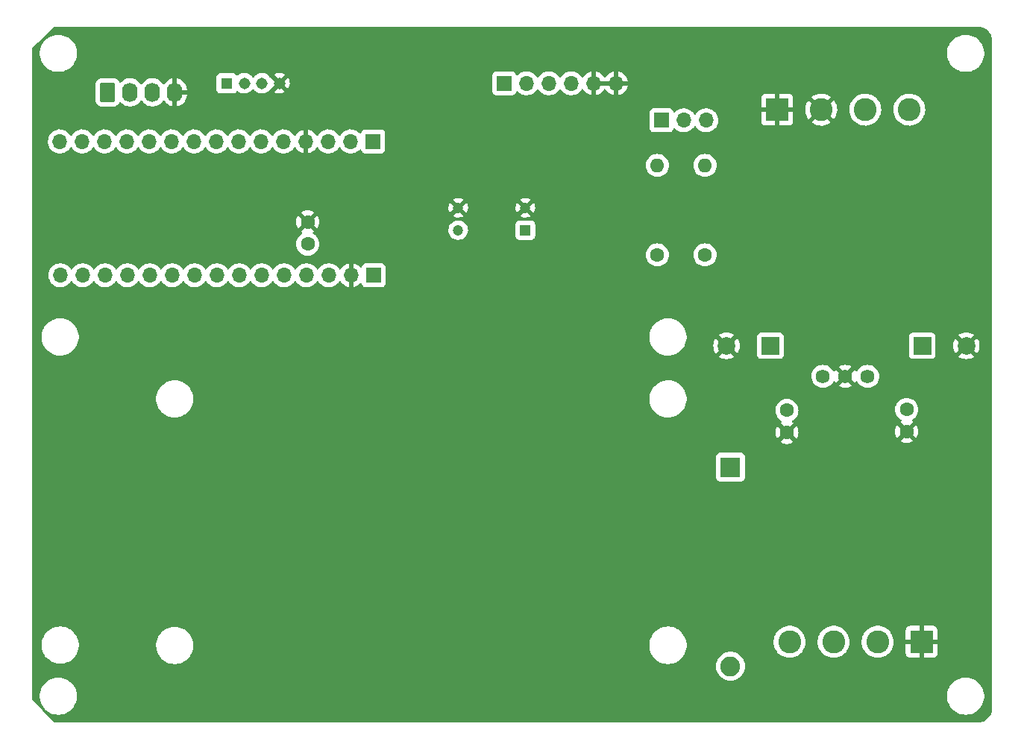
<source format=gbr>
%TF.GenerationSoftware,KiCad,Pcbnew,(6.0.10)*%
%TF.CreationDate,2023-04-13T16:58:54-06:00*%
%TF.ProjectId,RC12,52433132-2e6b-4696-9361-645f70636258,rev?*%
%TF.SameCoordinates,Original*%
%TF.FileFunction,Copper,L2,Bot*%
%TF.FilePolarity,Positive*%
%FSLAX46Y46*%
G04 Gerber Fmt 4.6, Leading zero omitted, Abs format (unit mm)*
G04 Created by KiCad (PCBNEW (6.0.10)) date 2023-04-13 16:58:54*
%MOMM*%
%LPD*%
G01*
G04 APERTURE LIST*
G04 Aperture macros list*
%AMRoundRect*
0 Rectangle with rounded corners*
0 $1 Rounding radius*
0 $2 $3 $4 $5 $6 $7 $8 $9 X,Y pos of 4 corners*
0 Add a 4 corners polygon primitive as box body*
4,1,4,$2,$3,$4,$5,$6,$7,$8,$9,$2,$3,0*
0 Add four circle primitives for the rounded corners*
1,1,$1+$1,$2,$3*
1,1,$1+$1,$4,$5*
1,1,$1+$1,$6,$7*
1,1,$1+$1,$8,$9*
0 Add four rect primitives between the rounded corners*
20,1,$1+$1,$2,$3,$4,$5,0*
20,1,$1+$1,$4,$5,$6,$7,0*
20,1,$1+$1,$6,$7,$8,$9,0*
20,1,$1+$1,$8,$9,$2,$3,0*%
G04 Aperture macros list end*
%TA.AperFunction,ComponentPad*%
%ADD10R,1.200000X1.200000*%
%TD*%
%TA.AperFunction,ComponentPad*%
%ADD11C,1.200000*%
%TD*%
%TA.AperFunction,ComponentPad*%
%ADD12R,1.700000X1.700000*%
%TD*%
%TA.AperFunction,ComponentPad*%
%ADD13O,1.700000X1.700000*%
%TD*%
%TA.AperFunction,ComponentPad*%
%ADD14C,1.600000*%
%TD*%
%TA.AperFunction,ComponentPad*%
%ADD15R,2.000000X2.000000*%
%TD*%
%TA.AperFunction,ComponentPad*%
%ADD16C,2.000000*%
%TD*%
%TA.AperFunction,ComponentPad*%
%ADD17R,2.600000X2.600000*%
%TD*%
%TA.AperFunction,ComponentPad*%
%ADD18C,2.600000*%
%TD*%
%TA.AperFunction,ComponentPad*%
%ADD19R,1.308000X1.308000*%
%TD*%
%TA.AperFunction,ComponentPad*%
%ADD20C,1.308000*%
%TD*%
%TA.AperFunction,ComponentPad*%
%ADD21O,1.600000X1.600000*%
%TD*%
%TA.AperFunction,ComponentPad*%
%ADD22R,2.250000X2.250000*%
%TD*%
%TA.AperFunction,ComponentPad*%
%ADD23C,2.250000*%
%TD*%
%TA.AperFunction,ComponentPad*%
%ADD24C,1.590000*%
%TD*%
%TA.AperFunction,ComponentPad*%
%ADD25RoundRect,0.250000X-0.620000X-0.845000X0.620000X-0.845000X0.620000X0.845000X-0.620000X0.845000X0*%
%TD*%
%TA.AperFunction,ComponentPad*%
%ADD26O,1.740000X2.190000*%
%TD*%
G04 APERTURE END LIST*
D10*
%TO.P,U1,1*%
%TO.N,Net-(R1-Pad1)*%
X81510000Y-43570000D03*
D11*
%TO.P,U1,2*%
%TO.N,GND*%
X81510000Y-41030000D03*
%TO.P,U1,3*%
X73890000Y-41030000D03*
%TO.P,U1,4*%
%TO.N,RPM*%
X73890000Y-43570000D03*
%TD*%
D12*
%TO.P,J2,1,Pin_1*%
%TO.N,unconnected-(J2-Pad1)*%
X64280000Y-48700000D03*
D13*
%TO.P,J2,2,Pin_2*%
%TO.N,GND*%
X61740000Y-48700000D03*
%TO.P,J2,3,Pin_3*%
%TO.N,unconnected-(J2-Pad3)*%
X59200000Y-48700000D03*
%TO.P,J2,4,Pin_4*%
%TO.N,+5V*%
X56660000Y-48700000D03*
%TO.P,J2,5,Pin_5*%
%TO.N,unconnected-(J2-Pad5)*%
X54120000Y-48700000D03*
%TO.P,J2,6,Pin_6*%
%TO.N,unconnected-(J2-Pad6)*%
X51580000Y-48700000D03*
%TO.P,J2,7,Pin_7*%
%TO.N,Net-(J2-Pad7)*%
X49040000Y-48700000D03*
%TO.P,J2,8,Pin_8*%
%TO.N,Net-(J2-Pad8)*%
X46500000Y-48700000D03*
%TO.P,J2,9,Pin_9*%
%TO.N,unconnected-(J2-Pad9)*%
X43960000Y-48700000D03*
%TO.P,J2,10,Pin_10*%
%TO.N,unconnected-(J2-Pad10)*%
X41420000Y-48700000D03*
%TO.P,J2,11,Pin_11*%
%TO.N,unconnected-(J2-Pad11)*%
X38880000Y-48700000D03*
%TO.P,J2,12,Pin_12*%
%TO.N,unconnected-(J2-Pad12)*%
X36340000Y-48700000D03*
%TO.P,J2,13,Pin_13*%
%TO.N,unconnected-(J2-Pad13)*%
X33800000Y-48700000D03*
%TO.P,J2,14,Pin_14*%
%TO.N,unconnected-(J2-Pad14)*%
X31260000Y-48700000D03*
%TO.P,J2,15,Pin_15*%
%TO.N,unconnected-(J2-Pad15)*%
X28720000Y-48700000D03*
%TD*%
D14*
%TO.P,C3,1*%
%TO.N,Net-(C3-Pad1)*%
X111200000Y-64050000D03*
%TO.P,C3,2*%
%TO.N,GND*%
X111200000Y-66550000D03*
%TD*%
D12*
%TO.P,J1,1,Pin_1*%
%TO.N,unconnected-(J1-Pad1)*%
X64230000Y-33490000D03*
D13*
%TO.P,J1,2,Pin_2*%
%TO.N,unconnected-(J1-Pad2)*%
X61690000Y-33490000D03*
%TO.P,J1,3,Pin_3*%
%TO.N,unconnected-(J1-Pad3)*%
X59150000Y-33490000D03*
%TO.P,J1,4,Pin_4*%
%TO.N,GND*%
X56610000Y-33490000D03*
%TO.P,J1,5,Pin_5*%
%TO.N,unconnected-(J1-Pad5)*%
X54070000Y-33490000D03*
%TO.P,J1,6,Pin_6*%
%TO.N,RPM*%
X51530000Y-33490000D03*
%TO.P,J1,7,Pin_7*%
%TO.N,unconnected-(J1-Pad7)*%
X48990000Y-33490000D03*
%TO.P,J1,8,Pin_8*%
%TO.N,unconnected-(J1-Pad8)*%
X46450000Y-33490000D03*
%TO.P,J1,9,Pin_9*%
%TO.N,Dir*%
X43910000Y-33490000D03*
%TO.P,J1,10,Pin_10*%
%TO.N,unconnected-(J1-Pad10)*%
X41370000Y-33490000D03*
%TO.P,J1,11,Pin_11*%
%TO.N,unconnected-(J1-Pad11)*%
X38830000Y-33490000D03*
%TO.P,J1,12,Pin_12*%
%TO.N,PWM*%
X36290000Y-33490000D03*
%TO.P,J1,13,Pin_13*%
%TO.N,unconnected-(J1-Pad13)*%
X33750000Y-33490000D03*
%TO.P,J1,14,Pin_14*%
%TO.N,unconnected-(J1-Pad14)*%
X31210000Y-33490000D03*
%TO.P,J1,15,Pin_15*%
%TO.N,unconnected-(J1-Pad15)*%
X28670000Y-33490000D03*
%TD*%
D15*
%TO.P,C4,1*%
%TO.N,Net-(C3-Pad1)*%
X109348000Y-56700000D03*
D16*
%TO.P,C4,2*%
%TO.N,GND*%
X104348000Y-56700000D03*
%TD*%
D17*
%TO.P,J5,1,Pin_1*%
%TO.N,GND*%
X110100000Y-29900000D03*
D18*
%TO.P,J5,2,Pin_2*%
X115100000Y-29900000D03*
%TO.P,J5,3,Pin_3*%
%TO.N,+5V*%
X120100000Y-29900000D03*
%TO.P,J5,4,Pin_4*%
%TO.N,RPM Sensor*%
X125100000Y-29900000D03*
%TD*%
D15*
%TO.P,C1,1*%
%TO.N,+5V*%
X126564646Y-56700000D03*
D16*
%TO.P,C1,2*%
%TO.N,GND*%
X131564646Y-56700000D03*
%TD*%
D14*
%TO.P,C2,1*%
%TO.N,+5V*%
X124800000Y-63950000D03*
%TO.P,C2,2*%
%TO.N,GND*%
X124800000Y-66450000D03*
%TD*%
%TO.P,C5,1*%
%TO.N,GND*%
X56800000Y-42650000D03*
%TO.P,C5,2*%
%TO.N,+5V*%
X56800000Y-45150000D03*
%TD*%
D17*
%TO.P,J4,1,Pin_1*%
%TO.N,GND*%
X126500000Y-90322000D03*
D18*
%TO.P,J4,2,Pin_2*%
%TO.N,+12V*%
X121500000Y-90322000D03*
%TO.P,J4,3,Pin_3*%
X116500000Y-90322000D03*
%TO.P,J4,4,Pin_4*%
X111500000Y-90322000D03*
%TD*%
D19*
%TO.P,J6,1,Yellow*%
%TO.N,Dir*%
X47600000Y-26900000D03*
D20*
%TO.P,J6,2,White*%
%TO.N,PWM*%
X49600000Y-26900000D03*
%TO.P,J6,3,Red*%
%TO.N,unconnected-(J6-Pad3)*%
X51600000Y-26900000D03*
%TO.P,J6,4,Black*%
%TO.N,GND*%
X53600000Y-26900000D03*
%TD*%
D14*
%TO.P,R1,1*%
%TO.N,Net-(R1-Pad1)*%
X96500000Y-46380000D03*
D21*
%TO.P,R1,2*%
%TO.N,Net-(J3-Pad1)*%
X96500000Y-36220000D03*
%TD*%
D12*
%TO.P,J7,1,Pin_1*%
%TO.N,Net-(J2-Pad7)*%
X79100000Y-26900000D03*
D13*
%TO.P,J7,2,Pin_2*%
%TO.N,Net-(J2-Pad8)*%
X81640000Y-26900000D03*
%TO.P,J7,3,Pin_3*%
%TO.N,+5V*%
X84180000Y-26900000D03*
%TO.P,J7,4,Pin_4*%
X86720000Y-26900000D03*
%TO.P,J7,5,Pin_5*%
%TO.N,GND*%
X89260000Y-26900000D03*
%TO.P,J7,6,Pin_6*%
X91800000Y-26900000D03*
%TD*%
D12*
%TO.P,J3,1,Pin_1*%
%TO.N,Net-(J3-Pad1)*%
X96960000Y-31100000D03*
D13*
%TO.P,J3,2,Pin_2*%
%TO.N,RPM Sensor*%
X99500000Y-31100000D03*
%TO.P,J3,3,Pin_3*%
%TO.N,Net-(J3-Pad3)*%
X102040000Y-31100000D03*
%TD*%
D14*
%TO.P,R2,1*%
%TO.N,Net-(R1-Pad1)*%
X101900000Y-46380000D03*
D21*
%TO.P,R2,2*%
%TO.N,Net-(J3-Pad3)*%
X101900000Y-36220000D03*
%TD*%
D22*
%TO.P,D1,1,C*%
%TO.N,Net-(C3-Pad1)*%
X104800000Y-70500000D03*
D23*
%TO.P,D1,2,A*%
%TO.N,+12V*%
X104800000Y-93100000D03*
%TD*%
D24*
%TO.P,RG1,1,Vin*%
%TO.N,Net-(C3-Pad1)*%
X115288123Y-60175000D03*
%TO.P,RG1,2,GND*%
%TO.N,GND*%
X117828123Y-60175000D03*
%TO.P,RG1,3,Vout*%
%TO.N,+5V*%
X120368123Y-60175000D03*
%TD*%
D25*
%TO.P,J8,1,Pin_1*%
%TO.N,Dir*%
X34090000Y-27920000D03*
D26*
%TO.P,J8,2,Pin_2*%
%TO.N,PWM*%
X36630000Y-27920000D03*
%TO.P,J8,3,Pin_3*%
%TO.N,unconnected-(J8-Pad3)*%
X39170000Y-27920000D03*
%TO.P,J8,4,Pin_4*%
%TO.N,GND*%
X41710000Y-27920000D03*
%TD*%
%TA.AperFunction,Conductor*%
%TO.N,GND*%
G36*
X132970018Y-20510000D02*
G01*
X132984851Y-20512310D01*
X132984855Y-20512310D01*
X132993724Y-20513691D01*
X133008981Y-20511696D01*
X133034302Y-20510953D01*
X133203285Y-20523039D01*
X133221064Y-20525596D01*
X133411392Y-20566999D01*
X133428641Y-20572063D01*
X133611150Y-20640136D01*
X133627502Y-20647604D01*
X133798458Y-20740952D01*
X133813582Y-20750672D01*
X133953901Y-20855714D01*
X133967487Y-20867487D01*
X134132513Y-21032513D01*
X134144286Y-21046099D01*
X134249328Y-21186418D01*
X134259048Y-21201542D01*
X134352396Y-21372498D01*
X134359864Y-21388850D01*
X134427937Y-21571359D01*
X134433001Y-21588607D01*
X134474404Y-21778936D01*
X134476961Y-21796715D01*
X134488540Y-21958601D01*
X134487793Y-21976565D01*
X134487692Y-21984845D01*
X134486309Y-21993724D01*
X134487474Y-22002630D01*
X134490436Y-22025283D01*
X134491500Y-22041621D01*
X134491500Y-97950633D01*
X134490000Y-97970018D01*
X134487690Y-97984851D01*
X134487690Y-97984855D01*
X134486309Y-97993724D01*
X134488304Y-98008976D01*
X134489047Y-98034302D01*
X134481522Y-98139522D01*
X134476962Y-98203279D01*
X134474404Y-98221064D01*
X134456598Y-98302919D01*
X134433001Y-98411392D01*
X134427937Y-98428641D01*
X134394048Y-98519500D01*
X134367462Y-98562123D01*
X133632093Y-99338346D01*
X133584656Y-99369746D01*
X133428641Y-99427937D01*
X133411393Y-99433001D01*
X133221064Y-99474404D01*
X133203285Y-99476961D01*
X133041395Y-99488540D01*
X133023435Y-99487793D01*
X133015155Y-99487692D01*
X133006276Y-99486309D01*
X132974714Y-99490436D01*
X132958379Y-99491500D01*
X28074932Y-99491500D01*
X28006811Y-99471498D01*
X27983256Y-99451938D01*
X25542824Y-96863601D01*
X25510645Y-96800315D01*
X25508500Y-96777163D01*
X25508500Y-96632703D01*
X26390743Y-96632703D01*
X26428268Y-96917734D01*
X26504129Y-97195036D01*
X26616923Y-97459476D01*
X26764561Y-97706161D01*
X26944313Y-97930528D01*
X27152851Y-98128423D01*
X27386317Y-98296186D01*
X27390112Y-98298195D01*
X27390113Y-98298196D01*
X27411869Y-98309715D01*
X27640392Y-98430712D01*
X27664699Y-98439607D01*
X27883017Y-98519500D01*
X27910373Y-98529511D01*
X28191264Y-98590755D01*
X28219841Y-98593004D01*
X28414282Y-98608307D01*
X28414291Y-98608307D01*
X28416739Y-98608500D01*
X28572271Y-98608500D01*
X28574407Y-98608354D01*
X28574418Y-98608354D01*
X28782548Y-98594165D01*
X28782554Y-98594164D01*
X28786825Y-98593873D01*
X28791020Y-98593004D01*
X28791022Y-98593004D01*
X28940141Y-98562123D01*
X29068342Y-98535574D01*
X29339343Y-98439607D01*
X29594812Y-98307750D01*
X29598313Y-98305289D01*
X29598317Y-98305287D01*
X29712418Y-98225095D01*
X29830023Y-98142441D01*
X29983308Y-98000000D01*
X30037479Y-97949661D01*
X30037481Y-97949658D01*
X30040622Y-97946740D01*
X30222713Y-97724268D01*
X30372927Y-97479142D01*
X30488483Y-97215898D01*
X30567244Y-96939406D01*
X30607751Y-96654784D01*
X30607845Y-96636951D01*
X30607867Y-96632703D01*
X129390743Y-96632703D01*
X129428268Y-96917734D01*
X129504129Y-97195036D01*
X129616923Y-97459476D01*
X129764561Y-97706161D01*
X129944313Y-97930528D01*
X130152851Y-98128423D01*
X130386317Y-98296186D01*
X130390112Y-98298195D01*
X130390113Y-98298196D01*
X130411869Y-98309715D01*
X130640392Y-98430712D01*
X130664699Y-98439607D01*
X130883017Y-98519500D01*
X130910373Y-98529511D01*
X131191264Y-98590755D01*
X131219841Y-98593004D01*
X131414282Y-98608307D01*
X131414291Y-98608307D01*
X131416739Y-98608500D01*
X131572271Y-98608500D01*
X131574407Y-98608354D01*
X131574418Y-98608354D01*
X131782548Y-98594165D01*
X131782554Y-98594164D01*
X131786825Y-98593873D01*
X131791020Y-98593004D01*
X131791022Y-98593004D01*
X131940141Y-98562123D01*
X132068342Y-98535574D01*
X132339343Y-98439607D01*
X132594812Y-98307750D01*
X132598313Y-98305289D01*
X132598317Y-98305287D01*
X132712418Y-98225095D01*
X132830023Y-98142441D01*
X132983308Y-98000000D01*
X133037479Y-97949661D01*
X133037481Y-97949658D01*
X133040622Y-97946740D01*
X133222713Y-97724268D01*
X133372927Y-97479142D01*
X133488483Y-97215898D01*
X133567244Y-96939406D01*
X133607751Y-96654784D01*
X133607845Y-96636951D01*
X133609235Y-96371583D01*
X133609235Y-96371576D01*
X133609257Y-96367297D01*
X133571732Y-96082266D01*
X133495871Y-95804964D01*
X133383077Y-95540524D01*
X133235439Y-95293839D01*
X133055687Y-95069472D01*
X132847149Y-94871577D01*
X132613683Y-94703814D01*
X132591843Y-94692250D01*
X132524249Y-94656461D01*
X132359608Y-94569288D01*
X132089627Y-94470489D01*
X131808736Y-94409245D01*
X131777685Y-94406801D01*
X131585718Y-94391693D01*
X131585709Y-94391693D01*
X131583261Y-94391500D01*
X131427729Y-94391500D01*
X131425593Y-94391646D01*
X131425582Y-94391646D01*
X131217452Y-94405835D01*
X131217446Y-94405836D01*
X131213175Y-94406127D01*
X131208980Y-94406996D01*
X131208978Y-94406996D01*
X131106588Y-94428200D01*
X130931658Y-94464426D01*
X130660657Y-94560393D01*
X130656848Y-94562359D01*
X130470859Y-94658355D01*
X130405188Y-94692250D01*
X130401687Y-94694711D01*
X130401683Y-94694713D01*
X130339860Y-94738163D01*
X130169977Y-94857559D01*
X129959378Y-95053260D01*
X129777287Y-95275732D01*
X129627073Y-95520858D01*
X129511517Y-95784102D01*
X129432756Y-96060594D01*
X129392249Y-96345216D01*
X129392227Y-96349505D01*
X129392226Y-96349512D01*
X129390765Y-96628417D01*
X129390743Y-96632703D01*
X30607867Y-96632703D01*
X30609235Y-96371583D01*
X30609235Y-96371576D01*
X30609257Y-96367297D01*
X30571732Y-96082266D01*
X30495871Y-95804964D01*
X30383077Y-95540524D01*
X30235439Y-95293839D01*
X30055687Y-95069472D01*
X29847149Y-94871577D01*
X29613683Y-94703814D01*
X29591843Y-94692250D01*
X29524249Y-94656461D01*
X29359608Y-94569288D01*
X29089627Y-94470489D01*
X28808736Y-94409245D01*
X28777685Y-94406801D01*
X28585718Y-94391693D01*
X28585709Y-94391693D01*
X28583261Y-94391500D01*
X28427729Y-94391500D01*
X28425593Y-94391646D01*
X28425582Y-94391646D01*
X28217452Y-94405835D01*
X28217446Y-94405836D01*
X28213175Y-94406127D01*
X28208980Y-94406996D01*
X28208978Y-94406996D01*
X28106588Y-94428200D01*
X27931658Y-94464426D01*
X27660657Y-94560393D01*
X27656848Y-94562359D01*
X27470859Y-94658355D01*
X27405188Y-94692250D01*
X27401687Y-94694711D01*
X27401683Y-94694713D01*
X27339860Y-94738163D01*
X27169977Y-94857559D01*
X26959378Y-95053260D01*
X26777287Y-95275732D01*
X26627073Y-95520858D01*
X26511517Y-95784102D01*
X26432756Y-96060594D01*
X26392249Y-96345216D01*
X26392227Y-96349505D01*
X26392226Y-96349512D01*
X26390765Y-96628417D01*
X26390743Y-96632703D01*
X25508500Y-96632703D01*
X25508500Y-93100000D01*
X103161449Y-93100000D01*
X103181622Y-93356326D01*
X103241645Y-93606340D01*
X103340040Y-93843887D01*
X103474384Y-94063116D01*
X103641369Y-94258631D01*
X103836884Y-94425616D01*
X104056113Y-94559960D01*
X104060683Y-94561853D01*
X104060687Y-94561855D01*
X104289087Y-94656461D01*
X104293660Y-94658355D01*
X104380502Y-94679204D01*
X104538861Y-94717223D01*
X104538867Y-94717224D01*
X104543674Y-94718378D01*
X104800000Y-94738551D01*
X105056326Y-94718378D01*
X105061133Y-94717224D01*
X105061139Y-94717223D01*
X105219498Y-94679204D01*
X105306340Y-94658355D01*
X105310913Y-94656461D01*
X105539313Y-94561855D01*
X105539317Y-94561853D01*
X105543887Y-94559960D01*
X105763116Y-94425616D01*
X105958631Y-94258631D01*
X106125616Y-94063116D01*
X106259960Y-93843887D01*
X106358355Y-93606340D01*
X106418378Y-93356326D01*
X106438551Y-93100000D01*
X106418378Y-92843674D01*
X106415457Y-92831504D01*
X106368914Y-92637641D01*
X106358355Y-92593660D01*
X106316942Y-92493679D01*
X106261855Y-92360687D01*
X106261853Y-92360683D01*
X106259960Y-92356113D01*
X106125616Y-92136884D01*
X105958631Y-91941369D01*
X105763116Y-91774384D01*
X105543887Y-91640040D01*
X105539317Y-91638147D01*
X105539313Y-91638145D01*
X105310913Y-91543539D01*
X105310911Y-91543538D01*
X105306340Y-91541645D01*
X105219498Y-91520796D01*
X105061139Y-91482777D01*
X105061133Y-91482776D01*
X105056326Y-91481622D01*
X104800000Y-91461449D01*
X104543674Y-91481622D01*
X104538867Y-91482776D01*
X104538861Y-91482777D01*
X104380502Y-91520796D01*
X104293660Y-91541645D01*
X104289089Y-91543538D01*
X104289087Y-91543539D01*
X104060687Y-91638145D01*
X104060683Y-91638147D01*
X104056113Y-91640040D01*
X103836884Y-91774384D01*
X103641369Y-91941369D01*
X103474384Y-92136884D01*
X103340040Y-92356113D01*
X103338147Y-92360683D01*
X103338145Y-92360687D01*
X103283058Y-92493679D01*
X103241645Y-92593660D01*
X103231086Y-92637641D01*
X103184544Y-92831504D01*
X103181622Y-92843674D01*
X103161449Y-93100000D01*
X25508500Y-93100000D01*
X25508500Y-90832703D01*
X26590743Y-90832703D01*
X26591302Y-90836947D01*
X26591302Y-90836951D01*
X26599278Y-90897536D01*
X26628268Y-91117734D01*
X26704129Y-91395036D01*
X26705813Y-91398984D01*
X26808633Y-91640040D01*
X26816923Y-91659476D01*
X26855750Y-91724351D01*
X26938235Y-91862173D01*
X26964561Y-91906161D01*
X27144313Y-92130528D01*
X27352851Y-92328423D01*
X27586317Y-92496186D01*
X27590112Y-92498195D01*
X27590113Y-92498196D01*
X27611869Y-92509715D01*
X27840392Y-92630712D01*
X28110373Y-92729511D01*
X28391264Y-92790755D01*
X28419841Y-92793004D01*
X28614282Y-92808307D01*
X28614291Y-92808307D01*
X28616739Y-92808500D01*
X28772271Y-92808500D01*
X28774407Y-92808354D01*
X28774418Y-92808354D01*
X28982548Y-92794165D01*
X28982554Y-92794164D01*
X28986825Y-92793873D01*
X28991020Y-92793004D01*
X28991022Y-92793004D01*
X29127584Y-92764723D01*
X29268342Y-92735574D01*
X29539343Y-92639607D01*
X29794812Y-92507750D01*
X29798313Y-92505289D01*
X29798317Y-92505287D01*
X29912418Y-92425095D01*
X30030023Y-92342441D01*
X30213466Y-92171975D01*
X30237479Y-92149661D01*
X30237481Y-92149658D01*
X30240622Y-92146740D01*
X30422713Y-91924268D01*
X30572927Y-91679142D01*
X30590924Y-91638145D01*
X30686757Y-91419830D01*
X30688483Y-91415898D01*
X30767244Y-91139406D01*
X30805414Y-90871203D01*
X39592243Y-90871203D01*
X39592802Y-90875447D01*
X39592802Y-90875451D01*
X39609310Y-91000840D01*
X39629768Y-91156234D01*
X39705629Y-91433536D01*
X39707313Y-91437484D01*
X39810390Y-91679142D01*
X39818423Y-91697976D01*
X39874497Y-91791669D01*
X39962168Y-91938156D01*
X39966061Y-91944661D01*
X40145813Y-92169028D01*
X40162897Y-92185240D01*
X40347780Y-92360687D01*
X40354351Y-92366923D01*
X40587817Y-92534686D01*
X40591612Y-92536695D01*
X40591613Y-92536696D01*
X40613369Y-92548215D01*
X40841892Y-92669212D01*
X41111873Y-92768011D01*
X41392764Y-92829255D01*
X41421341Y-92831504D01*
X41615782Y-92846807D01*
X41615791Y-92846807D01*
X41618239Y-92847000D01*
X41773771Y-92847000D01*
X41775907Y-92846854D01*
X41775918Y-92846854D01*
X41984048Y-92832665D01*
X41984054Y-92832664D01*
X41988325Y-92832373D01*
X41992520Y-92831504D01*
X41992522Y-92831504D01*
X42129083Y-92803224D01*
X42269842Y-92774074D01*
X42540843Y-92678107D01*
X42796312Y-92546250D01*
X42799813Y-92543789D01*
X42799817Y-92543787D01*
X42913918Y-92463595D01*
X43031523Y-92380941D01*
X43242122Y-92185240D01*
X43424213Y-91962768D01*
X43574427Y-91717642D01*
X43620795Y-91612014D01*
X43688257Y-91458330D01*
X43689983Y-91454398D01*
X43768744Y-91177906D01*
X43809251Y-90893284D01*
X43809345Y-90875465D01*
X43809569Y-90832703D01*
X95590743Y-90832703D01*
X95591303Y-90836959D01*
X95591573Y-90841239D01*
X95591549Y-90841240D01*
X95592335Y-90853725D01*
X95592243Y-90871203D01*
X95629768Y-91156234D01*
X95705629Y-91433536D01*
X95707313Y-91437484D01*
X95810390Y-91679142D01*
X95818423Y-91697976D01*
X95874497Y-91791669D01*
X95962168Y-91938156D01*
X95966061Y-91944661D01*
X96145813Y-92169028D01*
X96162897Y-92185240D01*
X96347780Y-92360687D01*
X96354351Y-92366923D01*
X96587817Y-92534686D01*
X96591612Y-92536695D01*
X96591613Y-92536696D01*
X96613369Y-92548215D01*
X96841892Y-92669212D01*
X97111873Y-92768011D01*
X97392764Y-92829255D01*
X97421341Y-92831504D01*
X97615782Y-92846807D01*
X97615791Y-92846807D01*
X97618239Y-92847000D01*
X97773771Y-92847000D01*
X97775907Y-92846854D01*
X97775918Y-92846854D01*
X97984048Y-92832665D01*
X97984054Y-92832664D01*
X97988325Y-92832373D01*
X97992520Y-92831504D01*
X97992522Y-92831504D01*
X98129083Y-92803224D01*
X98269842Y-92774074D01*
X98540843Y-92678107D01*
X98796312Y-92546250D01*
X98799813Y-92543789D01*
X98799817Y-92543787D01*
X98913918Y-92463595D01*
X99031523Y-92380941D01*
X99242122Y-92185240D01*
X99424213Y-91962768D01*
X99574427Y-91717642D01*
X99620795Y-91612014D01*
X99688257Y-91458330D01*
X99689983Y-91454398D01*
X99768744Y-91177906D01*
X99809251Y-90893284D01*
X99809345Y-90875465D01*
X99810735Y-90610090D01*
X99810735Y-90610083D01*
X99810757Y-90605797D01*
X99810197Y-90601541D01*
X99809927Y-90597261D01*
X99809951Y-90597260D01*
X99809165Y-90584773D01*
X99809234Y-90571597D01*
X99809257Y-90567297D01*
X99771732Y-90282266D01*
X99769615Y-90274526D01*
X109687050Y-90274526D01*
X109687274Y-90279192D01*
X109687274Y-90279197D01*
X109689482Y-90325160D01*
X109699947Y-90543019D01*
X109752388Y-90806656D01*
X109843220Y-91059646D01*
X109845432Y-91063762D01*
X109845433Y-91063765D01*
X109904482Y-91173659D01*
X109970450Y-91296431D01*
X109973241Y-91300168D01*
X109973245Y-91300175D01*
X110057820Y-91413434D01*
X110131281Y-91511810D01*
X110134590Y-91515090D01*
X110134595Y-91515096D01*
X110294374Y-91673486D01*
X110322180Y-91701050D01*
X110325942Y-91703808D01*
X110325945Y-91703811D01*
X110418671Y-91771800D01*
X110538954Y-91859995D01*
X110543089Y-91862171D01*
X110543093Y-91862173D01*
X110740598Y-91966086D01*
X110776840Y-91985154D01*
X111030613Y-92073775D01*
X111035206Y-92074647D01*
X111290109Y-92123042D01*
X111290112Y-92123042D01*
X111294698Y-92123913D01*
X111422370Y-92128929D01*
X111558625Y-92134283D01*
X111558630Y-92134283D01*
X111563293Y-92134466D01*
X111667607Y-92123042D01*
X111825844Y-92105713D01*
X111825850Y-92105712D01*
X111830497Y-92105203D01*
X111943985Y-92075324D01*
X112085918Y-92037956D01*
X112085920Y-92037955D01*
X112090441Y-92036765D01*
X112198626Y-91990285D01*
X112333120Y-91932502D01*
X112333122Y-91932501D01*
X112337414Y-91930657D01*
X112456071Y-91857230D01*
X112562017Y-91791669D01*
X112562021Y-91791666D01*
X112565990Y-91789210D01*
X112771149Y-91615530D01*
X112948382Y-91413434D01*
X112962879Y-91390897D01*
X113091269Y-91191291D01*
X113093797Y-91187361D01*
X113204199Y-90942278D01*
X113233904Y-90836951D01*
X113275893Y-90688072D01*
X113275894Y-90688069D01*
X113277163Y-90683568D01*
X113289319Y-90588012D01*
X113310688Y-90420045D01*
X113310688Y-90420041D01*
X113311086Y-90416915D01*
X113313571Y-90322000D01*
X113313337Y-90318851D01*
X113310043Y-90274526D01*
X114687050Y-90274526D01*
X114687274Y-90279192D01*
X114687274Y-90279197D01*
X114689482Y-90325160D01*
X114699947Y-90543019D01*
X114752388Y-90806656D01*
X114843220Y-91059646D01*
X114845432Y-91063762D01*
X114845433Y-91063765D01*
X114904482Y-91173659D01*
X114970450Y-91296431D01*
X114973241Y-91300168D01*
X114973245Y-91300175D01*
X115057820Y-91413434D01*
X115131281Y-91511810D01*
X115134590Y-91515090D01*
X115134595Y-91515096D01*
X115294374Y-91673486D01*
X115322180Y-91701050D01*
X115325942Y-91703808D01*
X115325945Y-91703811D01*
X115418671Y-91771800D01*
X115538954Y-91859995D01*
X115543089Y-91862171D01*
X115543093Y-91862173D01*
X115740598Y-91966086D01*
X115776840Y-91985154D01*
X116030613Y-92073775D01*
X116035206Y-92074647D01*
X116290109Y-92123042D01*
X116290112Y-92123042D01*
X116294698Y-92123913D01*
X116422370Y-92128929D01*
X116558625Y-92134283D01*
X116558630Y-92134283D01*
X116563293Y-92134466D01*
X116667607Y-92123042D01*
X116825844Y-92105713D01*
X116825850Y-92105712D01*
X116830497Y-92105203D01*
X116943985Y-92075324D01*
X117085918Y-92037956D01*
X117085920Y-92037955D01*
X117090441Y-92036765D01*
X117198626Y-91990285D01*
X117333120Y-91932502D01*
X117333122Y-91932501D01*
X117337414Y-91930657D01*
X117456071Y-91857230D01*
X117562017Y-91791669D01*
X117562021Y-91791666D01*
X117565990Y-91789210D01*
X117771149Y-91615530D01*
X117948382Y-91413434D01*
X117962879Y-91390897D01*
X118091269Y-91191291D01*
X118093797Y-91187361D01*
X118204199Y-90942278D01*
X118233904Y-90836951D01*
X118275893Y-90688072D01*
X118275894Y-90688069D01*
X118277163Y-90683568D01*
X118289319Y-90588012D01*
X118310688Y-90420045D01*
X118310688Y-90420041D01*
X118311086Y-90416915D01*
X118313571Y-90322000D01*
X118313337Y-90318851D01*
X118310043Y-90274526D01*
X119687050Y-90274526D01*
X119687274Y-90279192D01*
X119687274Y-90279197D01*
X119689482Y-90325160D01*
X119699947Y-90543019D01*
X119752388Y-90806656D01*
X119843220Y-91059646D01*
X119845432Y-91063762D01*
X119845433Y-91063765D01*
X119904482Y-91173659D01*
X119970450Y-91296431D01*
X119973241Y-91300168D01*
X119973245Y-91300175D01*
X120057820Y-91413434D01*
X120131281Y-91511810D01*
X120134590Y-91515090D01*
X120134595Y-91515096D01*
X120294374Y-91673486D01*
X120322180Y-91701050D01*
X120325942Y-91703808D01*
X120325945Y-91703811D01*
X120418671Y-91771800D01*
X120538954Y-91859995D01*
X120543089Y-91862171D01*
X120543093Y-91862173D01*
X120740598Y-91966086D01*
X120776840Y-91985154D01*
X121030613Y-92073775D01*
X121035206Y-92074647D01*
X121290109Y-92123042D01*
X121290112Y-92123042D01*
X121294698Y-92123913D01*
X121422370Y-92128929D01*
X121558625Y-92134283D01*
X121558630Y-92134283D01*
X121563293Y-92134466D01*
X121667607Y-92123042D01*
X121825844Y-92105713D01*
X121825850Y-92105712D01*
X121830497Y-92105203D01*
X121943985Y-92075324D01*
X122085918Y-92037956D01*
X122085920Y-92037955D01*
X122090441Y-92036765D01*
X122198626Y-91990285D01*
X122333120Y-91932502D01*
X122333122Y-91932501D01*
X122337414Y-91930657D01*
X122456071Y-91857230D01*
X122562017Y-91791669D01*
X122562021Y-91791666D01*
X122565990Y-91789210D01*
X122710741Y-91666669D01*
X124692001Y-91666669D01*
X124692371Y-91673490D01*
X124697895Y-91724352D01*
X124701521Y-91739604D01*
X124746676Y-91860054D01*
X124755214Y-91875649D01*
X124831715Y-91977724D01*
X124844276Y-91990285D01*
X124946351Y-92066786D01*
X124961946Y-92075324D01*
X125082394Y-92120478D01*
X125097649Y-92124105D01*
X125148514Y-92129631D01*
X125155328Y-92130000D01*
X126227885Y-92130000D01*
X126243124Y-92125525D01*
X126244329Y-92124135D01*
X126246000Y-92116452D01*
X126246000Y-92111884D01*
X126754000Y-92111884D01*
X126758475Y-92127123D01*
X126759865Y-92128328D01*
X126767548Y-92129999D01*
X127844669Y-92129999D01*
X127851490Y-92129629D01*
X127902352Y-92124105D01*
X127917604Y-92120479D01*
X128038054Y-92075324D01*
X128053649Y-92066786D01*
X128155724Y-91990285D01*
X128168285Y-91977724D01*
X128244786Y-91875649D01*
X128253324Y-91860054D01*
X128298478Y-91739606D01*
X128302105Y-91724351D01*
X128307631Y-91673486D01*
X128308000Y-91666672D01*
X128308000Y-90594115D01*
X128303525Y-90578876D01*
X128302135Y-90577671D01*
X128294452Y-90576000D01*
X126772115Y-90576000D01*
X126756876Y-90580475D01*
X126755671Y-90581865D01*
X126754000Y-90589548D01*
X126754000Y-92111884D01*
X126246000Y-92111884D01*
X126246000Y-90594115D01*
X126241525Y-90578876D01*
X126240135Y-90577671D01*
X126232452Y-90576000D01*
X124710116Y-90576000D01*
X124694877Y-90580475D01*
X124693672Y-90581865D01*
X124692001Y-90589548D01*
X124692001Y-91666669D01*
X122710741Y-91666669D01*
X122771149Y-91615530D01*
X122948382Y-91413434D01*
X122962879Y-91390897D01*
X123091269Y-91191291D01*
X123093797Y-91187361D01*
X123204199Y-90942278D01*
X123233904Y-90836951D01*
X123275893Y-90688072D01*
X123275894Y-90688069D01*
X123277163Y-90683568D01*
X123289319Y-90588012D01*
X123310688Y-90420045D01*
X123310688Y-90420041D01*
X123311086Y-90416915D01*
X123313571Y-90322000D01*
X123313337Y-90318851D01*
X123293996Y-90058592D01*
X123293996Y-90058591D01*
X123293650Y-90053937D01*
X123292733Y-90049885D01*
X124692000Y-90049885D01*
X124696475Y-90065124D01*
X124697865Y-90066329D01*
X124705548Y-90068000D01*
X126227885Y-90068000D01*
X126243124Y-90063525D01*
X126244329Y-90062135D01*
X126246000Y-90054452D01*
X126246000Y-90049885D01*
X126754000Y-90049885D01*
X126758475Y-90065124D01*
X126759865Y-90066329D01*
X126767548Y-90068000D01*
X128289884Y-90068000D01*
X128305123Y-90063525D01*
X128306328Y-90062135D01*
X128307999Y-90054452D01*
X128307999Y-88977331D01*
X128307629Y-88970510D01*
X128302105Y-88919648D01*
X128298479Y-88904396D01*
X128253324Y-88783946D01*
X128244786Y-88768351D01*
X128168285Y-88666276D01*
X128155724Y-88653715D01*
X128053649Y-88577214D01*
X128038054Y-88568676D01*
X127917606Y-88523522D01*
X127902351Y-88519895D01*
X127851486Y-88514369D01*
X127844672Y-88514000D01*
X126772115Y-88514000D01*
X126756876Y-88518475D01*
X126755671Y-88519865D01*
X126754000Y-88527548D01*
X126754000Y-90049885D01*
X126246000Y-90049885D01*
X126246000Y-88532116D01*
X126241525Y-88516877D01*
X126240135Y-88515672D01*
X126232452Y-88514001D01*
X125155331Y-88514001D01*
X125148510Y-88514371D01*
X125097648Y-88519895D01*
X125082396Y-88523521D01*
X124961946Y-88568676D01*
X124946351Y-88577214D01*
X124844276Y-88653715D01*
X124831715Y-88666276D01*
X124755214Y-88768351D01*
X124746676Y-88783946D01*
X124701522Y-88904394D01*
X124697895Y-88919649D01*
X124692369Y-88970514D01*
X124692000Y-88977328D01*
X124692000Y-90049885D01*
X123292733Y-90049885D01*
X123292217Y-90047603D01*
X123235361Y-89796331D01*
X123235360Y-89796326D01*
X123234327Y-89791763D01*
X123136902Y-89541238D01*
X123003518Y-89307864D01*
X122993440Y-89295079D01*
X122937416Y-89224014D01*
X122837105Y-89096769D01*
X122641317Y-88912591D01*
X122434748Y-88769288D01*
X122424299Y-88762039D01*
X122424296Y-88762037D01*
X122420457Y-88759374D01*
X122416264Y-88757306D01*
X122183564Y-88642551D01*
X122183561Y-88642550D01*
X122179376Y-88640486D01*
X122131745Y-88625239D01*
X122026946Y-88591693D01*
X121923370Y-88558538D01*
X121918763Y-88557788D01*
X121918760Y-88557787D01*
X121662674Y-88516081D01*
X121662675Y-88516081D01*
X121658063Y-88515330D01*
X121527719Y-88513624D01*
X121393961Y-88511873D01*
X121393958Y-88511873D01*
X121389284Y-88511812D01*
X121122937Y-88548060D01*
X120864874Y-88623278D01*
X120620763Y-88735815D01*
X120616854Y-88738378D01*
X120399881Y-88880631D01*
X120399876Y-88880635D01*
X120395968Y-88883197D01*
X120195426Y-89062188D01*
X120023544Y-89268854D01*
X119884096Y-89498656D01*
X119882287Y-89502970D01*
X119882285Y-89502974D01*
X119867942Y-89537179D01*
X119780148Y-89746545D01*
X119713981Y-90007077D01*
X119687050Y-90274526D01*
X118310043Y-90274526D01*
X118293996Y-90058592D01*
X118293996Y-90058591D01*
X118293650Y-90053937D01*
X118292217Y-90047603D01*
X118235361Y-89796331D01*
X118235360Y-89796326D01*
X118234327Y-89791763D01*
X118136902Y-89541238D01*
X118003518Y-89307864D01*
X117993440Y-89295079D01*
X117937416Y-89224014D01*
X117837105Y-89096769D01*
X117641317Y-88912591D01*
X117434748Y-88769288D01*
X117424299Y-88762039D01*
X117424296Y-88762037D01*
X117420457Y-88759374D01*
X117416264Y-88757306D01*
X117183564Y-88642551D01*
X117183561Y-88642550D01*
X117179376Y-88640486D01*
X117131745Y-88625239D01*
X117026946Y-88591693D01*
X116923370Y-88558538D01*
X116918763Y-88557788D01*
X116918760Y-88557787D01*
X116662674Y-88516081D01*
X116662675Y-88516081D01*
X116658063Y-88515330D01*
X116527719Y-88513624D01*
X116393961Y-88511873D01*
X116393958Y-88511873D01*
X116389284Y-88511812D01*
X116122937Y-88548060D01*
X115864874Y-88623278D01*
X115620763Y-88735815D01*
X115616854Y-88738378D01*
X115399881Y-88880631D01*
X115399876Y-88880635D01*
X115395968Y-88883197D01*
X115195426Y-89062188D01*
X115023544Y-89268854D01*
X114884096Y-89498656D01*
X114882287Y-89502970D01*
X114882285Y-89502974D01*
X114867942Y-89537179D01*
X114780148Y-89746545D01*
X114713981Y-90007077D01*
X114687050Y-90274526D01*
X113310043Y-90274526D01*
X113293996Y-90058592D01*
X113293996Y-90058591D01*
X113293650Y-90053937D01*
X113292217Y-90047603D01*
X113235361Y-89796331D01*
X113235360Y-89796326D01*
X113234327Y-89791763D01*
X113136902Y-89541238D01*
X113003518Y-89307864D01*
X112993440Y-89295079D01*
X112937416Y-89224014D01*
X112837105Y-89096769D01*
X112641317Y-88912591D01*
X112434748Y-88769288D01*
X112424299Y-88762039D01*
X112424296Y-88762037D01*
X112420457Y-88759374D01*
X112416264Y-88757306D01*
X112183564Y-88642551D01*
X112183561Y-88642550D01*
X112179376Y-88640486D01*
X112131745Y-88625239D01*
X112026946Y-88591693D01*
X111923370Y-88558538D01*
X111918763Y-88557788D01*
X111918760Y-88557787D01*
X111662674Y-88516081D01*
X111662675Y-88516081D01*
X111658063Y-88515330D01*
X111527719Y-88513624D01*
X111393961Y-88511873D01*
X111393958Y-88511873D01*
X111389284Y-88511812D01*
X111122937Y-88548060D01*
X110864874Y-88623278D01*
X110620763Y-88735815D01*
X110616854Y-88738378D01*
X110399881Y-88880631D01*
X110399876Y-88880635D01*
X110395968Y-88883197D01*
X110195426Y-89062188D01*
X110023544Y-89268854D01*
X109884096Y-89498656D01*
X109882287Y-89502970D01*
X109882285Y-89502974D01*
X109867942Y-89537179D01*
X109780148Y-89746545D01*
X109713981Y-90007077D01*
X109687050Y-90274526D01*
X99769615Y-90274526D01*
X99768342Y-90269872D01*
X99749585Y-90201311D01*
X99695871Y-90004964D01*
X99606881Y-89796331D01*
X99584763Y-89744476D01*
X99584761Y-89744472D01*
X99583077Y-89740524D01*
X99463807Y-89541238D01*
X99437643Y-89497521D01*
X99437640Y-89497517D01*
X99435439Y-89493839D01*
X99418275Y-89472414D01*
X99271203Y-89288839D01*
X99255687Y-89269472D01*
X99047149Y-89071577D01*
X98830359Y-88915797D01*
X98817172Y-88906321D01*
X98817171Y-88906320D01*
X98813683Y-88903814D01*
X98791843Y-88892250D01*
X98768654Y-88879972D01*
X98559608Y-88769288D01*
X98289627Y-88670489D01*
X98008736Y-88609245D01*
X97977685Y-88606801D01*
X97785718Y-88591693D01*
X97785709Y-88591693D01*
X97783261Y-88591500D01*
X97627729Y-88591500D01*
X97625593Y-88591646D01*
X97625582Y-88591646D01*
X97417452Y-88605835D01*
X97417446Y-88605836D01*
X97413175Y-88606127D01*
X97408980Y-88606996D01*
X97408978Y-88606996D01*
X97336686Y-88621967D01*
X97131658Y-88664426D01*
X96860657Y-88760393D01*
X96605188Y-88892250D01*
X96601687Y-88894711D01*
X96601683Y-88894713D01*
X96536814Y-88940304D01*
X96369977Y-89057559D01*
X96159378Y-89253260D01*
X95977287Y-89475732D01*
X95827073Y-89720858D01*
X95711517Y-89984102D01*
X95710342Y-89988229D01*
X95710341Y-89988230D01*
X95701670Y-90018670D01*
X95632756Y-90260594D01*
X95592249Y-90545216D01*
X95592227Y-90549505D01*
X95592226Y-90549512D01*
X95590903Y-90802079D01*
X95590743Y-90832703D01*
X43809569Y-90832703D01*
X43810735Y-90610083D01*
X43810735Y-90610076D01*
X43810757Y-90605797D01*
X43809121Y-90593366D01*
X43785890Y-90416915D01*
X43773232Y-90320766D01*
X43697371Y-90043464D01*
X43584577Y-89779024D01*
X43436939Y-89532339D01*
X43257187Y-89307972D01*
X43048649Y-89110077D01*
X42815183Y-88942314D01*
X42793343Y-88930750D01*
X42725280Y-88894713D01*
X42561108Y-88807788D01*
X42291127Y-88708989D01*
X42010236Y-88647745D01*
X41979185Y-88645301D01*
X41787218Y-88630193D01*
X41787209Y-88630193D01*
X41784761Y-88630000D01*
X41629229Y-88630000D01*
X41627093Y-88630146D01*
X41627082Y-88630146D01*
X41418952Y-88644335D01*
X41418946Y-88644336D01*
X41414675Y-88644627D01*
X41410480Y-88645496D01*
X41410478Y-88645496D01*
X41312163Y-88665856D01*
X41133158Y-88702926D01*
X40862157Y-88798893D01*
X40858348Y-88800859D01*
X40641871Y-88912591D01*
X40606688Y-88930750D01*
X40603187Y-88933211D01*
X40603183Y-88933213D01*
X40540414Y-88977328D01*
X40371477Y-89096059D01*
X40356392Y-89110077D01*
X40181231Y-89272847D01*
X40160878Y-89291760D01*
X39978787Y-89514232D01*
X39828573Y-89759358D01*
X39826847Y-89763291D01*
X39826846Y-89763292D01*
X39814348Y-89791763D01*
X39713017Y-90022602D01*
X39634256Y-90299094D01*
X39593749Y-90583716D01*
X39593727Y-90588005D01*
X39593726Y-90588012D01*
X39592265Y-90866917D01*
X39592243Y-90871203D01*
X30805414Y-90871203D01*
X30807751Y-90854784D01*
X30807845Y-90836951D01*
X30809235Y-90571583D01*
X30809235Y-90571576D01*
X30809257Y-90567297D01*
X30806665Y-90547604D01*
X30776963Y-90322000D01*
X30771732Y-90282266D01*
X30768342Y-90269872D01*
X30749585Y-90201311D01*
X30695871Y-90004964D01*
X30606881Y-89796331D01*
X30584763Y-89744476D01*
X30584761Y-89744472D01*
X30583077Y-89740524D01*
X30463807Y-89541238D01*
X30437643Y-89497521D01*
X30437640Y-89497517D01*
X30435439Y-89493839D01*
X30418275Y-89472414D01*
X30271203Y-89288839D01*
X30255687Y-89269472D01*
X30047149Y-89071577D01*
X29830359Y-88915797D01*
X29817172Y-88906321D01*
X29817171Y-88906320D01*
X29813683Y-88903814D01*
X29791843Y-88892250D01*
X29768654Y-88879972D01*
X29559608Y-88769288D01*
X29289627Y-88670489D01*
X29008736Y-88609245D01*
X28977685Y-88606801D01*
X28785718Y-88591693D01*
X28785709Y-88591693D01*
X28783261Y-88591500D01*
X28627729Y-88591500D01*
X28625593Y-88591646D01*
X28625582Y-88591646D01*
X28417452Y-88605835D01*
X28417446Y-88605836D01*
X28413175Y-88606127D01*
X28408980Y-88606996D01*
X28408978Y-88606996D01*
X28336686Y-88621967D01*
X28131658Y-88664426D01*
X27860657Y-88760393D01*
X27605188Y-88892250D01*
X27601687Y-88894711D01*
X27601683Y-88894713D01*
X27536814Y-88940304D01*
X27369977Y-89057559D01*
X27159378Y-89253260D01*
X26977287Y-89475732D01*
X26827073Y-89720858D01*
X26711517Y-89984102D01*
X26710342Y-89988229D01*
X26710341Y-89988230D01*
X26701670Y-90018670D01*
X26632756Y-90260594D01*
X26592249Y-90545216D01*
X26592227Y-90549505D01*
X26592226Y-90549512D01*
X26590903Y-90802079D01*
X26590743Y-90832703D01*
X25508500Y-90832703D01*
X25508500Y-71673134D01*
X103166500Y-71673134D01*
X103173255Y-71735316D01*
X103224385Y-71871705D01*
X103311739Y-71988261D01*
X103428295Y-72075615D01*
X103564684Y-72126745D01*
X103626866Y-72133500D01*
X105973134Y-72133500D01*
X106035316Y-72126745D01*
X106171705Y-72075615D01*
X106288261Y-71988261D01*
X106375615Y-71871705D01*
X106426745Y-71735316D01*
X106433500Y-71673134D01*
X106433500Y-69326866D01*
X106426745Y-69264684D01*
X106375615Y-69128295D01*
X106288261Y-69011739D01*
X106171705Y-68924385D01*
X106035316Y-68873255D01*
X105973134Y-68866500D01*
X103626866Y-68866500D01*
X103564684Y-68873255D01*
X103428295Y-68924385D01*
X103311739Y-69011739D01*
X103224385Y-69128295D01*
X103173255Y-69264684D01*
X103166500Y-69326866D01*
X103166500Y-71673134D01*
X25508500Y-71673134D01*
X25508500Y-67636062D01*
X110478493Y-67636062D01*
X110487789Y-67648077D01*
X110538994Y-67683931D01*
X110548489Y-67689414D01*
X110745947Y-67781490D01*
X110756239Y-67785236D01*
X110966688Y-67841625D01*
X110977481Y-67843528D01*
X111194525Y-67862517D01*
X111205475Y-67862517D01*
X111422519Y-67843528D01*
X111433312Y-67841625D01*
X111643761Y-67785236D01*
X111654053Y-67781490D01*
X111851511Y-67689414D01*
X111861006Y-67683931D01*
X111913048Y-67647491D01*
X111921424Y-67637012D01*
X111914356Y-67623566D01*
X111826852Y-67536062D01*
X124078493Y-67536062D01*
X124087789Y-67548077D01*
X124138994Y-67583931D01*
X124148489Y-67589414D01*
X124345947Y-67681490D01*
X124356239Y-67685236D01*
X124566688Y-67741625D01*
X124577481Y-67743528D01*
X124794525Y-67762517D01*
X124805475Y-67762517D01*
X125022519Y-67743528D01*
X125033312Y-67741625D01*
X125243761Y-67685236D01*
X125254053Y-67681490D01*
X125451511Y-67589414D01*
X125461006Y-67583931D01*
X125513048Y-67547491D01*
X125521424Y-67537012D01*
X125514356Y-67523566D01*
X124812812Y-66822022D01*
X124798868Y-66814408D01*
X124797035Y-66814539D01*
X124790420Y-66818790D01*
X124084923Y-67524287D01*
X124078493Y-67536062D01*
X111826852Y-67536062D01*
X111212812Y-66922022D01*
X111198868Y-66914408D01*
X111197035Y-66914539D01*
X111190420Y-66918790D01*
X110484923Y-67624287D01*
X110478493Y-67636062D01*
X25508500Y-67636062D01*
X25508500Y-66555475D01*
X109887483Y-66555475D01*
X109906472Y-66772519D01*
X109908375Y-66783312D01*
X109964764Y-66993761D01*
X109968510Y-67004053D01*
X110060586Y-67201511D01*
X110066069Y-67211006D01*
X110102509Y-67263048D01*
X110112988Y-67271424D01*
X110126434Y-67264356D01*
X110827978Y-66562812D01*
X110834356Y-66551132D01*
X111564408Y-66551132D01*
X111564539Y-66552965D01*
X111568790Y-66559580D01*
X112274287Y-67265077D01*
X112286062Y-67271507D01*
X112298077Y-67262211D01*
X112333931Y-67211006D01*
X112339414Y-67201511D01*
X112431490Y-67004053D01*
X112435236Y-66993761D01*
X112491625Y-66783312D01*
X112493528Y-66772519D01*
X112512517Y-66555475D01*
X112512517Y-66544525D01*
X112504726Y-66455475D01*
X123487483Y-66455475D01*
X123506472Y-66672519D01*
X123508375Y-66683312D01*
X123564764Y-66893761D01*
X123568510Y-66904053D01*
X123660586Y-67101511D01*
X123666069Y-67111006D01*
X123702509Y-67163048D01*
X123712988Y-67171424D01*
X123726434Y-67164356D01*
X124427978Y-66462812D01*
X124434356Y-66451132D01*
X125164408Y-66451132D01*
X125164539Y-66452965D01*
X125168790Y-66459580D01*
X125874287Y-67165077D01*
X125886062Y-67171507D01*
X125898077Y-67162211D01*
X125933931Y-67111006D01*
X125939414Y-67101511D01*
X126031490Y-66904053D01*
X126035236Y-66893761D01*
X126091625Y-66683312D01*
X126093528Y-66672519D01*
X126112517Y-66455475D01*
X126112517Y-66444525D01*
X126093528Y-66227481D01*
X126091625Y-66216688D01*
X126035236Y-66006239D01*
X126031490Y-65995947D01*
X125939414Y-65798489D01*
X125933931Y-65788994D01*
X125897491Y-65736952D01*
X125887012Y-65728576D01*
X125873566Y-65735644D01*
X125172022Y-66437188D01*
X125164408Y-66451132D01*
X124434356Y-66451132D01*
X124435592Y-66448868D01*
X124435461Y-66447035D01*
X124431210Y-66440420D01*
X123725713Y-65734923D01*
X123713938Y-65728493D01*
X123701923Y-65737789D01*
X123666069Y-65788994D01*
X123660586Y-65798489D01*
X123568510Y-65995947D01*
X123564764Y-66006239D01*
X123508375Y-66216688D01*
X123506472Y-66227481D01*
X123487483Y-66444525D01*
X123487483Y-66455475D01*
X112504726Y-66455475D01*
X112493528Y-66327481D01*
X112491625Y-66316688D01*
X112435236Y-66106239D01*
X112431490Y-66095947D01*
X112339414Y-65898489D01*
X112333931Y-65888994D01*
X112297491Y-65836952D01*
X112287012Y-65828576D01*
X112273566Y-65835644D01*
X111572022Y-66537188D01*
X111564408Y-66551132D01*
X110834356Y-66551132D01*
X110835592Y-66548868D01*
X110835461Y-66547035D01*
X110831210Y-66540420D01*
X110125713Y-65834923D01*
X110113938Y-65828493D01*
X110101923Y-65837789D01*
X110066069Y-65888994D01*
X110060586Y-65898489D01*
X109968510Y-66095947D01*
X109964764Y-66106239D01*
X109908375Y-66316688D01*
X109906472Y-66327481D01*
X109887483Y-66544525D01*
X109887483Y-66555475D01*
X25508500Y-66555475D01*
X25508500Y-62871203D01*
X39592243Y-62871203D01*
X39592802Y-62875447D01*
X39592802Y-62875451D01*
X39597677Y-62912477D01*
X39629768Y-63156234D01*
X39705629Y-63433536D01*
X39818423Y-63697976D01*
X39829568Y-63716598D01*
X39895878Y-63827393D01*
X39966061Y-63944661D01*
X40145813Y-64169028D01*
X40354351Y-64366923D01*
X40587817Y-64534686D01*
X40591612Y-64536695D01*
X40591613Y-64536696D01*
X40613369Y-64548215D01*
X40841892Y-64669212D01*
X41111873Y-64768011D01*
X41392764Y-64829255D01*
X41421341Y-64831504D01*
X41615782Y-64846807D01*
X41615791Y-64846807D01*
X41618239Y-64847000D01*
X41773771Y-64847000D01*
X41775907Y-64846854D01*
X41775918Y-64846854D01*
X41984048Y-64832665D01*
X41984054Y-64832664D01*
X41988325Y-64832373D01*
X41992520Y-64831504D01*
X41992522Y-64831504D01*
X42153356Y-64798197D01*
X42269842Y-64774074D01*
X42540843Y-64678107D01*
X42796312Y-64546250D01*
X42799813Y-64543789D01*
X42799817Y-64543787D01*
X42998393Y-64404225D01*
X43031523Y-64380941D01*
X43242122Y-64185240D01*
X43424213Y-63962768D01*
X43574427Y-63717642D01*
X43689983Y-63454398D01*
X43768744Y-63177906D01*
X43806070Y-62915634D01*
X43808646Y-62897536D01*
X43808646Y-62897534D01*
X43809251Y-62893284D01*
X43809345Y-62875451D01*
X43809367Y-62871203D01*
X95592243Y-62871203D01*
X95592802Y-62875447D01*
X95592802Y-62875451D01*
X95597677Y-62912477D01*
X95629768Y-63156234D01*
X95705629Y-63433536D01*
X95818423Y-63697976D01*
X95829568Y-63716598D01*
X95895878Y-63827393D01*
X95966061Y-63944661D01*
X96145813Y-64169028D01*
X96354351Y-64366923D01*
X96587817Y-64534686D01*
X96591612Y-64536695D01*
X96591613Y-64536696D01*
X96613369Y-64548215D01*
X96841892Y-64669212D01*
X97111873Y-64768011D01*
X97392764Y-64829255D01*
X97421341Y-64831504D01*
X97615782Y-64846807D01*
X97615791Y-64846807D01*
X97618239Y-64847000D01*
X97773771Y-64847000D01*
X97775907Y-64846854D01*
X97775918Y-64846854D01*
X97984048Y-64832665D01*
X97984054Y-64832664D01*
X97988325Y-64832373D01*
X97992520Y-64831504D01*
X97992522Y-64831504D01*
X98153356Y-64798197D01*
X98269842Y-64774074D01*
X98540843Y-64678107D01*
X98796312Y-64546250D01*
X98799813Y-64543789D01*
X98799817Y-64543787D01*
X98998393Y-64404225D01*
X99031523Y-64380941D01*
X99242122Y-64185240D01*
X99352815Y-64050000D01*
X109886502Y-64050000D01*
X109906457Y-64278087D01*
X109965716Y-64499243D01*
X109968039Y-64504224D01*
X109968039Y-64504225D01*
X110060151Y-64701762D01*
X110060154Y-64701767D01*
X110062477Y-64706749D01*
X110105373Y-64768011D01*
X110150645Y-64832665D01*
X110193802Y-64894300D01*
X110355700Y-65056198D01*
X110360208Y-65059355D01*
X110360211Y-65059357D01*
X110405646Y-65091171D01*
X110543251Y-65187523D01*
X110548235Y-65189847D01*
X110550528Y-65191171D01*
X110599521Y-65242553D01*
X110612957Y-65312267D01*
X110586571Y-65378178D01*
X110550528Y-65409409D01*
X110538998Y-65416066D01*
X110486952Y-65452509D01*
X110478576Y-65462988D01*
X110485644Y-65476434D01*
X111187188Y-66177978D01*
X111201132Y-66185592D01*
X111202965Y-66185461D01*
X111209580Y-66181210D01*
X111915077Y-65475713D01*
X111921507Y-65463938D01*
X111912211Y-65451923D01*
X111861002Y-65416066D01*
X111849472Y-65409409D01*
X111800479Y-65358027D01*
X111787042Y-65288313D01*
X111813429Y-65222402D01*
X111849472Y-65191171D01*
X111851765Y-65189847D01*
X111856749Y-65187523D01*
X111994354Y-65091171D01*
X112039789Y-65059357D01*
X112039792Y-65059355D01*
X112044300Y-65056198D01*
X112206198Y-64894300D01*
X112249356Y-64832665D01*
X112294627Y-64768011D01*
X112337523Y-64706749D01*
X112339846Y-64701767D01*
X112339849Y-64701762D01*
X112431961Y-64504225D01*
X112431961Y-64504224D01*
X112434284Y-64499243D01*
X112493543Y-64278087D01*
X112513498Y-64050000D01*
X112504749Y-63950000D01*
X123486502Y-63950000D01*
X123506457Y-64178087D01*
X123507881Y-64183400D01*
X123507881Y-64183402D01*
X123557727Y-64369426D01*
X123565716Y-64399243D01*
X123568039Y-64404224D01*
X123568039Y-64404225D01*
X123660151Y-64601762D01*
X123660154Y-64601767D01*
X123662477Y-64606749D01*
X123735902Y-64711611D01*
X123779640Y-64774074D01*
X123793802Y-64794300D01*
X123955700Y-64956198D01*
X123960208Y-64959355D01*
X123960211Y-64959357D01*
X124063876Y-65031944D01*
X124143251Y-65087523D01*
X124148235Y-65089847D01*
X124150528Y-65091171D01*
X124199521Y-65142553D01*
X124212957Y-65212267D01*
X124186571Y-65278178D01*
X124150528Y-65309409D01*
X124138998Y-65316066D01*
X124086952Y-65352509D01*
X124078576Y-65362988D01*
X124085644Y-65376434D01*
X124787188Y-66077978D01*
X124801132Y-66085592D01*
X124802965Y-66085461D01*
X124809580Y-66081210D01*
X125515077Y-65375713D01*
X125521507Y-65363938D01*
X125512211Y-65351923D01*
X125461002Y-65316066D01*
X125449472Y-65309409D01*
X125400479Y-65258027D01*
X125387042Y-65188313D01*
X125413429Y-65122402D01*
X125449472Y-65091171D01*
X125451765Y-65089847D01*
X125456749Y-65087523D01*
X125536124Y-65031944D01*
X125639789Y-64959357D01*
X125639792Y-64959355D01*
X125644300Y-64956198D01*
X125806198Y-64794300D01*
X125820361Y-64774074D01*
X125864098Y-64711611D01*
X125937523Y-64606749D01*
X125939846Y-64601767D01*
X125939849Y-64601762D01*
X126031961Y-64404225D01*
X126031961Y-64404224D01*
X126034284Y-64399243D01*
X126042274Y-64369426D01*
X126092119Y-64183402D01*
X126092119Y-64183400D01*
X126093543Y-64178087D01*
X126113498Y-63950000D01*
X126093543Y-63721913D01*
X126092119Y-63716598D01*
X126035707Y-63506067D01*
X126035706Y-63506065D01*
X126034284Y-63500757D01*
X125986479Y-63398238D01*
X125939849Y-63298238D01*
X125939846Y-63298233D01*
X125937523Y-63293251D01*
X125844483Y-63160376D01*
X125809357Y-63110211D01*
X125809355Y-63110208D01*
X125806198Y-63105700D01*
X125644300Y-62943802D01*
X125639792Y-62940645D01*
X125639789Y-62940643D01*
X125464692Y-62818039D01*
X125456749Y-62812477D01*
X125451767Y-62810154D01*
X125451762Y-62810151D01*
X125254225Y-62718039D01*
X125254224Y-62718039D01*
X125249243Y-62715716D01*
X125243935Y-62714294D01*
X125243933Y-62714293D01*
X125033402Y-62657881D01*
X125033400Y-62657881D01*
X125028087Y-62656457D01*
X124800000Y-62636502D01*
X124571913Y-62656457D01*
X124566600Y-62657881D01*
X124566598Y-62657881D01*
X124356067Y-62714293D01*
X124356065Y-62714294D01*
X124350757Y-62715716D01*
X124345776Y-62718039D01*
X124345775Y-62718039D01*
X124148238Y-62810151D01*
X124148233Y-62810154D01*
X124143251Y-62812477D01*
X124135308Y-62818039D01*
X123960211Y-62940643D01*
X123960208Y-62940645D01*
X123955700Y-62943802D01*
X123793802Y-63105700D01*
X123790645Y-63110208D01*
X123790643Y-63110211D01*
X123755517Y-63160376D01*
X123662477Y-63293251D01*
X123660154Y-63298233D01*
X123660151Y-63298238D01*
X123613521Y-63398238D01*
X123565716Y-63500757D01*
X123564294Y-63506065D01*
X123564293Y-63506067D01*
X123507881Y-63716598D01*
X123506457Y-63721913D01*
X123486502Y-63950000D01*
X112504749Y-63950000D01*
X112493543Y-63821913D01*
X112466748Y-63721913D01*
X112435707Y-63606067D01*
X112435706Y-63606065D01*
X112434284Y-63600757D01*
X112387654Y-63500757D01*
X112339849Y-63398238D01*
X112339846Y-63398233D01*
X112337523Y-63393251D01*
X112206198Y-63205700D01*
X112044300Y-63043802D01*
X112039792Y-63040645D01*
X112039789Y-63040643D01*
X111907051Y-62947699D01*
X111856749Y-62912477D01*
X111851767Y-62910154D01*
X111851762Y-62910151D01*
X111654225Y-62818039D01*
X111654224Y-62818039D01*
X111649243Y-62815716D01*
X111643935Y-62814294D01*
X111643933Y-62814293D01*
X111433402Y-62757881D01*
X111433400Y-62757881D01*
X111428087Y-62756457D01*
X111200000Y-62736502D01*
X110971913Y-62756457D01*
X110966600Y-62757881D01*
X110966598Y-62757881D01*
X110756067Y-62814293D01*
X110756065Y-62814294D01*
X110750757Y-62815716D01*
X110745776Y-62818039D01*
X110745775Y-62818039D01*
X110548238Y-62910151D01*
X110548233Y-62910154D01*
X110543251Y-62912477D01*
X110492949Y-62947699D01*
X110360211Y-63040643D01*
X110360208Y-63040645D01*
X110355700Y-63043802D01*
X110193802Y-63205700D01*
X110062477Y-63393251D01*
X110060154Y-63398233D01*
X110060151Y-63398238D01*
X110012346Y-63500757D01*
X109965716Y-63600757D01*
X109964294Y-63606065D01*
X109964293Y-63606067D01*
X109933252Y-63721913D01*
X109906457Y-63821913D01*
X109886502Y-64050000D01*
X99352815Y-64050000D01*
X99424213Y-63962768D01*
X99574427Y-63717642D01*
X99689983Y-63454398D01*
X99768744Y-63177906D01*
X99806070Y-62915634D01*
X99808646Y-62897536D01*
X99808646Y-62897534D01*
X99809251Y-62893284D01*
X99809345Y-62875451D01*
X99810735Y-62610083D01*
X99810735Y-62610076D01*
X99810757Y-62605797D01*
X99773232Y-62320766D01*
X99697371Y-62043464D01*
X99584577Y-61779024D01*
X99436939Y-61532339D01*
X99257187Y-61307972D01*
X99048649Y-61110077D01*
X98815183Y-60942314D01*
X98793343Y-60930750D01*
X98709750Y-60886490D01*
X98561108Y-60807788D01*
X98291127Y-60708989D01*
X98010236Y-60647745D01*
X97979185Y-60645301D01*
X97787218Y-60630193D01*
X97787209Y-60630193D01*
X97784761Y-60630000D01*
X97629229Y-60630000D01*
X97627093Y-60630146D01*
X97627082Y-60630146D01*
X97418952Y-60644335D01*
X97418946Y-60644336D01*
X97414675Y-60644627D01*
X97410480Y-60645496D01*
X97410478Y-60645496D01*
X97273916Y-60673777D01*
X97133158Y-60702926D01*
X96862157Y-60798893D01*
X96606688Y-60930750D01*
X96603187Y-60933211D01*
X96603183Y-60933213D01*
X96593094Y-60940304D01*
X96371477Y-61096059D01*
X96356392Y-61110077D01*
X96184847Y-61269487D01*
X96160878Y-61291760D01*
X95978787Y-61514232D01*
X95828573Y-61759358D01*
X95713017Y-62022602D01*
X95634256Y-62299094D01*
X95593749Y-62583716D01*
X95593727Y-62588005D01*
X95593726Y-62588012D01*
X95592521Y-62818039D01*
X95592243Y-62871203D01*
X43809367Y-62871203D01*
X43810735Y-62610083D01*
X43810735Y-62610076D01*
X43810757Y-62605797D01*
X43773232Y-62320766D01*
X43697371Y-62043464D01*
X43584577Y-61779024D01*
X43436939Y-61532339D01*
X43257187Y-61307972D01*
X43048649Y-61110077D01*
X42815183Y-60942314D01*
X42793343Y-60930750D01*
X42709750Y-60886490D01*
X42561108Y-60807788D01*
X42291127Y-60708989D01*
X42010236Y-60647745D01*
X41979185Y-60645301D01*
X41787218Y-60630193D01*
X41787209Y-60630193D01*
X41784761Y-60630000D01*
X41629229Y-60630000D01*
X41627093Y-60630146D01*
X41627082Y-60630146D01*
X41418952Y-60644335D01*
X41418946Y-60644336D01*
X41414675Y-60644627D01*
X41410480Y-60645496D01*
X41410478Y-60645496D01*
X41273916Y-60673777D01*
X41133158Y-60702926D01*
X40862157Y-60798893D01*
X40606688Y-60930750D01*
X40603187Y-60933211D01*
X40603183Y-60933213D01*
X40593094Y-60940304D01*
X40371477Y-61096059D01*
X40356392Y-61110077D01*
X40184847Y-61269487D01*
X40160878Y-61291760D01*
X39978787Y-61514232D01*
X39828573Y-61759358D01*
X39713017Y-62022602D01*
X39634256Y-62299094D01*
X39593749Y-62583716D01*
X39593727Y-62588005D01*
X39593726Y-62588012D01*
X39592521Y-62818039D01*
X39592243Y-62871203D01*
X25508500Y-62871203D01*
X25508500Y-60175000D01*
X113979644Y-60175000D01*
X113999523Y-60402215D01*
X114000947Y-60407528D01*
X114000947Y-60407530D01*
X114038324Y-60547021D01*
X114058555Y-60622526D01*
X114060877Y-60627507D01*
X114060878Y-60627508D01*
X114152621Y-60824252D01*
X114152624Y-60824257D01*
X114154947Y-60829239D01*
X114158103Y-60833746D01*
X114158104Y-60833748D01*
X114234123Y-60942314D01*
X114285770Y-61016074D01*
X114447049Y-61177353D01*
X114451557Y-61180510D01*
X114451560Y-61180512D01*
X114529391Y-61235010D01*
X114633883Y-61308176D01*
X114638865Y-61310499D01*
X114638870Y-61310502D01*
X114835615Y-61402245D01*
X114840597Y-61404568D01*
X114845905Y-61405990D01*
X114845907Y-61405991D01*
X115055593Y-61462176D01*
X115055595Y-61462176D01*
X115060908Y-61463600D01*
X115288123Y-61483479D01*
X115515338Y-61463600D01*
X115520651Y-61462176D01*
X115520653Y-61462176D01*
X115730339Y-61405991D01*
X115730341Y-61405990D01*
X115735649Y-61404568D01*
X115740631Y-61402245D01*
X115937376Y-61310502D01*
X115937381Y-61310499D01*
X115942363Y-61308176D01*
X116014776Y-61257472D01*
X117110205Y-61257472D01*
X117119501Y-61269487D01*
X117169629Y-61304587D01*
X117179119Y-61310065D01*
X117375784Y-61401771D01*
X117386080Y-61405519D01*
X117595684Y-61461683D01*
X117606473Y-61463585D01*
X117822648Y-61482498D01*
X117833598Y-61482498D01*
X118049773Y-61463585D01*
X118060562Y-61461683D01*
X118270166Y-61405519D01*
X118280462Y-61401771D01*
X118477127Y-61310065D01*
X118486617Y-61304587D01*
X118537583Y-61268900D01*
X118545957Y-61258424D01*
X118538891Y-61244979D01*
X117840934Y-60547021D01*
X117826991Y-60539408D01*
X117825157Y-60539539D01*
X117818543Y-60543790D01*
X117116632Y-61245702D01*
X117110205Y-61257472D01*
X116014776Y-61257472D01*
X116046855Y-61235010D01*
X116124686Y-61180512D01*
X116124689Y-61180510D01*
X116129197Y-61177353D01*
X116290476Y-61016074D01*
X116342124Y-60942314D01*
X116418142Y-60833748D01*
X116418143Y-60833746D01*
X116421299Y-60829239D01*
X116423622Y-60824257D01*
X116423625Y-60824252D01*
X116444204Y-60780119D01*
X116491121Y-60726834D01*
X116559399Y-60707373D01*
X116627358Y-60727915D01*
X116672594Y-60780119D01*
X116693056Y-60824001D01*
X116698539Y-60833496D01*
X116734223Y-60884458D01*
X116744700Y-60892833D01*
X116758146Y-60885766D01*
X117456102Y-60187811D01*
X117462479Y-60176132D01*
X118192531Y-60176132D01*
X118192662Y-60177966D01*
X118196913Y-60184580D01*
X118898824Y-60886490D01*
X118910594Y-60892917D01*
X118922608Y-60883623D01*
X118957707Y-60833496D01*
X118963190Y-60824001D01*
X118983652Y-60780119D01*
X119030569Y-60726834D01*
X119098847Y-60707373D01*
X119166807Y-60727915D01*
X119212042Y-60780119D01*
X119232621Y-60824252D01*
X119232624Y-60824257D01*
X119234947Y-60829239D01*
X119238103Y-60833746D01*
X119238104Y-60833748D01*
X119314123Y-60942314D01*
X119365770Y-61016074D01*
X119527049Y-61177353D01*
X119531557Y-61180510D01*
X119531560Y-61180512D01*
X119609391Y-61235010D01*
X119713883Y-61308176D01*
X119718865Y-61310499D01*
X119718870Y-61310502D01*
X119915615Y-61402245D01*
X119920597Y-61404568D01*
X119925905Y-61405990D01*
X119925907Y-61405991D01*
X120135593Y-61462176D01*
X120135595Y-61462176D01*
X120140908Y-61463600D01*
X120368123Y-61483479D01*
X120595338Y-61463600D01*
X120600651Y-61462176D01*
X120600653Y-61462176D01*
X120810339Y-61405991D01*
X120810341Y-61405990D01*
X120815649Y-61404568D01*
X120820631Y-61402245D01*
X121017376Y-61310502D01*
X121017381Y-61310499D01*
X121022363Y-61308176D01*
X121126855Y-61235010D01*
X121204686Y-61180512D01*
X121204689Y-61180510D01*
X121209197Y-61177353D01*
X121370476Y-61016074D01*
X121422124Y-60942314D01*
X121498142Y-60833748D01*
X121498143Y-60833746D01*
X121501299Y-60829239D01*
X121503622Y-60824257D01*
X121503625Y-60824252D01*
X121595368Y-60627508D01*
X121595369Y-60627507D01*
X121597691Y-60622526D01*
X121617923Y-60547021D01*
X121655299Y-60407530D01*
X121655299Y-60407528D01*
X121656723Y-60402215D01*
X121676602Y-60175000D01*
X121656723Y-59947785D01*
X121655299Y-59942470D01*
X121599114Y-59732784D01*
X121599113Y-59732782D01*
X121597691Y-59727474D01*
X121558126Y-59642627D01*
X121503625Y-59525748D01*
X121503622Y-59525743D01*
X121501299Y-59520761D01*
X121463219Y-59466377D01*
X121373635Y-59338437D01*
X121373633Y-59338434D01*
X121370476Y-59333926D01*
X121209197Y-59172647D01*
X121204689Y-59169490D01*
X121204686Y-59169488D01*
X121111585Y-59104298D01*
X121022363Y-59041824D01*
X121017381Y-59039501D01*
X121017376Y-59039498D01*
X120820631Y-58947755D01*
X120820630Y-58947755D01*
X120815649Y-58945432D01*
X120810341Y-58944010D01*
X120810339Y-58944009D01*
X120600653Y-58887824D01*
X120600651Y-58887824D01*
X120595338Y-58886400D01*
X120368123Y-58866521D01*
X120140908Y-58886400D01*
X120135595Y-58887824D01*
X120135593Y-58887824D01*
X119925907Y-58944009D01*
X119925905Y-58944010D01*
X119920597Y-58945432D01*
X119915616Y-58947754D01*
X119915615Y-58947755D01*
X119718871Y-59039498D01*
X119718866Y-59039501D01*
X119713884Y-59041824D01*
X119709377Y-59044980D01*
X119709375Y-59044981D01*
X119531560Y-59169488D01*
X119531557Y-59169490D01*
X119527049Y-59172647D01*
X119365770Y-59333926D01*
X119362613Y-59338434D01*
X119362611Y-59338437D01*
X119273027Y-59466377D01*
X119234947Y-59520761D01*
X119232624Y-59525743D01*
X119232621Y-59525748D01*
X119212042Y-59569881D01*
X119165125Y-59623166D01*
X119096847Y-59642627D01*
X119028888Y-59622085D01*
X118983652Y-59569881D01*
X118963190Y-59525999D01*
X118957707Y-59516504D01*
X118922023Y-59465542D01*
X118911546Y-59457167D01*
X118898100Y-59464234D01*
X118200144Y-60162189D01*
X118192531Y-60176132D01*
X117462479Y-60176132D01*
X117463715Y-60173868D01*
X117463584Y-60172034D01*
X117459333Y-60165420D01*
X116757422Y-59463510D01*
X116745652Y-59457083D01*
X116733638Y-59466377D01*
X116698539Y-59516504D01*
X116693056Y-59525999D01*
X116672594Y-59569881D01*
X116625677Y-59623166D01*
X116557399Y-59642627D01*
X116489439Y-59622085D01*
X116444204Y-59569881D01*
X116423625Y-59525748D01*
X116423622Y-59525743D01*
X116421299Y-59520761D01*
X116383219Y-59466377D01*
X116293635Y-59338437D01*
X116293633Y-59338434D01*
X116290476Y-59333926D01*
X116129197Y-59172647D01*
X116124689Y-59169490D01*
X116124686Y-59169488D01*
X116031585Y-59104298D01*
X116013418Y-59091577D01*
X117110290Y-59091577D01*
X117117357Y-59105023D01*
X117815312Y-59802979D01*
X117829255Y-59810592D01*
X117831089Y-59810461D01*
X117837703Y-59806210D01*
X118539614Y-59104298D01*
X118546041Y-59092528D01*
X118536745Y-59080513D01*
X118486617Y-59045413D01*
X118477127Y-59039935D01*
X118280462Y-58948229D01*
X118270166Y-58944481D01*
X118060562Y-58888317D01*
X118049773Y-58886415D01*
X117833598Y-58867502D01*
X117822648Y-58867502D01*
X117606473Y-58886415D01*
X117595684Y-58888317D01*
X117386080Y-58944481D01*
X117375784Y-58948229D01*
X117179122Y-59039933D01*
X117169627Y-59045416D01*
X117118665Y-59081100D01*
X117110290Y-59091577D01*
X116013418Y-59091577D01*
X115942363Y-59041824D01*
X115937381Y-59039501D01*
X115937376Y-59039498D01*
X115740631Y-58947755D01*
X115740630Y-58947755D01*
X115735649Y-58945432D01*
X115730341Y-58944010D01*
X115730339Y-58944009D01*
X115520653Y-58887824D01*
X115520651Y-58887824D01*
X115515338Y-58886400D01*
X115288123Y-58866521D01*
X115060908Y-58886400D01*
X115055595Y-58887824D01*
X115055593Y-58887824D01*
X114845907Y-58944009D01*
X114845905Y-58944010D01*
X114840597Y-58945432D01*
X114835616Y-58947754D01*
X114835615Y-58947755D01*
X114638871Y-59039498D01*
X114638866Y-59039501D01*
X114633884Y-59041824D01*
X114629377Y-59044980D01*
X114629375Y-59044981D01*
X114451560Y-59169488D01*
X114451557Y-59169490D01*
X114447049Y-59172647D01*
X114285770Y-59333926D01*
X114282613Y-59338434D01*
X114282611Y-59338437D01*
X114193027Y-59466377D01*
X114154947Y-59520761D01*
X114152624Y-59525743D01*
X114152621Y-59525748D01*
X114098120Y-59642627D01*
X114058555Y-59727474D01*
X114057133Y-59732782D01*
X114057132Y-59732784D01*
X114000947Y-59942470D01*
X113999523Y-59947785D01*
X113979644Y-60175000D01*
X25508500Y-60175000D01*
X25508500Y-57932670D01*
X103480160Y-57932670D01*
X103485887Y-57940320D01*
X103657042Y-58045205D01*
X103665837Y-58049687D01*
X103875988Y-58136734D01*
X103885373Y-58139783D01*
X104106554Y-58192885D01*
X104116301Y-58194428D01*
X104343070Y-58212275D01*
X104352930Y-58212275D01*
X104579699Y-58194428D01*
X104589446Y-58192885D01*
X104810627Y-58139783D01*
X104820012Y-58136734D01*
X105030163Y-58049687D01*
X105038958Y-58045205D01*
X105206445Y-57942568D01*
X105215907Y-57932110D01*
X105212124Y-57923334D01*
X105036924Y-57748134D01*
X107839500Y-57748134D01*
X107846255Y-57810316D01*
X107897385Y-57946705D01*
X107984739Y-58063261D01*
X108101295Y-58150615D01*
X108237684Y-58201745D01*
X108299866Y-58208500D01*
X110396134Y-58208500D01*
X110458316Y-58201745D01*
X110594705Y-58150615D01*
X110711261Y-58063261D01*
X110798615Y-57946705D01*
X110849745Y-57810316D01*
X110856500Y-57748134D01*
X125056146Y-57748134D01*
X125062901Y-57810316D01*
X125114031Y-57946705D01*
X125201385Y-58063261D01*
X125317941Y-58150615D01*
X125454330Y-58201745D01*
X125516512Y-58208500D01*
X127612780Y-58208500D01*
X127674962Y-58201745D01*
X127811351Y-58150615D01*
X127927907Y-58063261D01*
X128015261Y-57946705D01*
X128020522Y-57932670D01*
X130696806Y-57932670D01*
X130702533Y-57940320D01*
X130873688Y-58045205D01*
X130882483Y-58049687D01*
X131092634Y-58136734D01*
X131102019Y-58139783D01*
X131323200Y-58192885D01*
X131332947Y-58194428D01*
X131559716Y-58212275D01*
X131569576Y-58212275D01*
X131796345Y-58194428D01*
X131806092Y-58192885D01*
X132027273Y-58139783D01*
X132036658Y-58136734D01*
X132246809Y-58049687D01*
X132255604Y-58045205D01*
X132423091Y-57942568D01*
X132432553Y-57932110D01*
X132428770Y-57923334D01*
X131577458Y-57072022D01*
X131563514Y-57064408D01*
X131561681Y-57064539D01*
X131555066Y-57068790D01*
X130703566Y-57920290D01*
X130696806Y-57932670D01*
X128020522Y-57932670D01*
X128066391Y-57810316D01*
X128073146Y-57748134D01*
X128073146Y-56704930D01*
X130052371Y-56704930D01*
X130070218Y-56931699D01*
X130071761Y-56941446D01*
X130124863Y-57162627D01*
X130127912Y-57172012D01*
X130214959Y-57382163D01*
X130219441Y-57390958D01*
X130322078Y-57558445D01*
X130332536Y-57567907D01*
X130341312Y-57564124D01*
X131192624Y-56712812D01*
X131199002Y-56701132D01*
X131929054Y-56701132D01*
X131929185Y-56702965D01*
X131933436Y-56709580D01*
X132784936Y-57561080D01*
X132797316Y-57567840D01*
X132804966Y-57562113D01*
X132909851Y-57390958D01*
X132914333Y-57382163D01*
X133001380Y-57172012D01*
X133004429Y-57162627D01*
X133057531Y-56941446D01*
X133059074Y-56931699D01*
X133076921Y-56704930D01*
X133076921Y-56695070D01*
X133059074Y-56468301D01*
X133057531Y-56458554D01*
X133004429Y-56237373D01*
X133001380Y-56227988D01*
X132914333Y-56017837D01*
X132909851Y-56009042D01*
X132807214Y-55841555D01*
X132796756Y-55832093D01*
X132787980Y-55835876D01*
X131936668Y-56687188D01*
X131929054Y-56701132D01*
X131199002Y-56701132D01*
X131200238Y-56698868D01*
X131200107Y-56697035D01*
X131195856Y-56690420D01*
X130344356Y-55838920D01*
X130331976Y-55832160D01*
X130324326Y-55837887D01*
X130219441Y-56009042D01*
X130214959Y-56017837D01*
X130127912Y-56227988D01*
X130124863Y-56237373D01*
X130071761Y-56458554D01*
X130070218Y-56468301D01*
X130052371Y-56695070D01*
X130052371Y-56704930D01*
X128073146Y-56704930D01*
X128073146Y-55651866D01*
X128066391Y-55589684D01*
X128020732Y-55467890D01*
X130696739Y-55467890D01*
X130700522Y-55476666D01*
X131551834Y-56327978D01*
X131565778Y-56335592D01*
X131567611Y-56335461D01*
X131574226Y-56331210D01*
X132425726Y-55479710D01*
X132432486Y-55467330D01*
X132426759Y-55459680D01*
X132255604Y-55354795D01*
X132246809Y-55350313D01*
X132036658Y-55263266D01*
X132027273Y-55260217D01*
X131806092Y-55207115D01*
X131796345Y-55205572D01*
X131569576Y-55187725D01*
X131559716Y-55187725D01*
X131332947Y-55205572D01*
X131323200Y-55207115D01*
X131102019Y-55260217D01*
X131092634Y-55263266D01*
X130882483Y-55350313D01*
X130873688Y-55354795D01*
X130706201Y-55457432D01*
X130696739Y-55467890D01*
X128020732Y-55467890D01*
X128015261Y-55453295D01*
X127927907Y-55336739D01*
X127811351Y-55249385D01*
X127674962Y-55198255D01*
X127612780Y-55191500D01*
X125516512Y-55191500D01*
X125454330Y-55198255D01*
X125317941Y-55249385D01*
X125201385Y-55336739D01*
X125114031Y-55453295D01*
X125062901Y-55589684D01*
X125056146Y-55651866D01*
X125056146Y-57748134D01*
X110856500Y-57748134D01*
X110856500Y-55651866D01*
X110849745Y-55589684D01*
X110798615Y-55453295D01*
X110711261Y-55336739D01*
X110594705Y-55249385D01*
X110458316Y-55198255D01*
X110396134Y-55191500D01*
X108299866Y-55191500D01*
X108237684Y-55198255D01*
X108101295Y-55249385D01*
X107984739Y-55336739D01*
X107897385Y-55453295D01*
X107846255Y-55589684D01*
X107839500Y-55651866D01*
X107839500Y-57748134D01*
X105036924Y-57748134D01*
X104360812Y-57072022D01*
X104346868Y-57064408D01*
X104345035Y-57064539D01*
X104338420Y-57068790D01*
X103486920Y-57920290D01*
X103480160Y-57932670D01*
X25508500Y-57932670D01*
X25508500Y-55832703D01*
X26590743Y-55832703D01*
X26628268Y-56117734D01*
X26704129Y-56395036D01*
X26816923Y-56659476D01*
X26964561Y-56906161D01*
X27144313Y-57130528D01*
X27352851Y-57328423D01*
X27586317Y-57496186D01*
X27590112Y-57498195D01*
X27590113Y-57498196D01*
X27611869Y-57509715D01*
X27840392Y-57630712D01*
X28110373Y-57729511D01*
X28391264Y-57790755D01*
X28419841Y-57793004D01*
X28614282Y-57808307D01*
X28614291Y-57808307D01*
X28616739Y-57808500D01*
X28772271Y-57808500D01*
X28774407Y-57808354D01*
X28774418Y-57808354D01*
X28982548Y-57794165D01*
X28982554Y-57794164D01*
X28986825Y-57793873D01*
X28991020Y-57793004D01*
X28991022Y-57793004D01*
X29191288Y-57751531D01*
X29268342Y-57735574D01*
X29539343Y-57639607D01*
X29794812Y-57507750D01*
X29798313Y-57505289D01*
X29798317Y-57505287D01*
X29973504Y-57382163D01*
X30030023Y-57342441D01*
X30240622Y-57146740D01*
X30422713Y-56924268D01*
X30572927Y-56679142D01*
X30688483Y-56415898D01*
X30767244Y-56139406D01*
X30807751Y-55854784D01*
X30807821Y-55841555D01*
X30807867Y-55832703D01*
X95590743Y-55832703D01*
X95628268Y-56117734D01*
X95704129Y-56395036D01*
X95816923Y-56659476D01*
X95964561Y-56906161D01*
X96144313Y-57130528D01*
X96352851Y-57328423D01*
X96586317Y-57496186D01*
X96590112Y-57498195D01*
X96590113Y-57498196D01*
X96611869Y-57509715D01*
X96840392Y-57630712D01*
X97110373Y-57729511D01*
X97391264Y-57790755D01*
X97419841Y-57793004D01*
X97614282Y-57808307D01*
X97614291Y-57808307D01*
X97616739Y-57808500D01*
X97772271Y-57808500D01*
X97774407Y-57808354D01*
X97774418Y-57808354D01*
X97982548Y-57794165D01*
X97982554Y-57794164D01*
X97986825Y-57793873D01*
X97991020Y-57793004D01*
X97991022Y-57793004D01*
X98191288Y-57751531D01*
X98268342Y-57735574D01*
X98539343Y-57639607D01*
X98794812Y-57507750D01*
X98798313Y-57505289D01*
X98798317Y-57505287D01*
X98973504Y-57382163D01*
X99030023Y-57342441D01*
X99240622Y-57146740D01*
X99422713Y-56924268D01*
X99557124Y-56704930D01*
X102835725Y-56704930D01*
X102853572Y-56931699D01*
X102855115Y-56941446D01*
X102908217Y-57162627D01*
X102911266Y-57172012D01*
X102998313Y-57382163D01*
X103002795Y-57390958D01*
X103105432Y-57558445D01*
X103115890Y-57567907D01*
X103124666Y-57564124D01*
X103975978Y-56712812D01*
X103982356Y-56701132D01*
X104712408Y-56701132D01*
X104712539Y-56702965D01*
X104716790Y-56709580D01*
X105568290Y-57561080D01*
X105580670Y-57567840D01*
X105588320Y-57562113D01*
X105693205Y-57390958D01*
X105697687Y-57382163D01*
X105784734Y-57172012D01*
X105787783Y-57162627D01*
X105840885Y-56941446D01*
X105842428Y-56931699D01*
X105860275Y-56704930D01*
X105860275Y-56695070D01*
X105842428Y-56468301D01*
X105840885Y-56458554D01*
X105787783Y-56237373D01*
X105784734Y-56227988D01*
X105697687Y-56017837D01*
X105693205Y-56009042D01*
X105590568Y-55841555D01*
X105580110Y-55832093D01*
X105571334Y-55835876D01*
X104720022Y-56687188D01*
X104712408Y-56701132D01*
X103982356Y-56701132D01*
X103983592Y-56698868D01*
X103983461Y-56697035D01*
X103979210Y-56690420D01*
X103127710Y-55838920D01*
X103115330Y-55832160D01*
X103107680Y-55837887D01*
X103002795Y-56009042D01*
X102998313Y-56017837D01*
X102911266Y-56227988D01*
X102908217Y-56237373D01*
X102855115Y-56458554D01*
X102853572Y-56468301D01*
X102835725Y-56695070D01*
X102835725Y-56704930D01*
X99557124Y-56704930D01*
X99572927Y-56679142D01*
X99688483Y-56415898D01*
X99767244Y-56139406D01*
X99807751Y-55854784D01*
X99807821Y-55841555D01*
X99809235Y-55571583D01*
X99809235Y-55571576D01*
X99809257Y-55567297D01*
X99796170Y-55467890D01*
X103480093Y-55467890D01*
X103483876Y-55476666D01*
X104335188Y-56327978D01*
X104349132Y-56335592D01*
X104350965Y-56335461D01*
X104357580Y-56331210D01*
X105209080Y-55479710D01*
X105215840Y-55467330D01*
X105210113Y-55459680D01*
X105038958Y-55354795D01*
X105030163Y-55350313D01*
X104820012Y-55263266D01*
X104810627Y-55260217D01*
X104589446Y-55207115D01*
X104579699Y-55205572D01*
X104352930Y-55187725D01*
X104343070Y-55187725D01*
X104116301Y-55205572D01*
X104106554Y-55207115D01*
X103885373Y-55260217D01*
X103875988Y-55263266D01*
X103665837Y-55350313D01*
X103657042Y-55354795D01*
X103489555Y-55457432D01*
X103480093Y-55467890D01*
X99796170Y-55467890D01*
X99771732Y-55282266D01*
X99695871Y-55004964D01*
X99583077Y-54740524D01*
X99435439Y-54493839D01*
X99255687Y-54269472D01*
X99047149Y-54071577D01*
X98813683Y-53903814D01*
X98791843Y-53892250D01*
X98768654Y-53879972D01*
X98559608Y-53769288D01*
X98289627Y-53670489D01*
X98008736Y-53609245D01*
X97977685Y-53606801D01*
X97785718Y-53591693D01*
X97785709Y-53591693D01*
X97783261Y-53591500D01*
X97627729Y-53591500D01*
X97625593Y-53591646D01*
X97625582Y-53591646D01*
X97417452Y-53605835D01*
X97417446Y-53605836D01*
X97413175Y-53606127D01*
X97408980Y-53606996D01*
X97408978Y-53606996D01*
X97272417Y-53635276D01*
X97131658Y-53664426D01*
X96860657Y-53760393D01*
X96605188Y-53892250D01*
X96601687Y-53894711D01*
X96601683Y-53894713D01*
X96591594Y-53901804D01*
X96369977Y-54057559D01*
X96159378Y-54253260D01*
X95977287Y-54475732D01*
X95827073Y-54720858D01*
X95711517Y-54984102D01*
X95632756Y-55260594D01*
X95592249Y-55545216D01*
X95592227Y-55549505D01*
X95592226Y-55549512D01*
X95591708Y-55648469D01*
X95590743Y-55832703D01*
X30807867Y-55832703D01*
X30809235Y-55571583D01*
X30809235Y-55571576D01*
X30809257Y-55567297D01*
X30771732Y-55282266D01*
X30695871Y-55004964D01*
X30583077Y-54740524D01*
X30435439Y-54493839D01*
X30255687Y-54269472D01*
X30047149Y-54071577D01*
X29813683Y-53903814D01*
X29791843Y-53892250D01*
X29768654Y-53879972D01*
X29559608Y-53769288D01*
X29289627Y-53670489D01*
X29008736Y-53609245D01*
X28977685Y-53606801D01*
X28785718Y-53591693D01*
X28785709Y-53591693D01*
X28783261Y-53591500D01*
X28627729Y-53591500D01*
X28625593Y-53591646D01*
X28625582Y-53591646D01*
X28417452Y-53605835D01*
X28417446Y-53605836D01*
X28413175Y-53606127D01*
X28408980Y-53606996D01*
X28408978Y-53606996D01*
X28272417Y-53635276D01*
X28131658Y-53664426D01*
X27860657Y-53760393D01*
X27605188Y-53892250D01*
X27601687Y-53894711D01*
X27601683Y-53894713D01*
X27591594Y-53901804D01*
X27369977Y-54057559D01*
X27159378Y-54253260D01*
X26977287Y-54475732D01*
X26827073Y-54720858D01*
X26711517Y-54984102D01*
X26632756Y-55260594D01*
X26592249Y-55545216D01*
X26592227Y-55549505D01*
X26592226Y-55549512D01*
X26591708Y-55648469D01*
X26590743Y-55832703D01*
X25508500Y-55832703D01*
X25508500Y-48666695D01*
X27357251Y-48666695D01*
X27370110Y-48889715D01*
X27371247Y-48894761D01*
X27371248Y-48894767D01*
X27392275Y-48988069D01*
X27419222Y-49107639D01*
X27503266Y-49314616D01*
X27554942Y-49398944D01*
X27617291Y-49500688D01*
X27619987Y-49505088D01*
X27766250Y-49673938D01*
X27938126Y-49816632D01*
X28131000Y-49929338D01*
X28339692Y-50009030D01*
X28344760Y-50010061D01*
X28344763Y-50010062D01*
X28439862Y-50029410D01*
X28558597Y-50053567D01*
X28563772Y-50053757D01*
X28563774Y-50053757D01*
X28776673Y-50061564D01*
X28776677Y-50061564D01*
X28781837Y-50061753D01*
X28786957Y-50061097D01*
X28786959Y-50061097D01*
X28998288Y-50034025D01*
X28998289Y-50034025D01*
X29003416Y-50033368D01*
X29008366Y-50031883D01*
X29212429Y-49970661D01*
X29212434Y-49970659D01*
X29217384Y-49969174D01*
X29417994Y-49870896D01*
X29599860Y-49741173D01*
X29758096Y-49583489D01*
X29817594Y-49500689D01*
X29888453Y-49402077D01*
X29889776Y-49403028D01*
X29936645Y-49359857D01*
X30006580Y-49347625D01*
X30072026Y-49375144D01*
X30099875Y-49406994D01*
X30159987Y-49505088D01*
X30306250Y-49673938D01*
X30478126Y-49816632D01*
X30671000Y-49929338D01*
X30879692Y-50009030D01*
X30884760Y-50010061D01*
X30884763Y-50010062D01*
X30979862Y-50029410D01*
X31098597Y-50053567D01*
X31103772Y-50053757D01*
X31103774Y-50053757D01*
X31316673Y-50061564D01*
X31316677Y-50061564D01*
X31321837Y-50061753D01*
X31326957Y-50061097D01*
X31326959Y-50061097D01*
X31538288Y-50034025D01*
X31538289Y-50034025D01*
X31543416Y-50033368D01*
X31548366Y-50031883D01*
X31752429Y-49970661D01*
X31752434Y-49970659D01*
X31757384Y-49969174D01*
X31957994Y-49870896D01*
X32139860Y-49741173D01*
X32298096Y-49583489D01*
X32357594Y-49500689D01*
X32428453Y-49402077D01*
X32429776Y-49403028D01*
X32476645Y-49359857D01*
X32546580Y-49347625D01*
X32612026Y-49375144D01*
X32639875Y-49406994D01*
X32699987Y-49505088D01*
X32846250Y-49673938D01*
X33018126Y-49816632D01*
X33211000Y-49929338D01*
X33419692Y-50009030D01*
X33424760Y-50010061D01*
X33424763Y-50010062D01*
X33519862Y-50029410D01*
X33638597Y-50053567D01*
X33643772Y-50053757D01*
X33643774Y-50053757D01*
X33856673Y-50061564D01*
X33856677Y-50061564D01*
X33861837Y-50061753D01*
X33866957Y-50061097D01*
X33866959Y-50061097D01*
X34078288Y-50034025D01*
X34078289Y-50034025D01*
X34083416Y-50033368D01*
X34088366Y-50031883D01*
X34292429Y-49970661D01*
X34292434Y-49970659D01*
X34297384Y-49969174D01*
X34497994Y-49870896D01*
X34679860Y-49741173D01*
X34838096Y-49583489D01*
X34897594Y-49500689D01*
X34968453Y-49402077D01*
X34969776Y-49403028D01*
X35016645Y-49359857D01*
X35086580Y-49347625D01*
X35152026Y-49375144D01*
X35179875Y-49406994D01*
X35239987Y-49505088D01*
X35386250Y-49673938D01*
X35558126Y-49816632D01*
X35751000Y-49929338D01*
X35959692Y-50009030D01*
X35964760Y-50010061D01*
X35964763Y-50010062D01*
X36059862Y-50029410D01*
X36178597Y-50053567D01*
X36183772Y-50053757D01*
X36183774Y-50053757D01*
X36396673Y-50061564D01*
X36396677Y-50061564D01*
X36401837Y-50061753D01*
X36406957Y-50061097D01*
X36406959Y-50061097D01*
X36618288Y-50034025D01*
X36618289Y-50034025D01*
X36623416Y-50033368D01*
X36628366Y-50031883D01*
X36832429Y-49970661D01*
X36832434Y-49970659D01*
X36837384Y-49969174D01*
X37037994Y-49870896D01*
X37219860Y-49741173D01*
X37378096Y-49583489D01*
X37437594Y-49500689D01*
X37508453Y-49402077D01*
X37509776Y-49403028D01*
X37556645Y-49359857D01*
X37626580Y-49347625D01*
X37692026Y-49375144D01*
X37719875Y-49406994D01*
X37779987Y-49505088D01*
X37926250Y-49673938D01*
X38098126Y-49816632D01*
X38291000Y-49929338D01*
X38499692Y-50009030D01*
X38504760Y-50010061D01*
X38504763Y-50010062D01*
X38599862Y-50029410D01*
X38718597Y-50053567D01*
X38723772Y-50053757D01*
X38723774Y-50053757D01*
X38936673Y-50061564D01*
X38936677Y-50061564D01*
X38941837Y-50061753D01*
X38946957Y-50061097D01*
X38946959Y-50061097D01*
X39158288Y-50034025D01*
X39158289Y-50034025D01*
X39163416Y-50033368D01*
X39168366Y-50031883D01*
X39372429Y-49970661D01*
X39372434Y-49970659D01*
X39377384Y-49969174D01*
X39577994Y-49870896D01*
X39759860Y-49741173D01*
X39918096Y-49583489D01*
X39977594Y-49500689D01*
X40048453Y-49402077D01*
X40049776Y-49403028D01*
X40096645Y-49359857D01*
X40166580Y-49347625D01*
X40232026Y-49375144D01*
X40259875Y-49406994D01*
X40319987Y-49505088D01*
X40466250Y-49673938D01*
X40638126Y-49816632D01*
X40831000Y-49929338D01*
X41039692Y-50009030D01*
X41044760Y-50010061D01*
X41044763Y-50010062D01*
X41139862Y-50029410D01*
X41258597Y-50053567D01*
X41263772Y-50053757D01*
X41263774Y-50053757D01*
X41476673Y-50061564D01*
X41476677Y-50061564D01*
X41481837Y-50061753D01*
X41486957Y-50061097D01*
X41486959Y-50061097D01*
X41698288Y-50034025D01*
X41698289Y-50034025D01*
X41703416Y-50033368D01*
X41708366Y-50031883D01*
X41912429Y-49970661D01*
X41912434Y-49970659D01*
X41917384Y-49969174D01*
X42117994Y-49870896D01*
X42299860Y-49741173D01*
X42458096Y-49583489D01*
X42517594Y-49500689D01*
X42588453Y-49402077D01*
X42589776Y-49403028D01*
X42636645Y-49359857D01*
X42706580Y-49347625D01*
X42772026Y-49375144D01*
X42799875Y-49406994D01*
X42859987Y-49505088D01*
X43006250Y-49673938D01*
X43178126Y-49816632D01*
X43371000Y-49929338D01*
X43579692Y-50009030D01*
X43584760Y-50010061D01*
X43584763Y-50010062D01*
X43679862Y-50029410D01*
X43798597Y-50053567D01*
X43803772Y-50053757D01*
X43803774Y-50053757D01*
X44016673Y-50061564D01*
X44016677Y-50061564D01*
X44021837Y-50061753D01*
X44026957Y-50061097D01*
X44026959Y-50061097D01*
X44238288Y-50034025D01*
X44238289Y-50034025D01*
X44243416Y-50033368D01*
X44248366Y-50031883D01*
X44452429Y-49970661D01*
X44452434Y-49970659D01*
X44457384Y-49969174D01*
X44657994Y-49870896D01*
X44839860Y-49741173D01*
X44998096Y-49583489D01*
X45057594Y-49500689D01*
X45128453Y-49402077D01*
X45129776Y-49403028D01*
X45176645Y-49359857D01*
X45246580Y-49347625D01*
X45312026Y-49375144D01*
X45339875Y-49406994D01*
X45399987Y-49505088D01*
X45546250Y-49673938D01*
X45718126Y-49816632D01*
X45911000Y-49929338D01*
X46119692Y-50009030D01*
X46124760Y-50010061D01*
X46124763Y-50010062D01*
X46219862Y-50029410D01*
X46338597Y-50053567D01*
X46343772Y-50053757D01*
X46343774Y-50053757D01*
X46556673Y-50061564D01*
X46556677Y-50061564D01*
X46561837Y-50061753D01*
X46566957Y-50061097D01*
X46566959Y-50061097D01*
X46778288Y-50034025D01*
X46778289Y-50034025D01*
X46783416Y-50033368D01*
X46788366Y-50031883D01*
X46992429Y-49970661D01*
X46992434Y-49970659D01*
X46997384Y-49969174D01*
X47197994Y-49870896D01*
X47379860Y-49741173D01*
X47538096Y-49583489D01*
X47597594Y-49500689D01*
X47668453Y-49402077D01*
X47669776Y-49403028D01*
X47716645Y-49359857D01*
X47786580Y-49347625D01*
X47852026Y-49375144D01*
X47879875Y-49406994D01*
X47939987Y-49505088D01*
X48086250Y-49673938D01*
X48258126Y-49816632D01*
X48451000Y-49929338D01*
X48659692Y-50009030D01*
X48664760Y-50010061D01*
X48664763Y-50010062D01*
X48759862Y-50029410D01*
X48878597Y-50053567D01*
X48883772Y-50053757D01*
X48883774Y-50053757D01*
X49096673Y-50061564D01*
X49096677Y-50061564D01*
X49101837Y-50061753D01*
X49106957Y-50061097D01*
X49106959Y-50061097D01*
X49318288Y-50034025D01*
X49318289Y-50034025D01*
X49323416Y-50033368D01*
X49328366Y-50031883D01*
X49532429Y-49970661D01*
X49532434Y-49970659D01*
X49537384Y-49969174D01*
X49737994Y-49870896D01*
X49919860Y-49741173D01*
X50078096Y-49583489D01*
X50137594Y-49500689D01*
X50208453Y-49402077D01*
X50209776Y-49403028D01*
X50256645Y-49359857D01*
X50326580Y-49347625D01*
X50392026Y-49375144D01*
X50419875Y-49406994D01*
X50479987Y-49505088D01*
X50626250Y-49673938D01*
X50798126Y-49816632D01*
X50991000Y-49929338D01*
X51199692Y-50009030D01*
X51204760Y-50010061D01*
X51204763Y-50010062D01*
X51299862Y-50029410D01*
X51418597Y-50053567D01*
X51423772Y-50053757D01*
X51423774Y-50053757D01*
X51636673Y-50061564D01*
X51636677Y-50061564D01*
X51641837Y-50061753D01*
X51646957Y-50061097D01*
X51646959Y-50061097D01*
X51858288Y-50034025D01*
X51858289Y-50034025D01*
X51863416Y-50033368D01*
X51868366Y-50031883D01*
X52072429Y-49970661D01*
X52072434Y-49970659D01*
X52077384Y-49969174D01*
X52277994Y-49870896D01*
X52459860Y-49741173D01*
X52618096Y-49583489D01*
X52677594Y-49500689D01*
X52748453Y-49402077D01*
X52749776Y-49403028D01*
X52796645Y-49359857D01*
X52866580Y-49347625D01*
X52932026Y-49375144D01*
X52959875Y-49406994D01*
X53019987Y-49505088D01*
X53166250Y-49673938D01*
X53338126Y-49816632D01*
X53531000Y-49929338D01*
X53739692Y-50009030D01*
X53744760Y-50010061D01*
X53744763Y-50010062D01*
X53839862Y-50029410D01*
X53958597Y-50053567D01*
X53963772Y-50053757D01*
X53963774Y-50053757D01*
X54176673Y-50061564D01*
X54176677Y-50061564D01*
X54181837Y-50061753D01*
X54186957Y-50061097D01*
X54186959Y-50061097D01*
X54398288Y-50034025D01*
X54398289Y-50034025D01*
X54403416Y-50033368D01*
X54408366Y-50031883D01*
X54612429Y-49970661D01*
X54612434Y-49970659D01*
X54617384Y-49969174D01*
X54817994Y-49870896D01*
X54999860Y-49741173D01*
X55158096Y-49583489D01*
X55217594Y-49500689D01*
X55288453Y-49402077D01*
X55289776Y-49403028D01*
X55336645Y-49359857D01*
X55406580Y-49347625D01*
X55472026Y-49375144D01*
X55499875Y-49406994D01*
X55559987Y-49505088D01*
X55706250Y-49673938D01*
X55878126Y-49816632D01*
X56071000Y-49929338D01*
X56279692Y-50009030D01*
X56284760Y-50010061D01*
X56284763Y-50010062D01*
X56379862Y-50029410D01*
X56498597Y-50053567D01*
X56503772Y-50053757D01*
X56503774Y-50053757D01*
X56716673Y-50061564D01*
X56716677Y-50061564D01*
X56721837Y-50061753D01*
X56726957Y-50061097D01*
X56726959Y-50061097D01*
X56938288Y-50034025D01*
X56938289Y-50034025D01*
X56943416Y-50033368D01*
X56948366Y-50031883D01*
X57152429Y-49970661D01*
X57152434Y-49970659D01*
X57157384Y-49969174D01*
X57357994Y-49870896D01*
X57539860Y-49741173D01*
X57698096Y-49583489D01*
X57757594Y-49500689D01*
X57828453Y-49402077D01*
X57829776Y-49403028D01*
X57876645Y-49359857D01*
X57946580Y-49347625D01*
X58012026Y-49375144D01*
X58039875Y-49406994D01*
X58099987Y-49505088D01*
X58246250Y-49673938D01*
X58418126Y-49816632D01*
X58611000Y-49929338D01*
X58819692Y-50009030D01*
X58824760Y-50010061D01*
X58824763Y-50010062D01*
X58919862Y-50029410D01*
X59038597Y-50053567D01*
X59043772Y-50053757D01*
X59043774Y-50053757D01*
X59256673Y-50061564D01*
X59256677Y-50061564D01*
X59261837Y-50061753D01*
X59266957Y-50061097D01*
X59266959Y-50061097D01*
X59478288Y-50034025D01*
X59478289Y-50034025D01*
X59483416Y-50033368D01*
X59488366Y-50031883D01*
X59692429Y-49970661D01*
X59692434Y-49970659D01*
X59697384Y-49969174D01*
X59897994Y-49870896D01*
X60079860Y-49741173D01*
X60238096Y-49583489D01*
X60297594Y-49500689D01*
X60368453Y-49402077D01*
X60369640Y-49402930D01*
X60416960Y-49359362D01*
X60486897Y-49347145D01*
X60552338Y-49374678D01*
X60580166Y-49406511D01*
X60637694Y-49500388D01*
X60643777Y-49508699D01*
X60783213Y-49669667D01*
X60790580Y-49676883D01*
X60954434Y-49812916D01*
X60962881Y-49818831D01*
X61146756Y-49926279D01*
X61156042Y-49930729D01*
X61355001Y-50006703D01*
X61364899Y-50009579D01*
X61468250Y-50030606D01*
X61482299Y-50029410D01*
X61486000Y-50019065D01*
X61486000Y-50018517D01*
X61994000Y-50018517D01*
X61998064Y-50032359D01*
X62011478Y-50034393D01*
X62018184Y-50033534D01*
X62028262Y-50031392D01*
X62232255Y-49970191D01*
X62241842Y-49966433D01*
X62433095Y-49872739D01*
X62441945Y-49867464D01*
X62615328Y-49743792D01*
X62623193Y-49737145D01*
X62727897Y-49632805D01*
X62790268Y-49598889D01*
X62861075Y-49604077D01*
X62917837Y-49646723D01*
X62934819Y-49677826D01*
X62979385Y-49796705D01*
X63066739Y-49913261D01*
X63183295Y-50000615D01*
X63319684Y-50051745D01*
X63381866Y-50058500D01*
X65178134Y-50058500D01*
X65240316Y-50051745D01*
X65376705Y-50000615D01*
X65493261Y-49913261D01*
X65580615Y-49796705D01*
X65631745Y-49660316D01*
X65638500Y-49598134D01*
X65638500Y-47801866D01*
X65631745Y-47739684D01*
X65580615Y-47603295D01*
X65493261Y-47486739D01*
X65376705Y-47399385D01*
X65240316Y-47348255D01*
X65178134Y-47341500D01*
X63381866Y-47341500D01*
X63319684Y-47348255D01*
X63183295Y-47399385D01*
X63066739Y-47486739D01*
X62979385Y-47603295D01*
X62976233Y-47611703D01*
X62976232Y-47611705D01*
X62934722Y-47722433D01*
X62892081Y-47779198D01*
X62825519Y-47803898D01*
X62756170Y-47788691D01*
X62723546Y-47763004D01*
X62672799Y-47707234D01*
X62665273Y-47700215D01*
X62498139Y-47568222D01*
X62489552Y-47562517D01*
X62303117Y-47459599D01*
X62293705Y-47455369D01*
X62092959Y-47384280D01*
X62082988Y-47381646D01*
X62011837Y-47368972D01*
X61998540Y-47370432D01*
X61994000Y-47384989D01*
X61994000Y-50018517D01*
X61486000Y-50018517D01*
X61486000Y-47383102D01*
X61482082Y-47369758D01*
X61467806Y-47367771D01*
X61429324Y-47373660D01*
X61419288Y-47376051D01*
X61216868Y-47442212D01*
X61207359Y-47446209D01*
X61018463Y-47544542D01*
X61009738Y-47550036D01*
X60839433Y-47677905D01*
X60831726Y-47684748D01*
X60684590Y-47838717D01*
X60678109Y-47846722D01*
X60573498Y-48000074D01*
X60518587Y-48045076D01*
X60448062Y-48053247D01*
X60384315Y-48021993D01*
X60363618Y-47997509D01*
X60282822Y-47872617D01*
X60282820Y-47872614D01*
X60280014Y-47868277D01*
X60129670Y-47703051D01*
X60125619Y-47699852D01*
X60125615Y-47699848D01*
X59958414Y-47567800D01*
X59958410Y-47567798D01*
X59954359Y-47564598D01*
X59918028Y-47544542D01*
X59869082Y-47517523D01*
X59758789Y-47456638D01*
X59753920Y-47454914D01*
X59753916Y-47454912D01*
X59553087Y-47383795D01*
X59553083Y-47383794D01*
X59548212Y-47382069D01*
X59543119Y-47381162D01*
X59543116Y-47381161D01*
X59333373Y-47343800D01*
X59333367Y-47343799D01*
X59328284Y-47342894D01*
X59254452Y-47341992D01*
X59110081Y-47340228D01*
X59110079Y-47340228D01*
X59104911Y-47340165D01*
X58884091Y-47373955D01*
X58671756Y-47443357D01*
X58473607Y-47546507D01*
X58469474Y-47549610D01*
X58469471Y-47549612D01*
X58299100Y-47677530D01*
X58294965Y-47680635D01*
X58140629Y-47842138D01*
X58033201Y-47999621D01*
X57978293Y-48044621D01*
X57907768Y-48052792D01*
X57844021Y-48021538D01*
X57823324Y-47997054D01*
X57742822Y-47872617D01*
X57742820Y-47872614D01*
X57740014Y-47868277D01*
X57589670Y-47703051D01*
X57585619Y-47699852D01*
X57585615Y-47699848D01*
X57418414Y-47567800D01*
X57418410Y-47567798D01*
X57414359Y-47564598D01*
X57378028Y-47544542D01*
X57329082Y-47517523D01*
X57218789Y-47456638D01*
X57213920Y-47454914D01*
X57213916Y-47454912D01*
X57013087Y-47383795D01*
X57013083Y-47383794D01*
X57008212Y-47382069D01*
X57003119Y-47381162D01*
X57003116Y-47381161D01*
X56793373Y-47343800D01*
X56793367Y-47343799D01*
X56788284Y-47342894D01*
X56714452Y-47341992D01*
X56570081Y-47340228D01*
X56570079Y-47340228D01*
X56564911Y-47340165D01*
X56344091Y-47373955D01*
X56131756Y-47443357D01*
X55933607Y-47546507D01*
X55929474Y-47549610D01*
X55929471Y-47549612D01*
X55759100Y-47677530D01*
X55754965Y-47680635D01*
X55600629Y-47842138D01*
X55493201Y-47999621D01*
X55438293Y-48044621D01*
X55367768Y-48052792D01*
X55304021Y-48021538D01*
X55283324Y-47997054D01*
X55202822Y-47872617D01*
X55202820Y-47872614D01*
X55200014Y-47868277D01*
X55049670Y-47703051D01*
X55045619Y-47699852D01*
X55045615Y-47699848D01*
X54878414Y-47567800D01*
X54878410Y-47567798D01*
X54874359Y-47564598D01*
X54838028Y-47544542D01*
X54789082Y-47517523D01*
X54678789Y-47456638D01*
X54673920Y-47454914D01*
X54673916Y-47454912D01*
X54473087Y-47383795D01*
X54473083Y-47383794D01*
X54468212Y-47382069D01*
X54463119Y-47381162D01*
X54463116Y-47381161D01*
X54253373Y-47343800D01*
X54253367Y-47343799D01*
X54248284Y-47342894D01*
X54174452Y-47341992D01*
X54030081Y-47340228D01*
X54030079Y-47340228D01*
X54024911Y-47340165D01*
X53804091Y-47373955D01*
X53591756Y-47443357D01*
X53393607Y-47546507D01*
X53389474Y-47549610D01*
X53389471Y-47549612D01*
X53219100Y-47677530D01*
X53214965Y-47680635D01*
X53060629Y-47842138D01*
X52953201Y-47999621D01*
X52898293Y-48044621D01*
X52827768Y-48052792D01*
X52764021Y-48021538D01*
X52743324Y-47997054D01*
X52662822Y-47872617D01*
X52662820Y-47872614D01*
X52660014Y-47868277D01*
X52509670Y-47703051D01*
X52505619Y-47699852D01*
X52505615Y-47699848D01*
X52338414Y-47567800D01*
X52338410Y-47567798D01*
X52334359Y-47564598D01*
X52298028Y-47544542D01*
X52249082Y-47517523D01*
X52138789Y-47456638D01*
X52133920Y-47454914D01*
X52133916Y-47454912D01*
X51933087Y-47383795D01*
X51933083Y-47383794D01*
X51928212Y-47382069D01*
X51923119Y-47381162D01*
X51923116Y-47381161D01*
X51713373Y-47343800D01*
X51713367Y-47343799D01*
X51708284Y-47342894D01*
X51634452Y-47341992D01*
X51490081Y-47340228D01*
X51490079Y-47340228D01*
X51484911Y-47340165D01*
X51264091Y-47373955D01*
X51051756Y-47443357D01*
X50853607Y-47546507D01*
X50849474Y-47549610D01*
X50849471Y-47549612D01*
X50679100Y-47677530D01*
X50674965Y-47680635D01*
X50520629Y-47842138D01*
X50413201Y-47999621D01*
X50358293Y-48044621D01*
X50287768Y-48052792D01*
X50224021Y-48021538D01*
X50203324Y-47997054D01*
X50122822Y-47872617D01*
X50122820Y-47872614D01*
X50120014Y-47868277D01*
X49969670Y-47703051D01*
X49965619Y-47699852D01*
X49965615Y-47699848D01*
X49798414Y-47567800D01*
X49798410Y-47567798D01*
X49794359Y-47564598D01*
X49758028Y-47544542D01*
X49709082Y-47517523D01*
X49598789Y-47456638D01*
X49593920Y-47454914D01*
X49593916Y-47454912D01*
X49393087Y-47383795D01*
X49393083Y-47383794D01*
X49388212Y-47382069D01*
X49383119Y-47381162D01*
X49383116Y-47381161D01*
X49173373Y-47343800D01*
X49173367Y-47343799D01*
X49168284Y-47342894D01*
X49094452Y-47341992D01*
X48950081Y-47340228D01*
X48950079Y-47340228D01*
X48944911Y-47340165D01*
X48724091Y-47373955D01*
X48511756Y-47443357D01*
X48313607Y-47546507D01*
X48309474Y-47549610D01*
X48309471Y-47549612D01*
X48139100Y-47677530D01*
X48134965Y-47680635D01*
X47980629Y-47842138D01*
X47873201Y-47999621D01*
X47818293Y-48044621D01*
X47747768Y-48052792D01*
X47684021Y-48021538D01*
X47663324Y-47997054D01*
X47582822Y-47872617D01*
X47582820Y-47872614D01*
X47580014Y-47868277D01*
X47429670Y-47703051D01*
X47425619Y-47699852D01*
X47425615Y-47699848D01*
X47258414Y-47567800D01*
X47258410Y-47567798D01*
X47254359Y-47564598D01*
X47218028Y-47544542D01*
X47169082Y-47517523D01*
X47058789Y-47456638D01*
X47053920Y-47454914D01*
X47053916Y-47454912D01*
X46853087Y-47383795D01*
X46853083Y-47383794D01*
X46848212Y-47382069D01*
X46843119Y-47381162D01*
X46843116Y-47381161D01*
X46633373Y-47343800D01*
X46633367Y-47343799D01*
X46628284Y-47342894D01*
X46554452Y-47341992D01*
X46410081Y-47340228D01*
X46410079Y-47340228D01*
X46404911Y-47340165D01*
X46184091Y-47373955D01*
X45971756Y-47443357D01*
X45773607Y-47546507D01*
X45769474Y-47549610D01*
X45769471Y-47549612D01*
X45599100Y-47677530D01*
X45594965Y-47680635D01*
X45440629Y-47842138D01*
X45333201Y-47999621D01*
X45278293Y-48044621D01*
X45207768Y-48052792D01*
X45144021Y-48021538D01*
X45123324Y-47997054D01*
X45042822Y-47872617D01*
X45042820Y-47872614D01*
X45040014Y-47868277D01*
X44889670Y-47703051D01*
X44885619Y-47699852D01*
X44885615Y-47699848D01*
X44718414Y-47567800D01*
X44718410Y-47567798D01*
X44714359Y-47564598D01*
X44678028Y-47544542D01*
X44629082Y-47517523D01*
X44518789Y-47456638D01*
X44513920Y-47454914D01*
X44513916Y-47454912D01*
X44313087Y-47383795D01*
X44313083Y-47383794D01*
X44308212Y-47382069D01*
X44303119Y-47381162D01*
X44303116Y-47381161D01*
X44093373Y-47343800D01*
X44093367Y-47343799D01*
X44088284Y-47342894D01*
X44014452Y-47341992D01*
X43870081Y-47340228D01*
X43870079Y-47340228D01*
X43864911Y-47340165D01*
X43644091Y-47373955D01*
X43431756Y-47443357D01*
X43233607Y-47546507D01*
X43229474Y-47549610D01*
X43229471Y-47549612D01*
X43059100Y-47677530D01*
X43054965Y-47680635D01*
X42900629Y-47842138D01*
X42793201Y-47999621D01*
X42738293Y-48044621D01*
X42667768Y-48052792D01*
X42604021Y-48021538D01*
X42583324Y-47997054D01*
X42502822Y-47872617D01*
X42502820Y-47872614D01*
X42500014Y-47868277D01*
X42349670Y-47703051D01*
X42345619Y-47699852D01*
X42345615Y-47699848D01*
X42178414Y-47567800D01*
X42178410Y-47567798D01*
X42174359Y-47564598D01*
X42138028Y-47544542D01*
X42089082Y-47517523D01*
X41978789Y-47456638D01*
X41973920Y-47454914D01*
X41973916Y-47454912D01*
X41773087Y-47383795D01*
X41773083Y-47383794D01*
X41768212Y-47382069D01*
X41763119Y-47381162D01*
X41763116Y-47381161D01*
X41553373Y-47343800D01*
X41553367Y-47343799D01*
X41548284Y-47342894D01*
X41474452Y-47341992D01*
X41330081Y-47340228D01*
X41330079Y-47340228D01*
X41324911Y-47340165D01*
X41104091Y-47373955D01*
X40891756Y-47443357D01*
X40693607Y-47546507D01*
X40689474Y-47549610D01*
X40689471Y-47549612D01*
X40519100Y-47677530D01*
X40514965Y-47680635D01*
X40360629Y-47842138D01*
X40253201Y-47999621D01*
X40198293Y-48044621D01*
X40127768Y-48052792D01*
X40064021Y-48021538D01*
X40043324Y-47997054D01*
X39962822Y-47872617D01*
X39962820Y-47872614D01*
X39960014Y-47868277D01*
X39809670Y-47703051D01*
X39805619Y-47699852D01*
X39805615Y-47699848D01*
X39638414Y-47567800D01*
X39638410Y-47567798D01*
X39634359Y-47564598D01*
X39598028Y-47544542D01*
X39549082Y-47517523D01*
X39438789Y-47456638D01*
X39433920Y-47454914D01*
X39433916Y-47454912D01*
X39233087Y-47383795D01*
X39233083Y-47383794D01*
X39228212Y-47382069D01*
X39223119Y-47381162D01*
X39223116Y-47381161D01*
X39013373Y-47343800D01*
X39013367Y-47343799D01*
X39008284Y-47342894D01*
X38934452Y-47341992D01*
X38790081Y-47340228D01*
X38790079Y-47340228D01*
X38784911Y-47340165D01*
X38564091Y-47373955D01*
X38351756Y-47443357D01*
X38153607Y-47546507D01*
X38149474Y-47549610D01*
X38149471Y-47549612D01*
X37979100Y-47677530D01*
X37974965Y-47680635D01*
X37820629Y-47842138D01*
X37713201Y-47999621D01*
X37658293Y-48044621D01*
X37587768Y-48052792D01*
X37524021Y-48021538D01*
X37503324Y-47997054D01*
X37422822Y-47872617D01*
X37422820Y-47872614D01*
X37420014Y-47868277D01*
X37269670Y-47703051D01*
X37265619Y-47699852D01*
X37265615Y-47699848D01*
X37098414Y-47567800D01*
X37098410Y-47567798D01*
X37094359Y-47564598D01*
X37058028Y-47544542D01*
X37009082Y-47517523D01*
X36898789Y-47456638D01*
X36893920Y-47454914D01*
X36893916Y-47454912D01*
X36693087Y-47383795D01*
X36693083Y-47383794D01*
X36688212Y-47382069D01*
X36683119Y-47381162D01*
X36683116Y-47381161D01*
X36473373Y-47343800D01*
X36473367Y-47343799D01*
X36468284Y-47342894D01*
X36394452Y-47341992D01*
X36250081Y-47340228D01*
X36250079Y-47340228D01*
X36244911Y-47340165D01*
X36024091Y-47373955D01*
X35811756Y-47443357D01*
X35613607Y-47546507D01*
X35609474Y-47549610D01*
X35609471Y-47549612D01*
X35439100Y-47677530D01*
X35434965Y-47680635D01*
X35280629Y-47842138D01*
X35173201Y-47999621D01*
X35118293Y-48044621D01*
X35047768Y-48052792D01*
X34984021Y-48021538D01*
X34963324Y-47997054D01*
X34882822Y-47872617D01*
X34882820Y-47872614D01*
X34880014Y-47868277D01*
X34729670Y-47703051D01*
X34725619Y-47699852D01*
X34725615Y-47699848D01*
X34558414Y-47567800D01*
X34558410Y-47567798D01*
X34554359Y-47564598D01*
X34518028Y-47544542D01*
X34469082Y-47517523D01*
X34358789Y-47456638D01*
X34353920Y-47454914D01*
X34353916Y-47454912D01*
X34153087Y-47383795D01*
X34153083Y-47383794D01*
X34148212Y-47382069D01*
X34143119Y-47381162D01*
X34143116Y-47381161D01*
X33933373Y-47343800D01*
X33933367Y-47343799D01*
X33928284Y-47342894D01*
X33854452Y-47341992D01*
X33710081Y-47340228D01*
X33710079Y-47340228D01*
X33704911Y-47340165D01*
X33484091Y-47373955D01*
X33271756Y-47443357D01*
X33073607Y-47546507D01*
X33069474Y-47549610D01*
X33069471Y-47549612D01*
X32899100Y-47677530D01*
X32894965Y-47680635D01*
X32740629Y-47842138D01*
X32633201Y-47999621D01*
X32578293Y-48044621D01*
X32507768Y-48052792D01*
X32444021Y-48021538D01*
X32423324Y-47997054D01*
X32342822Y-47872617D01*
X32342820Y-47872614D01*
X32340014Y-47868277D01*
X32189670Y-47703051D01*
X32185619Y-47699852D01*
X32185615Y-47699848D01*
X32018414Y-47567800D01*
X32018410Y-47567798D01*
X32014359Y-47564598D01*
X31978028Y-47544542D01*
X31929082Y-47517523D01*
X31818789Y-47456638D01*
X31813920Y-47454914D01*
X31813916Y-47454912D01*
X31613087Y-47383795D01*
X31613083Y-47383794D01*
X31608212Y-47382069D01*
X31603119Y-47381162D01*
X31603116Y-47381161D01*
X31393373Y-47343800D01*
X31393367Y-47343799D01*
X31388284Y-47342894D01*
X31314452Y-47341992D01*
X31170081Y-47340228D01*
X31170079Y-47340228D01*
X31164911Y-47340165D01*
X30944091Y-47373955D01*
X30731756Y-47443357D01*
X30533607Y-47546507D01*
X30529474Y-47549610D01*
X30529471Y-47549612D01*
X30359100Y-47677530D01*
X30354965Y-47680635D01*
X30200629Y-47842138D01*
X30093201Y-47999621D01*
X30038293Y-48044621D01*
X29967768Y-48052792D01*
X29904021Y-48021538D01*
X29883324Y-47997054D01*
X29802822Y-47872617D01*
X29802820Y-47872614D01*
X29800014Y-47868277D01*
X29649670Y-47703051D01*
X29645619Y-47699852D01*
X29645615Y-47699848D01*
X29478414Y-47567800D01*
X29478410Y-47567798D01*
X29474359Y-47564598D01*
X29438028Y-47544542D01*
X29389082Y-47517523D01*
X29278789Y-47456638D01*
X29273920Y-47454914D01*
X29273916Y-47454912D01*
X29073087Y-47383795D01*
X29073083Y-47383794D01*
X29068212Y-47382069D01*
X29063119Y-47381162D01*
X29063116Y-47381161D01*
X28853373Y-47343800D01*
X28853367Y-47343799D01*
X28848284Y-47342894D01*
X28774452Y-47341992D01*
X28630081Y-47340228D01*
X28630079Y-47340228D01*
X28624911Y-47340165D01*
X28404091Y-47373955D01*
X28191756Y-47443357D01*
X27993607Y-47546507D01*
X27989474Y-47549610D01*
X27989471Y-47549612D01*
X27819100Y-47677530D01*
X27814965Y-47680635D01*
X27660629Y-47842138D01*
X27534743Y-48026680D01*
X27440688Y-48229305D01*
X27380989Y-48444570D01*
X27357251Y-48666695D01*
X25508500Y-48666695D01*
X25508500Y-45150000D01*
X55486502Y-45150000D01*
X55506457Y-45378087D01*
X55507881Y-45383400D01*
X55507881Y-45383402D01*
X55548690Y-45535700D01*
X55565716Y-45599243D01*
X55568039Y-45604224D01*
X55568039Y-45604225D01*
X55660151Y-45801762D01*
X55660154Y-45801767D01*
X55662477Y-45806749D01*
X55665634Y-45811257D01*
X55749309Y-45930757D01*
X55793802Y-45994300D01*
X55955700Y-46156198D01*
X55960208Y-46159355D01*
X55960211Y-46159357D01*
X56038389Y-46214098D01*
X56143251Y-46287523D01*
X56148233Y-46289846D01*
X56148238Y-46289849D01*
X56341570Y-46380000D01*
X56350757Y-46384284D01*
X56356065Y-46385706D01*
X56356067Y-46385707D01*
X56566598Y-46442119D01*
X56566600Y-46442119D01*
X56571913Y-46443543D01*
X56800000Y-46463498D01*
X57028087Y-46443543D01*
X57033400Y-46442119D01*
X57033402Y-46442119D01*
X57243933Y-46385707D01*
X57243935Y-46385706D01*
X57249243Y-46384284D01*
X57258430Y-46380000D01*
X95186502Y-46380000D01*
X95206457Y-46608087D01*
X95265716Y-46829243D01*
X95268039Y-46834224D01*
X95268039Y-46834225D01*
X95360151Y-47031762D01*
X95360154Y-47031767D01*
X95362477Y-47036749D01*
X95493802Y-47224300D01*
X95655700Y-47386198D01*
X95660208Y-47389355D01*
X95660211Y-47389357D01*
X95670031Y-47396233D01*
X95843251Y-47517523D01*
X95848233Y-47519846D01*
X95848238Y-47519849D01*
X96045222Y-47611703D01*
X96050757Y-47614284D01*
X96056065Y-47615706D01*
X96056067Y-47615707D01*
X96266598Y-47672119D01*
X96266600Y-47672119D01*
X96271913Y-47673543D01*
X96500000Y-47693498D01*
X96728087Y-47673543D01*
X96733400Y-47672119D01*
X96733402Y-47672119D01*
X96943933Y-47615707D01*
X96943935Y-47615706D01*
X96949243Y-47614284D01*
X96954778Y-47611703D01*
X97151762Y-47519849D01*
X97151767Y-47519846D01*
X97156749Y-47517523D01*
X97329969Y-47396233D01*
X97339789Y-47389357D01*
X97339792Y-47389355D01*
X97344300Y-47386198D01*
X97506198Y-47224300D01*
X97637523Y-47036749D01*
X97639846Y-47031767D01*
X97639849Y-47031762D01*
X97731961Y-46834225D01*
X97731961Y-46834224D01*
X97734284Y-46829243D01*
X97793543Y-46608087D01*
X97813498Y-46380000D01*
X100586502Y-46380000D01*
X100606457Y-46608087D01*
X100665716Y-46829243D01*
X100668039Y-46834224D01*
X100668039Y-46834225D01*
X100760151Y-47031762D01*
X100760154Y-47031767D01*
X100762477Y-47036749D01*
X100893802Y-47224300D01*
X101055700Y-47386198D01*
X101060208Y-47389355D01*
X101060211Y-47389357D01*
X101070031Y-47396233D01*
X101243251Y-47517523D01*
X101248233Y-47519846D01*
X101248238Y-47519849D01*
X101445222Y-47611703D01*
X101450757Y-47614284D01*
X101456065Y-47615706D01*
X101456067Y-47615707D01*
X101666598Y-47672119D01*
X101666600Y-47672119D01*
X101671913Y-47673543D01*
X101900000Y-47693498D01*
X102128087Y-47673543D01*
X102133400Y-47672119D01*
X102133402Y-47672119D01*
X102343933Y-47615707D01*
X102343935Y-47615706D01*
X102349243Y-47614284D01*
X102354778Y-47611703D01*
X102551762Y-47519849D01*
X102551767Y-47519846D01*
X102556749Y-47517523D01*
X102729969Y-47396233D01*
X102739789Y-47389357D01*
X102739792Y-47389355D01*
X102744300Y-47386198D01*
X102906198Y-47224300D01*
X103037523Y-47036749D01*
X103039846Y-47031767D01*
X103039849Y-47031762D01*
X103131961Y-46834225D01*
X103131961Y-46834224D01*
X103134284Y-46829243D01*
X103193543Y-46608087D01*
X103213498Y-46380000D01*
X103193543Y-46151913D01*
X103152355Y-45998197D01*
X103135707Y-45936067D01*
X103135706Y-45936065D01*
X103134284Y-45930757D01*
X103074133Y-45801762D01*
X103039849Y-45728238D01*
X103039846Y-45728233D01*
X103037523Y-45723251D01*
X102954180Y-45604225D01*
X102909357Y-45540211D01*
X102909355Y-45540208D01*
X102906198Y-45535700D01*
X102744300Y-45373802D01*
X102739792Y-45370645D01*
X102739789Y-45370643D01*
X102661611Y-45315902D01*
X102556749Y-45242477D01*
X102551767Y-45240154D01*
X102551762Y-45240151D01*
X102354225Y-45148039D01*
X102354224Y-45148039D01*
X102349243Y-45145716D01*
X102343935Y-45144294D01*
X102343933Y-45144293D01*
X102133402Y-45087881D01*
X102133400Y-45087881D01*
X102128087Y-45086457D01*
X101900000Y-45066502D01*
X101671913Y-45086457D01*
X101666600Y-45087881D01*
X101666598Y-45087881D01*
X101456067Y-45144293D01*
X101456065Y-45144294D01*
X101450757Y-45145716D01*
X101445776Y-45148039D01*
X101445775Y-45148039D01*
X101248238Y-45240151D01*
X101248233Y-45240154D01*
X101243251Y-45242477D01*
X101138389Y-45315902D01*
X101060211Y-45370643D01*
X101060208Y-45370645D01*
X101055700Y-45373802D01*
X100893802Y-45535700D01*
X100890645Y-45540208D01*
X100890643Y-45540211D01*
X100845820Y-45604225D01*
X100762477Y-45723251D01*
X100760154Y-45728233D01*
X100760151Y-45728238D01*
X100725867Y-45801762D01*
X100665716Y-45930757D01*
X100664294Y-45936065D01*
X100664293Y-45936067D01*
X100647645Y-45998197D01*
X100606457Y-46151913D01*
X100586502Y-46380000D01*
X97813498Y-46380000D01*
X97793543Y-46151913D01*
X97752355Y-45998197D01*
X97735707Y-45936067D01*
X97735706Y-45936065D01*
X97734284Y-45930757D01*
X97674133Y-45801762D01*
X97639849Y-45728238D01*
X97639846Y-45728233D01*
X97637523Y-45723251D01*
X97554180Y-45604225D01*
X97509357Y-45540211D01*
X97509355Y-45540208D01*
X97506198Y-45535700D01*
X97344300Y-45373802D01*
X97339792Y-45370645D01*
X97339789Y-45370643D01*
X97261611Y-45315902D01*
X97156749Y-45242477D01*
X97151767Y-45240154D01*
X97151762Y-45240151D01*
X96954225Y-45148039D01*
X96954224Y-45148039D01*
X96949243Y-45145716D01*
X96943935Y-45144294D01*
X96943933Y-45144293D01*
X96733402Y-45087881D01*
X96733400Y-45087881D01*
X96728087Y-45086457D01*
X96500000Y-45066502D01*
X96271913Y-45086457D01*
X96266600Y-45087881D01*
X96266598Y-45087881D01*
X96056067Y-45144293D01*
X96056065Y-45144294D01*
X96050757Y-45145716D01*
X96045776Y-45148039D01*
X96045775Y-45148039D01*
X95848238Y-45240151D01*
X95848233Y-45240154D01*
X95843251Y-45242477D01*
X95738389Y-45315902D01*
X95660211Y-45370643D01*
X95660208Y-45370645D01*
X95655700Y-45373802D01*
X95493802Y-45535700D01*
X95490645Y-45540208D01*
X95490643Y-45540211D01*
X95445820Y-45604225D01*
X95362477Y-45723251D01*
X95360154Y-45728233D01*
X95360151Y-45728238D01*
X95325867Y-45801762D01*
X95265716Y-45930757D01*
X95264294Y-45936065D01*
X95264293Y-45936067D01*
X95247645Y-45998197D01*
X95206457Y-46151913D01*
X95186502Y-46380000D01*
X57258430Y-46380000D01*
X57451762Y-46289849D01*
X57451767Y-46289846D01*
X57456749Y-46287523D01*
X57561611Y-46214098D01*
X57639789Y-46159357D01*
X57639792Y-46159355D01*
X57644300Y-46156198D01*
X57806198Y-45994300D01*
X57850692Y-45930757D01*
X57934366Y-45811257D01*
X57937523Y-45806749D01*
X57939846Y-45801767D01*
X57939849Y-45801762D01*
X58031961Y-45604225D01*
X58031961Y-45604224D01*
X58034284Y-45599243D01*
X58051311Y-45535700D01*
X58092119Y-45383402D01*
X58092119Y-45383400D01*
X58093543Y-45378087D01*
X58113498Y-45150000D01*
X58093543Y-44921913D01*
X58034284Y-44700757D01*
X58031961Y-44695775D01*
X57939849Y-44498238D01*
X57939846Y-44498233D01*
X57937523Y-44493251D01*
X57864098Y-44388389D01*
X57809357Y-44310211D01*
X57809355Y-44310208D01*
X57806198Y-44305700D01*
X57644300Y-44143802D01*
X57639792Y-44140645D01*
X57639789Y-44140643D01*
X57461253Y-44015631D01*
X57456749Y-44012477D01*
X57451765Y-44010153D01*
X57449472Y-44008829D01*
X57400479Y-43957447D01*
X57387043Y-43887733D01*
X57413429Y-43821822D01*
X57449472Y-43790591D01*
X57461002Y-43783934D01*
X57513048Y-43747491D01*
X57521424Y-43737012D01*
X57514356Y-43723566D01*
X57331649Y-43540859D01*
X72777132Y-43540859D01*
X72790457Y-43744151D01*
X72840605Y-43941610D01*
X72925898Y-44126624D01*
X73043479Y-44292997D01*
X73047613Y-44297024D01*
X73170469Y-44416705D01*
X73189410Y-44435157D01*
X73194206Y-44438362D01*
X73194209Y-44438364D01*
X73283817Y-44498238D01*
X73358803Y-44548342D01*
X73364106Y-44550620D01*
X73364109Y-44550622D01*
X73540680Y-44626483D01*
X73545987Y-44628763D01*
X73618817Y-44645243D01*
X73739055Y-44672450D01*
X73739060Y-44672451D01*
X73744692Y-44673725D01*
X73750463Y-44673952D01*
X73750465Y-44673952D01*
X73813470Y-44676427D01*
X73948263Y-44681723D01*
X74149883Y-44652490D01*
X74155347Y-44650635D01*
X74155352Y-44650634D01*
X74337327Y-44588862D01*
X74337332Y-44588860D01*
X74342799Y-44587004D01*
X74520551Y-44487458D01*
X74677186Y-44357186D01*
X74792834Y-44218134D01*
X80401500Y-44218134D01*
X80408255Y-44280316D01*
X80459385Y-44416705D01*
X80546739Y-44533261D01*
X80663295Y-44620615D01*
X80799684Y-44671745D01*
X80861866Y-44678500D01*
X82158134Y-44678500D01*
X82220316Y-44671745D01*
X82356705Y-44620615D01*
X82473261Y-44533261D01*
X82560615Y-44416705D01*
X82611745Y-44280316D01*
X82618500Y-44218134D01*
X82618500Y-42921866D01*
X82611745Y-42859684D01*
X82560615Y-42723295D01*
X82473261Y-42606739D01*
X82356705Y-42519385D01*
X82220316Y-42468255D01*
X82158134Y-42461500D01*
X80861866Y-42461500D01*
X80799684Y-42468255D01*
X80663295Y-42519385D01*
X80546739Y-42606739D01*
X80459385Y-42723295D01*
X80408255Y-42859684D01*
X80401500Y-42921866D01*
X80401500Y-44218134D01*
X74792834Y-44218134D01*
X74807458Y-44200551D01*
X74907004Y-44022799D01*
X74908860Y-44017332D01*
X74908862Y-44017327D01*
X74970634Y-43835352D01*
X74970635Y-43835347D01*
X74972490Y-43829883D01*
X75001723Y-43628263D01*
X75003249Y-43570000D01*
X74984608Y-43367126D01*
X74929307Y-43171047D01*
X74918680Y-43149496D01*
X74841756Y-42993510D01*
X74839201Y-42988329D01*
X74820796Y-42963681D01*
X74720758Y-42829715D01*
X74720758Y-42829714D01*
X74717305Y-42825091D01*
X74567703Y-42686800D01*
X74518056Y-42655475D01*
X74400288Y-42581169D01*
X74400283Y-42581167D01*
X74395404Y-42578088D01*
X74206180Y-42502595D01*
X74006366Y-42462849D01*
X74000592Y-42462773D01*
X74000588Y-42462773D01*
X73897452Y-42461424D01*
X73802655Y-42460183D01*
X73796958Y-42461162D01*
X73796957Y-42461162D01*
X73607567Y-42493705D01*
X73601870Y-42494684D01*
X73410734Y-42565198D01*
X73405773Y-42568150D01*
X73405772Y-42568150D01*
X73252093Y-42659580D01*
X73235649Y-42669363D01*
X73082478Y-42803690D01*
X73078911Y-42808215D01*
X73078906Y-42808220D01*
X73028217Y-42872519D01*
X72956351Y-42963681D01*
X72861492Y-43143978D01*
X72801078Y-43338543D01*
X72777132Y-43540859D01*
X57331649Y-43540859D01*
X56812812Y-43022022D01*
X56798868Y-43014408D01*
X56797035Y-43014539D01*
X56790420Y-43018790D01*
X56084923Y-43724287D01*
X56078493Y-43736062D01*
X56087789Y-43748077D01*
X56138998Y-43783934D01*
X56150528Y-43790591D01*
X56199521Y-43841973D01*
X56212958Y-43911687D01*
X56186571Y-43977598D01*
X56150528Y-44008829D01*
X56148235Y-44010153D01*
X56143251Y-44012477D01*
X56138747Y-44015631D01*
X55960211Y-44140643D01*
X55960208Y-44140645D01*
X55955700Y-44143802D01*
X55793802Y-44305700D01*
X55790645Y-44310208D01*
X55790643Y-44310211D01*
X55735902Y-44388389D01*
X55662477Y-44493251D01*
X55660154Y-44498233D01*
X55660151Y-44498238D01*
X55568039Y-44695775D01*
X55565716Y-44700757D01*
X55506457Y-44921913D01*
X55486502Y-45150000D01*
X25508500Y-45150000D01*
X25508500Y-42655475D01*
X55487483Y-42655475D01*
X55506472Y-42872519D01*
X55508375Y-42883312D01*
X55564764Y-43093761D01*
X55568510Y-43104053D01*
X55660586Y-43301511D01*
X55666069Y-43311006D01*
X55702509Y-43363048D01*
X55712988Y-43371424D01*
X55726434Y-43364356D01*
X56427978Y-42662812D01*
X56434356Y-42651132D01*
X57164408Y-42651132D01*
X57164539Y-42652965D01*
X57168790Y-42659580D01*
X57874287Y-43365077D01*
X57886062Y-43371507D01*
X57898077Y-43362211D01*
X57933931Y-43311006D01*
X57939414Y-43301511D01*
X58031490Y-43104053D01*
X58035236Y-43093761D01*
X58091625Y-42883312D01*
X58093528Y-42872519D01*
X58112517Y-42655475D01*
X58112517Y-42644525D01*
X58093528Y-42427481D01*
X58091625Y-42416688D01*
X58035236Y-42206239D01*
X58031490Y-42195947D01*
X57939414Y-41998489D01*
X57933931Y-41988994D01*
X57921537Y-41971294D01*
X73313066Y-41971294D01*
X73322948Y-41983783D01*
X73354239Y-42004691D01*
X73364349Y-42010181D01*
X73540835Y-42086005D01*
X73551778Y-42089560D01*
X73739120Y-42131952D01*
X73750530Y-42133454D01*
X73942469Y-42140995D01*
X73953951Y-42140393D01*
X74144045Y-42112832D01*
X74155240Y-42110144D01*
X74337131Y-42048400D01*
X74347628Y-42043726D01*
X74458032Y-41981898D01*
X74467895Y-41971821D01*
X74467692Y-41971294D01*
X80933066Y-41971294D01*
X80942948Y-41983783D01*
X80974239Y-42004691D01*
X80984349Y-42010181D01*
X81160835Y-42086005D01*
X81171778Y-42089560D01*
X81359120Y-42131952D01*
X81370530Y-42133454D01*
X81562469Y-42140995D01*
X81573951Y-42140393D01*
X81764045Y-42112832D01*
X81775240Y-42110144D01*
X81957131Y-42048400D01*
X81967628Y-42043726D01*
X82078032Y-41981898D01*
X82087895Y-41971821D01*
X82084940Y-41964151D01*
X81522811Y-41402021D01*
X81508868Y-41394408D01*
X81507034Y-41394539D01*
X81500420Y-41398790D01*
X80939259Y-41959952D01*
X80933066Y-41971294D01*
X74467692Y-41971294D01*
X74464940Y-41964151D01*
X73902811Y-41402021D01*
X73888868Y-41394408D01*
X73887034Y-41394539D01*
X73880420Y-41398790D01*
X73319259Y-41959952D01*
X73313066Y-41971294D01*
X57921537Y-41971294D01*
X57897491Y-41936952D01*
X57887012Y-41928576D01*
X57873566Y-41935644D01*
X57172022Y-42637188D01*
X57164408Y-42651132D01*
X56434356Y-42651132D01*
X56435592Y-42648868D01*
X56435461Y-42647035D01*
X56431210Y-42640420D01*
X55725713Y-41934923D01*
X55713938Y-41928493D01*
X55701923Y-41937789D01*
X55666069Y-41988994D01*
X55660586Y-41998489D01*
X55568510Y-42195947D01*
X55564764Y-42206239D01*
X55508375Y-42416688D01*
X55506472Y-42427481D01*
X55487483Y-42644525D01*
X55487483Y-42655475D01*
X25508500Y-42655475D01*
X25508500Y-41562988D01*
X56078576Y-41562988D01*
X56085644Y-41576434D01*
X56787188Y-42277978D01*
X56801132Y-42285592D01*
X56802965Y-42285461D01*
X56809580Y-42281210D01*
X57515077Y-41575713D01*
X57521507Y-41563938D01*
X57512211Y-41551923D01*
X57461006Y-41516069D01*
X57451511Y-41510586D01*
X57254053Y-41418510D01*
X57243761Y-41414764D01*
X57033312Y-41358375D01*
X57022519Y-41356472D01*
X56805475Y-41337483D01*
X56794525Y-41337483D01*
X56577481Y-41356472D01*
X56566688Y-41358375D01*
X56356239Y-41414764D01*
X56345947Y-41418510D01*
X56148489Y-41510586D01*
X56138994Y-41516069D01*
X56086952Y-41552509D01*
X56078576Y-41562988D01*
X25508500Y-41562988D01*
X25508500Y-41006638D01*
X72778012Y-41006638D01*
X72790575Y-41198304D01*
X72792376Y-41209674D01*
X72839657Y-41395843D01*
X72843498Y-41406690D01*
X72923916Y-41581130D01*
X72929664Y-41591086D01*
X72935788Y-41599751D01*
X72946377Y-41608140D01*
X72959676Y-41601113D01*
X73517979Y-41042811D01*
X73524356Y-41031132D01*
X74254408Y-41031132D01*
X74254539Y-41032966D01*
X74258790Y-41039580D01*
X74820239Y-41601028D01*
X74832614Y-41607785D01*
X74839194Y-41602859D01*
X74903726Y-41487628D01*
X74908400Y-41477131D01*
X74970144Y-41295240D01*
X74972832Y-41284045D01*
X75000689Y-41091911D01*
X75001319Y-41084528D01*
X75002650Y-41033704D01*
X75002407Y-41026305D01*
X75000600Y-41006638D01*
X80398012Y-41006638D01*
X80410575Y-41198304D01*
X80412376Y-41209674D01*
X80459657Y-41395843D01*
X80463498Y-41406690D01*
X80543916Y-41581130D01*
X80549664Y-41591086D01*
X80555788Y-41599751D01*
X80566377Y-41608140D01*
X80579676Y-41601113D01*
X81137979Y-41042811D01*
X81144356Y-41031132D01*
X81874408Y-41031132D01*
X81874539Y-41032966D01*
X81878790Y-41039580D01*
X82440239Y-41601028D01*
X82452614Y-41607785D01*
X82459194Y-41602859D01*
X82523726Y-41487628D01*
X82528400Y-41477131D01*
X82590144Y-41295240D01*
X82592832Y-41284045D01*
X82620689Y-41091911D01*
X82621319Y-41084528D01*
X82622650Y-41033704D01*
X82622407Y-41026305D01*
X82604643Y-40832975D01*
X82602545Y-40821654D01*
X82550408Y-40636791D01*
X82546283Y-40626044D01*
X82462163Y-40455465D01*
X82454869Y-40449990D01*
X82442449Y-40456762D01*
X81882021Y-41017189D01*
X81874408Y-41031132D01*
X81144356Y-41031132D01*
X81145592Y-41028868D01*
X81145461Y-41027034D01*
X81141210Y-41020420D01*
X80578538Y-40457749D01*
X80566163Y-40450992D01*
X80560197Y-40455458D01*
X80484645Y-40599058D01*
X80480242Y-40609691D01*
X80423281Y-40793132D01*
X80420891Y-40804376D01*
X80398313Y-40995137D01*
X80398012Y-41006638D01*
X75000600Y-41006638D01*
X74984643Y-40832975D01*
X74982545Y-40821654D01*
X74930408Y-40636791D01*
X74926283Y-40626044D01*
X74842163Y-40455465D01*
X74834869Y-40449990D01*
X74822449Y-40456762D01*
X74262021Y-41017189D01*
X74254408Y-41031132D01*
X73524356Y-41031132D01*
X73525592Y-41028868D01*
X73525461Y-41027034D01*
X73521210Y-41020420D01*
X72958538Y-40457749D01*
X72946163Y-40450992D01*
X72940197Y-40455458D01*
X72864645Y-40599058D01*
X72860242Y-40609691D01*
X72803281Y-40793132D01*
X72800891Y-40804376D01*
X72778313Y-40995137D01*
X72778012Y-41006638D01*
X25508500Y-41006638D01*
X25508500Y-40088675D01*
X73312788Y-40088675D01*
X73316275Y-40097064D01*
X73877189Y-40657979D01*
X73891132Y-40665592D01*
X73892966Y-40665461D01*
X73899580Y-40661210D01*
X74460285Y-40100504D01*
X74466744Y-40088675D01*
X80932788Y-40088675D01*
X80936275Y-40097064D01*
X81497189Y-40657979D01*
X81511132Y-40665592D01*
X81512966Y-40665461D01*
X81519580Y-40661210D01*
X82080285Y-40100504D01*
X82087042Y-40088129D01*
X82081012Y-40080073D01*
X82020061Y-40041616D01*
X82009813Y-40036395D01*
X81831401Y-39965216D01*
X81820373Y-39961949D01*
X81631982Y-39924476D01*
X81620535Y-39923273D01*
X81428477Y-39920759D01*
X81416997Y-39921662D01*
X81227697Y-39954190D01*
X81216577Y-39957170D01*
X81036365Y-40023653D01*
X81025991Y-40028601D01*
X80942385Y-40078342D01*
X80932788Y-40088675D01*
X74466744Y-40088675D01*
X74467042Y-40088129D01*
X74461012Y-40080073D01*
X74400061Y-40041616D01*
X74389813Y-40036395D01*
X74211401Y-39965216D01*
X74200373Y-39961949D01*
X74011982Y-39924476D01*
X74000535Y-39923273D01*
X73808477Y-39920759D01*
X73796997Y-39921662D01*
X73607697Y-39954190D01*
X73596577Y-39957170D01*
X73416365Y-40023653D01*
X73405991Y-40028601D01*
X73322385Y-40078342D01*
X73312788Y-40088675D01*
X25508500Y-40088675D01*
X25508500Y-36220000D01*
X95186502Y-36220000D01*
X95206457Y-36448087D01*
X95265716Y-36669243D01*
X95268039Y-36674224D01*
X95268039Y-36674225D01*
X95360151Y-36871762D01*
X95360154Y-36871767D01*
X95362477Y-36876749D01*
X95493802Y-37064300D01*
X95655700Y-37226198D01*
X95660208Y-37229355D01*
X95660211Y-37229357D01*
X95738389Y-37284098D01*
X95843251Y-37357523D01*
X95848233Y-37359846D01*
X95848238Y-37359849D01*
X96045775Y-37451961D01*
X96050757Y-37454284D01*
X96056065Y-37455706D01*
X96056067Y-37455707D01*
X96266598Y-37512119D01*
X96266600Y-37512119D01*
X96271913Y-37513543D01*
X96500000Y-37533498D01*
X96728087Y-37513543D01*
X96733400Y-37512119D01*
X96733402Y-37512119D01*
X96943933Y-37455707D01*
X96943935Y-37455706D01*
X96949243Y-37454284D01*
X96954225Y-37451961D01*
X97151762Y-37359849D01*
X97151767Y-37359846D01*
X97156749Y-37357523D01*
X97261611Y-37284098D01*
X97339789Y-37229357D01*
X97339792Y-37229355D01*
X97344300Y-37226198D01*
X97506198Y-37064300D01*
X97637523Y-36876749D01*
X97639846Y-36871767D01*
X97639849Y-36871762D01*
X97731961Y-36674225D01*
X97731961Y-36674224D01*
X97734284Y-36669243D01*
X97793543Y-36448087D01*
X97813498Y-36220000D01*
X100586502Y-36220000D01*
X100606457Y-36448087D01*
X100665716Y-36669243D01*
X100668039Y-36674224D01*
X100668039Y-36674225D01*
X100760151Y-36871762D01*
X100760154Y-36871767D01*
X100762477Y-36876749D01*
X100893802Y-37064300D01*
X101055700Y-37226198D01*
X101060208Y-37229355D01*
X101060211Y-37229357D01*
X101138389Y-37284098D01*
X101243251Y-37357523D01*
X101248233Y-37359846D01*
X101248238Y-37359849D01*
X101445775Y-37451961D01*
X101450757Y-37454284D01*
X101456065Y-37455706D01*
X101456067Y-37455707D01*
X101666598Y-37512119D01*
X101666600Y-37512119D01*
X101671913Y-37513543D01*
X101900000Y-37533498D01*
X102128087Y-37513543D01*
X102133400Y-37512119D01*
X102133402Y-37512119D01*
X102343933Y-37455707D01*
X102343935Y-37455706D01*
X102349243Y-37454284D01*
X102354225Y-37451961D01*
X102551762Y-37359849D01*
X102551767Y-37359846D01*
X102556749Y-37357523D01*
X102661611Y-37284098D01*
X102739789Y-37229357D01*
X102739792Y-37229355D01*
X102744300Y-37226198D01*
X102906198Y-37064300D01*
X103037523Y-36876749D01*
X103039846Y-36871767D01*
X103039849Y-36871762D01*
X103131961Y-36674225D01*
X103131961Y-36674224D01*
X103134284Y-36669243D01*
X103193543Y-36448087D01*
X103213498Y-36220000D01*
X103193543Y-35991913D01*
X103134284Y-35770757D01*
X103131961Y-35765775D01*
X103039849Y-35568238D01*
X103039846Y-35568233D01*
X103037523Y-35563251D01*
X102906198Y-35375700D01*
X102744300Y-35213802D01*
X102739792Y-35210645D01*
X102739789Y-35210643D01*
X102661611Y-35155902D01*
X102556749Y-35082477D01*
X102551767Y-35080154D01*
X102551762Y-35080151D01*
X102354225Y-34988039D01*
X102354224Y-34988039D01*
X102349243Y-34985716D01*
X102343935Y-34984294D01*
X102343933Y-34984293D01*
X102133402Y-34927881D01*
X102133400Y-34927881D01*
X102128087Y-34926457D01*
X101900000Y-34906502D01*
X101671913Y-34926457D01*
X101666600Y-34927881D01*
X101666598Y-34927881D01*
X101456067Y-34984293D01*
X101456065Y-34984294D01*
X101450757Y-34985716D01*
X101445776Y-34988039D01*
X101445775Y-34988039D01*
X101248238Y-35080151D01*
X101248233Y-35080154D01*
X101243251Y-35082477D01*
X101138389Y-35155902D01*
X101060211Y-35210643D01*
X101060208Y-35210645D01*
X101055700Y-35213802D01*
X100893802Y-35375700D01*
X100762477Y-35563251D01*
X100760154Y-35568233D01*
X100760151Y-35568238D01*
X100668039Y-35765775D01*
X100665716Y-35770757D01*
X100606457Y-35991913D01*
X100586502Y-36220000D01*
X97813498Y-36220000D01*
X97793543Y-35991913D01*
X97734284Y-35770757D01*
X97731961Y-35765775D01*
X97639849Y-35568238D01*
X97639846Y-35568233D01*
X97637523Y-35563251D01*
X97506198Y-35375700D01*
X97344300Y-35213802D01*
X97339792Y-35210645D01*
X97339789Y-35210643D01*
X97261611Y-35155902D01*
X97156749Y-35082477D01*
X97151767Y-35080154D01*
X97151762Y-35080151D01*
X96954225Y-34988039D01*
X96954224Y-34988039D01*
X96949243Y-34985716D01*
X96943935Y-34984294D01*
X96943933Y-34984293D01*
X96733402Y-34927881D01*
X96733400Y-34927881D01*
X96728087Y-34926457D01*
X96500000Y-34906502D01*
X96271913Y-34926457D01*
X96266600Y-34927881D01*
X96266598Y-34927881D01*
X96056067Y-34984293D01*
X96056065Y-34984294D01*
X96050757Y-34985716D01*
X96045776Y-34988039D01*
X96045775Y-34988039D01*
X95848238Y-35080151D01*
X95848233Y-35080154D01*
X95843251Y-35082477D01*
X95738389Y-35155902D01*
X95660211Y-35210643D01*
X95660208Y-35210645D01*
X95655700Y-35213802D01*
X95493802Y-35375700D01*
X95362477Y-35563251D01*
X95360154Y-35568233D01*
X95360151Y-35568238D01*
X95268039Y-35765775D01*
X95265716Y-35770757D01*
X95206457Y-35991913D01*
X95186502Y-36220000D01*
X25508500Y-36220000D01*
X25508500Y-33456695D01*
X27307251Y-33456695D01*
X27320110Y-33679715D01*
X27321247Y-33684761D01*
X27321248Y-33684767D01*
X27342275Y-33778069D01*
X27369222Y-33897639D01*
X27453266Y-34104616D01*
X27490685Y-34165678D01*
X27567291Y-34290688D01*
X27569987Y-34295088D01*
X27716250Y-34463938D01*
X27888126Y-34606632D01*
X28081000Y-34719338D01*
X28289692Y-34799030D01*
X28294760Y-34800061D01*
X28294763Y-34800062D01*
X28389862Y-34819410D01*
X28508597Y-34843567D01*
X28513772Y-34843757D01*
X28513774Y-34843757D01*
X28726673Y-34851564D01*
X28726677Y-34851564D01*
X28731837Y-34851753D01*
X28736957Y-34851097D01*
X28736959Y-34851097D01*
X28948288Y-34824025D01*
X28948289Y-34824025D01*
X28953416Y-34823368D01*
X28958366Y-34821883D01*
X29162429Y-34760661D01*
X29162434Y-34760659D01*
X29167384Y-34759174D01*
X29367994Y-34660896D01*
X29549860Y-34531173D01*
X29708096Y-34373489D01*
X29767594Y-34290689D01*
X29838453Y-34192077D01*
X29839776Y-34193028D01*
X29886645Y-34149857D01*
X29956580Y-34137625D01*
X30022026Y-34165144D01*
X30049875Y-34196994D01*
X30109987Y-34295088D01*
X30256250Y-34463938D01*
X30428126Y-34606632D01*
X30621000Y-34719338D01*
X30829692Y-34799030D01*
X30834760Y-34800061D01*
X30834763Y-34800062D01*
X30929862Y-34819410D01*
X31048597Y-34843567D01*
X31053772Y-34843757D01*
X31053774Y-34843757D01*
X31266673Y-34851564D01*
X31266677Y-34851564D01*
X31271837Y-34851753D01*
X31276957Y-34851097D01*
X31276959Y-34851097D01*
X31488288Y-34824025D01*
X31488289Y-34824025D01*
X31493416Y-34823368D01*
X31498366Y-34821883D01*
X31702429Y-34760661D01*
X31702434Y-34760659D01*
X31707384Y-34759174D01*
X31907994Y-34660896D01*
X32089860Y-34531173D01*
X32248096Y-34373489D01*
X32307594Y-34290689D01*
X32378453Y-34192077D01*
X32379776Y-34193028D01*
X32426645Y-34149857D01*
X32496580Y-34137625D01*
X32562026Y-34165144D01*
X32589875Y-34196994D01*
X32649987Y-34295088D01*
X32796250Y-34463938D01*
X32968126Y-34606632D01*
X33161000Y-34719338D01*
X33369692Y-34799030D01*
X33374760Y-34800061D01*
X33374763Y-34800062D01*
X33469862Y-34819410D01*
X33588597Y-34843567D01*
X33593772Y-34843757D01*
X33593774Y-34843757D01*
X33806673Y-34851564D01*
X33806677Y-34851564D01*
X33811837Y-34851753D01*
X33816957Y-34851097D01*
X33816959Y-34851097D01*
X34028288Y-34824025D01*
X34028289Y-34824025D01*
X34033416Y-34823368D01*
X34038366Y-34821883D01*
X34242429Y-34760661D01*
X34242434Y-34760659D01*
X34247384Y-34759174D01*
X34447994Y-34660896D01*
X34629860Y-34531173D01*
X34788096Y-34373489D01*
X34847594Y-34290689D01*
X34918453Y-34192077D01*
X34919776Y-34193028D01*
X34966645Y-34149857D01*
X35036580Y-34137625D01*
X35102026Y-34165144D01*
X35129875Y-34196994D01*
X35189987Y-34295088D01*
X35336250Y-34463938D01*
X35508126Y-34606632D01*
X35701000Y-34719338D01*
X35909692Y-34799030D01*
X35914760Y-34800061D01*
X35914763Y-34800062D01*
X36009862Y-34819410D01*
X36128597Y-34843567D01*
X36133772Y-34843757D01*
X36133774Y-34843757D01*
X36346673Y-34851564D01*
X36346677Y-34851564D01*
X36351837Y-34851753D01*
X36356957Y-34851097D01*
X36356959Y-34851097D01*
X36568288Y-34824025D01*
X36568289Y-34824025D01*
X36573416Y-34823368D01*
X36578366Y-34821883D01*
X36782429Y-34760661D01*
X36782434Y-34760659D01*
X36787384Y-34759174D01*
X36987994Y-34660896D01*
X37169860Y-34531173D01*
X37328096Y-34373489D01*
X37387594Y-34290689D01*
X37458453Y-34192077D01*
X37459776Y-34193028D01*
X37506645Y-34149857D01*
X37576580Y-34137625D01*
X37642026Y-34165144D01*
X37669875Y-34196994D01*
X37729987Y-34295088D01*
X37876250Y-34463938D01*
X38048126Y-34606632D01*
X38241000Y-34719338D01*
X38449692Y-34799030D01*
X38454760Y-34800061D01*
X38454763Y-34800062D01*
X38549862Y-34819410D01*
X38668597Y-34843567D01*
X38673772Y-34843757D01*
X38673774Y-34843757D01*
X38886673Y-34851564D01*
X38886677Y-34851564D01*
X38891837Y-34851753D01*
X38896957Y-34851097D01*
X38896959Y-34851097D01*
X39108288Y-34824025D01*
X39108289Y-34824025D01*
X39113416Y-34823368D01*
X39118366Y-34821883D01*
X39322429Y-34760661D01*
X39322434Y-34760659D01*
X39327384Y-34759174D01*
X39527994Y-34660896D01*
X39709860Y-34531173D01*
X39868096Y-34373489D01*
X39927594Y-34290689D01*
X39998453Y-34192077D01*
X39999776Y-34193028D01*
X40046645Y-34149857D01*
X40116580Y-34137625D01*
X40182026Y-34165144D01*
X40209875Y-34196994D01*
X40269987Y-34295088D01*
X40416250Y-34463938D01*
X40588126Y-34606632D01*
X40781000Y-34719338D01*
X40989692Y-34799030D01*
X40994760Y-34800061D01*
X40994763Y-34800062D01*
X41089862Y-34819410D01*
X41208597Y-34843567D01*
X41213772Y-34843757D01*
X41213774Y-34843757D01*
X41426673Y-34851564D01*
X41426677Y-34851564D01*
X41431837Y-34851753D01*
X41436957Y-34851097D01*
X41436959Y-34851097D01*
X41648288Y-34824025D01*
X41648289Y-34824025D01*
X41653416Y-34823368D01*
X41658366Y-34821883D01*
X41862429Y-34760661D01*
X41862434Y-34760659D01*
X41867384Y-34759174D01*
X42067994Y-34660896D01*
X42249860Y-34531173D01*
X42408096Y-34373489D01*
X42467594Y-34290689D01*
X42538453Y-34192077D01*
X42539776Y-34193028D01*
X42586645Y-34149857D01*
X42656580Y-34137625D01*
X42722026Y-34165144D01*
X42749875Y-34196994D01*
X42809987Y-34295088D01*
X42956250Y-34463938D01*
X43128126Y-34606632D01*
X43321000Y-34719338D01*
X43529692Y-34799030D01*
X43534760Y-34800061D01*
X43534763Y-34800062D01*
X43629862Y-34819410D01*
X43748597Y-34843567D01*
X43753772Y-34843757D01*
X43753774Y-34843757D01*
X43966673Y-34851564D01*
X43966677Y-34851564D01*
X43971837Y-34851753D01*
X43976957Y-34851097D01*
X43976959Y-34851097D01*
X44188288Y-34824025D01*
X44188289Y-34824025D01*
X44193416Y-34823368D01*
X44198366Y-34821883D01*
X44402429Y-34760661D01*
X44402434Y-34760659D01*
X44407384Y-34759174D01*
X44607994Y-34660896D01*
X44789860Y-34531173D01*
X44948096Y-34373489D01*
X45007594Y-34290689D01*
X45078453Y-34192077D01*
X45079776Y-34193028D01*
X45126645Y-34149857D01*
X45196580Y-34137625D01*
X45262026Y-34165144D01*
X45289875Y-34196994D01*
X45349987Y-34295088D01*
X45496250Y-34463938D01*
X45668126Y-34606632D01*
X45861000Y-34719338D01*
X46069692Y-34799030D01*
X46074760Y-34800061D01*
X46074763Y-34800062D01*
X46169862Y-34819410D01*
X46288597Y-34843567D01*
X46293772Y-34843757D01*
X46293774Y-34843757D01*
X46506673Y-34851564D01*
X46506677Y-34851564D01*
X46511837Y-34851753D01*
X46516957Y-34851097D01*
X46516959Y-34851097D01*
X46728288Y-34824025D01*
X46728289Y-34824025D01*
X46733416Y-34823368D01*
X46738366Y-34821883D01*
X46942429Y-34760661D01*
X46942434Y-34760659D01*
X46947384Y-34759174D01*
X47147994Y-34660896D01*
X47329860Y-34531173D01*
X47488096Y-34373489D01*
X47547594Y-34290689D01*
X47618453Y-34192077D01*
X47619776Y-34193028D01*
X47666645Y-34149857D01*
X47736580Y-34137625D01*
X47802026Y-34165144D01*
X47829875Y-34196994D01*
X47889987Y-34295088D01*
X48036250Y-34463938D01*
X48208126Y-34606632D01*
X48401000Y-34719338D01*
X48609692Y-34799030D01*
X48614760Y-34800061D01*
X48614763Y-34800062D01*
X48709862Y-34819410D01*
X48828597Y-34843567D01*
X48833772Y-34843757D01*
X48833774Y-34843757D01*
X49046673Y-34851564D01*
X49046677Y-34851564D01*
X49051837Y-34851753D01*
X49056957Y-34851097D01*
X49056959Y-34851097D01*
X49268288Y-34824025D01*
X49268289Y-34824025D01*
X49273416Y-34823368D01*
X49278366Y-34821883D01*
X49482429Y-34760661D01*
X49482434Y-34760659D01*
X49487384Y-34759174D01*
X49687994Y-34660896D01*
X49869860Y-34531173D01*
X50028096Y-34373489D01*
X50087594Y-34290689D01*
X50158453Y-34192077D01*
X50159776Y-34193028D01*
X50206645Y-34149857D01*
X50276580Y-34137625D01*
X50342026Y-34165144D01*
X50369875Y-34196994D01*
X50429987Y-34295088D01*
X50576250Y-34463938D01*
X50748126Y-34606632D01*
X50941000Y-34719338D01*
X51149692Y-34799030D01*
X51154760Y-34800061D01*
X51154763Y-34800062D01*
X51249862Y-34819410D01*
X51368597Y-34843567D01*
X51373772Y-34843757D01*
X51373774Y-34843757D01*
X51586673Y-34851564D01*
X51586677Y-34851564D01*
X51591837Y-34851753D01*
X51596957Y-34851097D01*
X51596959Y-34851097D01*
X51808288Y-34824025D01*
X51808289Y-34824025D01*
X51813416Y-34823368D01*
X51818366Y-34821883D01*
X52022429Y-34760661D01*
X52022434Y-34760659D01*
X52027384Y-34759174D01*
X52227994Y-34660896D01*
X52409860Y-34531173D01*
X52568096Y-34373489D01*
X52627594Y-34290689D01*
X52698453Y-34192077D01*
X52699776Y-34193028D01*
X52746645Y-34149857D01*
X52816580Y-34137625D01*
X52882026Y-34165144D01*
X52909875Y-34196994D01*
X52969987Y-34295088D01*
X53116250Y-34463938D01*
X53288126Y-34606632D01*
X53481000Y-34719338D01*
X53689692Y-34799030D01*
X53694760Y-34800061D01*
X53694763Y-34800062D01*
X53789862Y-34819410D01*
X53908597Y-34843567D01*
X53913772Y-34843757D01*
X53913774Y-34843757D01*
X54126673Y-34851564D01*
X54126677Y-34851564D01*
X54131837Y-34851753D01*
X54136957Y-34851097D01*
X54136959Y-34851097D01*
X54348288Y-34824025D01*
X54348289Y-34824025D01*
X54353416Y-34823368D01*
X54358366Y-34821883D01*
X54562429Y-34760661D01*
X54562434Y-34760659D01*
X54567384Y-34759174D01*
X54767994Y-34660896D01*
X54949860Y-34531173D01*
X55108096Y-34373489D01*
X55167594Y-34290689D01*
X55238453Y-34192077D01*
X55239640Y-34192930D01*
X55286960Y-34149362D01*
X55356897Y-34137145D01*
X55422338Y-34164678D01*
X55450166Y-34196511D01*
X55507694Y-34290388D01*
X55513777Y-34298699D01*
X55653213Y-34459667D01*
X55660580Y-34466883D01*
X55824434Y-34602916D01*
X55832881Y-34608831D01*
X56016756Y-34716279D01*
X56026042Y-34720729D01*
X56225001Y-34796703D01*
X56234899Y-34799579D01*
X56338250Y-34820606D01*
X56352299Y-34819410D01*
X56356000Y-34809065D01*
X56356000Y-34808517D01*
X56864000Y-34808517D01*
X56868064Y-34822359D01*
X56881478Y-34824393D01*
X56888184Y-34823534D01*
X56898262Y-34821392D01*
X57102255Y-34760191D01*
X57111842Y-34756433D01*
X57303095Y-34662739D01*
X57311945Y-34657464D01*
X57485328Y-34533792D01*
X57493200Y-34527139D01*
X57644052Y-34376812D01*
X57650730Y-34368965D01*
X57778022Y-34191819D01*
X57779279Y-34192722D01*
X57826373Y-34149362D01*
X57896311Y-34137145D01*
X57961751Y-34164678D01*
X57989579Y-34196511D01*
X58049987Y-34295088D01*
X58196250Y-34463938D01*
X58368126Y-34606632D01*
X58561000Y-34719338D01*
X58769692Y-34799030D01*
X58774760Y-34800061D01*
X58774763Y-34800062D01*
X58869862Y-34819410D01*
X58988597Y-34843567D01*
X58993772Y-34843757D01*
X58993774Y-34843757D01*
X59206673Y-34851564D01*
X59206677Y-34851564D01*
X59211837Y-34851753D01*
X59216957Y-34851097D01*
X59216959Y-34851097D01*
X59428288Y-34824025D01*
X59428289Y-34824025D01*
X59433416Y-34823368D01*
X59438366Y-34821883D01*
X59642429Y-34760661D01*
X59642434Y-34760659D01*
X59647384Y-34759174D01*
X59847994Y-34660896D01*
X60029860Y-34531173D01*
X60188096Y-34373489D01*
X60247594Y-34290689D01*
X60318453Y-34192077D01*
X60319776Y-34193028D01*
X60366645Y-34149857D01*
X60436580Y-34137625D01*
X60502026Y-34165144D01*
X60529875Y-34196994D01*
X60589987Y-34295088D01*
X60736250Y-34463938D01*
X60908126Y-34606632D01*
X61101000Y-34719338D01*
X61309692Y-34799030D01*
X61314760Y-34800061D01*
X61314763Y-34800062D01*
X61409862Y-34819410D01*
X61528597Y-34843567D01*
X61533772Y-34843757D01*
X61533774Y-34843757D01*
X61746673Y-34851564D01*
X61746677Y-34851564D01*
X61751837Y-34851753D01*
X61756957Y-34851097D01*
X61756959Y-34851097D01*
X61968288Y-34824025D01*
X61968289Y-34824025D01*
X61973416Y-34823368D01*
X61978366Y-34821883D01*
X62182429Y-34760661D01*
X62182434Y-34760659D01*
X62187384Y-34759174D01*
X62387994Y-34660896D01*
X62569860Y-34531173D01*
X62678091Y-34423319D01*
X62740462Y-34389404D01*
X62811268Y-34394592D01*
X62868030Y-34437238D01*
X62885012Y-34468341D01*
X62929385Y-34586705D01*
X63016739Y-34703261D01*
X63133295Y-34790615D01*
X63269684Y-34841745D01*
X63331866Y-34848500D01*
X65128134Y-34848500D01*
X65190316Y-34841745D01*
X65326705Y-34790615D01*
X65443261Y-34703261D01*
X65530615Y-34586705D01*
X65581745Y-34450316D01*
X65588500Y-34388134D01*
X65588500Y-32591866D01*
X65581745Y-32529684D01*
X65530615Y-32393295D01*
X65443261Y-32276739D01*
X65326705Y-32189385D01*
X65190316Y-32138255D01*
X65128134Y-32131500D01*
X63331866Y-32131500D01*
X63269684Y-32138255D01*
X63133295Y-32189385D01*
X63016739Y-32276739D01*
X62929385Y-32393295D01*
X62926233Y-32401703D01*
X62884919Y-32511907D01*
X62842277Y-32568671D01*
X62775716Y-32593371D01*
X62706367Y-32578163D01*
X62673743Y-32552476D01*
X62623151Y-32496875D01*
X62623142Y-32496866D01*
X62619670Y-32493051D01*
X62615619Y-32489852D01*
X62615615Y-32489848D01*
X62448414Y-32357800D01*
X62448410Y-32357798D01*
X62444359Y-32354598D01*
X62408028Y-32334542D01*
X62392136Y-32325769D01*
X62248789Y-32246638D01*
X62243920Y-32244914D01*
X62243916Y-32244912D01*
X62043087Y-32173795D01*
X62043083Y-32173794D01*
X62038212Y-32172069D01*
X62033119Y-32171162D01*
X62033116Y-32171161D01*
X61823373Y-32133800D01*
X61823367Y-32133799D01*
X61818284Y-32132894D01*
X61744452Y-32131992D01*
X61600081Y-32130228D01*
X61600079Y-32130228D01*
X61594911Y-32130165D01*
X61374091Y-32163955D01*
X61161756Y-32233357D01*
X60963607Y-32336507D01*
X60959474Y-32339610D01*
X60959471Y-32339612D01*
X60789100Y-32467530D01*
X60784965Y-32470635D01*
X60759541Y-32497240D01*
X60691280Y-32568671D01*
X60630629Y-32632138D01*
X60523201Y-32789621D01*
X60468293Y-32834621D01*
X60397768Y-32842792D01*
X60334021Y-32811538D01*
X60313324Y-32787054D01*
X60232822Y-32662617D01*
X60232820Y-32662614D01*
X60230014Y-32658277D01*
X60079670Y-32493051D01*
X60075619Y-32489852D01*
X60075615Y-32489848D01*
X59908414Y-32357800D01*
X59908410Y-32357798D01*
X59904359Y-32354598D01*
X59868028Y-32334542D01*
X59852136Y-32325769D01*
X59708789Y-32246638D01*
X59703920Y-32244914D01*
X59703916Y-32244912D01*
X59503087Y-32173795D01*
X59503083Y-32173794D01*
X59498212Y-32172069D01*
X59493119Y-32171162D01*
X59493116Y-32171161D01*
X59283373Y-32133800D01*
X59283367Y-32133799D01*
X59278284Y-32132894D01*
X59204452Y-32131992D01*
X59060081Y-32130228D01*
X59060079Y-32130228D01*
X59054911Y-32130165D01*
X58834091Y-32163955D01*
X58621756Y-32233357D01*
X58423607Y-32336507D01*
X58419474Y-32339610D01*
X58419471Y-32339612D01*
X58249100Y-32467530D01*
X58244965Y-32470635D01*
X58219541Y-32497240D01*
X58151280Y-32568671D01*
X58090629Y-32632138D01*
X57983204Y-32789618D01*
X57982898Y-32790066D01*
X57927987Y-32835069D01*
X57857462Y-32843240D01*
X57793715Y-32811986D01*
X57773018Y-32787502D01*
X57692426Y-32662926D01*
X57686136Y-32654757D01*
X57542806Y-32497240D01*
X57535273Y-32490215D01*
X57368139Y-32358222D01*
X57359552Y-32352517D01*
X57173117Y-32249599D01*
X57163705Y-32245369D01*
X56962959Y-32174280D01*
X56952988Y-32171646D01*
X56881837Y-32158972D01*
X56868540Y-32160432D01*
X56864000Y-32174989D01*
X56864000Y-34808517D01*
X56356000Y-34808517D01*
X56356000Y-32173102D01*
X56352082Y-32159758D01*
X56337806Y-32157771D01*
X56299324Y-32163660D01*
X56289288Y-32166051D01*
X56086868Y-32232212D01*
X56077359Y-32236209D01*
X55888463Y-32334542D01*
X55879738Y-32340036D01*
X55709433Y-32467905D01*
X55701726Y-32474748D01*
X55554590Y-32628717D01*
X55548109Y-32636722D01*
X55443498Y-32790074D01*
X55388587Y-32835076D01*
X55318062Y-32843247D01*
X55254315Y-32811993D01*
X55233618Y-32787509D01*
X55152822Y-32662617D01*
X55152820Y-32662614D01*
X55150014Y-32658277D01*
X54999670Y-32493051D01*
X54995619Y-32489852D01*
X54995615Y-32489848D01*
X54828414Y-32357800D01*
X54828410Y-32357798D01*
X54824359Y-32354598D01*
X54788028Y-32334542D01*
X54772136Y-32325769D01*
X54628789Y-32246638D01*
X54623920Y-32244914D01*
X54623916Y-32244912D01*
X54423087Y-32173795D01*
X54423083Y-32173794D01*
X54418212Y-32172069D01*
X54413119Y-32171162D01*
X54413116Y-32171161D01*
X54203373Y-32133800D01*
X54203367Y-32133799D01*
X54198284Y-32132894D01*
X54124452Y-32131992D01*
X53980081Y-32130228D01*
X53980079Y-32130228D01*
X53974911Y-32130165D01*
X53754091Y-32163955D01*
X53541756Y-32233357D01*
X53343607Y-32336507D01*
X53339474Y-32339610D01*
X53339471Y-32339612D01*
X53169100Y-32467530D01*
X53164965Y-32470635D01*
X53139541Y-32497240D01*
X53071280Y-32568671D01*
X53010629Y-32632138D01*
X52903201Y-32789621D01*
X52848293Y-32834621D01*
X52777768Y-32842792D01*
X52714021Y-32811538D01*
X52693324Y-32787054D01*
X52612822Y-32662617D01*
X52612820Y-32662614D01*
X52610014Y-32658277D01*
X52459670Y-32493051D01*
X52455619Y-32489852D01*
X52455615Y-32489848D01*
X52288414Y-32357800D01*
X52288410Y-32357798D01*
X52284359Y-32354598D01*
X52248028Y-32334542D01*
X52232136Y-32325769D01*
X52088789Y-32246638D01*
X52083920Y-32244914D01*
X52083916Y-32244912D01*
X51883087Y-32173795D01*
X51883083Y-32173794D01*
X51878212Y-32172069D01*
X51873119Y-32171162D01*
X51873116Y-32171161D01*
X51663373Y-32133800D01*
X51663367Y-32133799D01*
X51658284Y-32132894D01*
X51584452Y-32131992D01*
X51440081Y-32130228D01*
X51440079Y-32130228D01*
X51434911Y-32130165D01*
X51214091Y-32163955D01*
X51001756Y-32233357D01*
X50803607Y-32336507D01*
X50799474Y-32339610D01*
X50799471Y-32339612D01*
X50629100Y-32467530D01*
X50624965Y-32470635D01*
X50599541Y-32497240D01*
X50531280Y-32568671D01*
X50470629Y-32632138D01*
X50363201Y-32789621D01*
X50308293Y-32834621D01*
X50237768Y-32842792D01*
X50174021Y-32811538D01*
X50153324Y-32787054D01*
X50072822Y-32662617D01*
X50072820Y-32662614D01*
X50070014Y-32658277D01*
X49919670Y-32493051D01*
X49915619Y-32489852D01*
X49915615Y-32489848D01*
X49748414Y-32357800D01*
X49748410Y-32357798D01*
X49744359Y-32354598D01*
X49708028Y-32334542D01*
X49692136Y-32325769D01*
X49548789Y-32246638D01*
X49543920Y-32244914D01*
X49543916Y-32244912D01*
X49343087Y-32173795D01*
X49343083Y-32173794D01*
X49338212Y-32172069D01*
X49333119Y-32171162D01*
X49333116Y-32171161D01*
X49123373Y-32133800D01*
X49123367Y-32133799D01*
X49118284Y-32132894D01*
X49044452Y-32131992D01*
X48900081Y-32130228D01*
X48900079Y-32130228D01*
X48894911Y-32130165D01*
X48674091Y-32163955D01*
X48461756Y-32233357D01*
X48263607Y-32336507D01*
X48259474Y-32339610D01*
X48259471Y-32339612D01*
X48089100Y-32467530D01*
X48084965Y-32470635D01*
X48059541Y-32497240D01*
X47991280Y-32568671D01*
X47930629Y-32632138D01*
X47823201Y-32789621D01*
X47768293Y-32834621D01*
X47697768Y-32842792D01*
X47634021Y-32811538D01*
X47613324Y-32787054D01*
X47532822Y-32662617D01*
X47532820Y-32662614D01*
X47530014Y-32658277D01*
X47379670Y-32493051D01*
X47375619Y-32489852D01*
X47375615Y-32489848D01*
X47208414Y-32357800D01*
X47208410Y-32357798D01*
X47204359Y-32354598D01*
X47168028Y-32334542D01*
X47152136Y-32325769D01*
X47008789Y-32246638D01*
X47003920Y-32244914D01*
X47003916Y-32244912D01*
X46803087Y-32173795D01*
X46803083Y-32173794D01*
X46798212Y-32172069D01*
X46793119Y-32171162D01*
X46793116Y-32171161D01*
X46583373Y-32133800D01*
X46583367Y-32133799D01*
X46578284Y-32132894D01*
X46504452Y-32131992D01*
X46360081Y-32130228D01*
X46360079Y-32130228D01*
X46354911Y-32130165D01*
X46134091Y-32163955D01*
X45921756Y-32233357D01*
X45723607Y-32336507D01*
X45719474Y-32339610D01*
X45719471Y-32339612D01*
X45549100Y-32467530D01*
X45544965Y-32470635D01*
X45519541Y-32497240D01*
X45451280Y-32568671D01*
X45390629Y-32632138D01*
X45283201Y-32789621D01*
X45228293Y-32834621D01*
X45157768Y-32842792D01*
X45094021Y-32811538D01*
X45073324Y-32787054D01*
X44992822Y-32662617D01*
X44992820Y-32662614D01*
X44990014Y-32658277D01*
X44839670Y-32493051D01*
X44835619Y-32489852D01*
X44835615Y-32489848D01*
X44668414Y-32357800D01*
X44668410Y-32357798D01*
X44664359Y-32354598D01*
X44628028Y-32334542D01*
X44612136Y-32325769D01*
X44468789Y-32246638D01*
X44463920Y-32244914D01*
X44463916Y-32244912D01*
X44263087Y-32173795D01*
X44263083Y-32173794D01*
X44258212Y-32172069D01*
X44253119Y-32171162D01*
X44253116Y-32171161D01*
X44043373Y-32133800D01*
X44043367Y-32133799D01*
X44038284Y-32132894D01*
X43964452Y-32131992D01*
X43820081Y-32130228D01*
X43820079Y-32130228D01*
X43814911Y-32130165D01*
X43594091Y-32163955D01*
X43381756Y-32233357D01*
X43183607Y-32336507D01*
X43179474Y-32339610D01*
X43179471Y-32339612D01*
X43009100Y-32467530D01*
X43004965Y-32470635D01*
X42979541Y-32497240D01*
X42911280Y-32568671D01*
X42850629Y-32632138D01*
X42743201Y-32789621D01*
X42688293Y-32834621D01*
X42617768Y-32842792D01*
X42554021Y-32811538D01*
X42533324Y-32787054D01*
X42452822Y-32662617D01*
X42452820Y-32662614D01*
X42450014Y-32658277D01*
X42299670Y-32493051D01*
X42295619Y-32489852D01*
X42295615Y-32489848D01*
X42128414Y-32357800D01*
X42128410Y-32357798D01*
X42124359Y-32354598D01*
X42088028Y-32334542D01*
X42072136Y-32325769D01*
X41928789Y-32246638D01*
X41923920Y-32244914D01*
X41923916Y-32244912D01*
X41723087Y-32173795D01*
X41723083Y-32173794D01*
X41718212Y-32172069D01*
X41713119Y-32171162D01*
X41713116Y-32171161D01*
X41503373Y-32133800D01*
X41503367Y-32133799D01*
X41498284Y-32132894D01*
X41424452Y-32131992D01*
X41280081Y-32130228D01*
X41280079Y-32130228D01*
X41274911Y-32130165D01*
X41054091Y-32163955D01*
X40841756Y-32233357D01*
X40643607Y-32336507D01*
X40639474Y-32339610D01*
X40639471Y-32339612D01*
X40469100Y-32467530D01*
X40464965Y-32470635D01*
X40439541Y-32497240D01*
X40371280Y-32568671D01*
X40310629Y-32632138D01*
X40203201Y-32789621D01*
X40148293Y-32834621D01*
X40077768Y-32842792D01*
X40014021Y-32811538D01*
X39993324Y-32787054D01*
X39912822Y-32662617D01*
X39912820Y-32662614D01*
X39910014Y-32658277D01*
X39759670Y-32493051D01*
X39755619Y-32489852D01*
X39755615Y-32489848D01*
X39588414Y-32357800D01*
X39588410Y-32357798D01*
X39584359Y-32354598D01*
X39548028Y-32334542D01*
X39532136Y-32325769D01*
X39388789Y-32246638D01*
X39383920Y-32244914D01*
X39383916Y-32244912D01*
X39183087Y-32173795D01*
X39183083Y-32173794D01*
X39178212Y-32172069D01*
X39173119Y-32171162D01*
X39173116Y-32171161D01*
X38963373Y-32133800D01*
X38963367Y-32133799D01*
X38958284Y-32132894D01*
X38884452Y-32131992D01*
X38740081Y-32130228D01*
X38740079Y-32130228D01*
X38734911Y-32130165D01*
X38514091Y-32163955D01*
X38301756Y-32233357D01*
X38103607Y-32336507D01*
X38099474Y-32339610D01*
X38099471Y-32339612D01*
X37929100Y-32467530D01*
X37924965Y-32470635D01*
X37899541Y-32497240D01*
X37831280Y-32568671D01*
X37770629Y-32632138D01*
X37663201Y-32789621D01*
X37608293Y-32834621D01*
X37537768Y-32842792D01*
X37474021Y-32811538D01*
X37453324Y-32787054D01*
X37372822Y-32662617D01*
X37372820Y-32662614D01*
X37370014Y-32658277D01*
X37219670Y-32493051D01*
X37215619Y-32489852D01*
X37215615Y-32489848D01*
X37048414Y-32357800D01*
X37048410Y-32357798D01*
X37044359Y-32354598D01*
X37008028Y-32334542D01*
X36992136Y-32325769D01*
X36848789Y-32246638D01*
X36843920Y-32244914D01*
X36843916Y-32244912D01*
X36643087Y-32173795D01*
X36643083Y-32173794D01*
X36638212Y-32172069D01*
X36633119Y-32171162D01*
X36633116Y-32171161D01*
X36423373Y-32133800D01*
X36423367Y-32133799D01*
X36418284Y-32132894D01*
X36344452Y-32131992D01*
X36200081Y-32130228D01*
X36200079Y-32130228D01*
X36194911Y-32130165D01*
X35974091Y-32163955D01*
X35761756Y-32233357D01*
X35563607Y-32336507D01*
X35559474Y-32339610D01*
X35559471Y-32339612D01*
X35389100Y-32467530D01*
X35384965Y-32470635D01*
X35359541Y-32497240D01*
X35291280Y-32568671D01*
X35230629Y-32632138D01*
X35123201Y-32789621D01*
X35068293Y-32834621D01*
X34997768Y-32842792D01*
X34934021Y-32811538D01*
X34913324Y-32787054D01*
X34832822Y-32662617D01*
X34832820Y-32662614D01*
X34830014Y-32658277D01*
X34679670Y-32493051D01*
X34675619Y-32489852D01*
X34675615Y-32489848D01*
X34508414Y-32357800D01*
X34508410Y-32357798D01*
X34504359Y-32354598D01*
X34468028Y-32334542D01*
X34452136Y-32325769D01*
X34308789Y-32246638D01*
X34303920Y-32244914D01*
X34303916Y-32244912D01*
X34103087Y-32173795D01*
X34103083Y-32173794D01*
X34098212Y-32172069D01*
X34093119Y-32171162D01*
X34093116Y-32171161D01*
X33883373Y-32133800D01*
X33883367Y-32133799D01*
X33878284Y-32132894D01*
X33804452Y-32131992D01*
X33660081Y-32130228D01*
X33660079Y-32130228D01*
X33654911Y-32130165D01*
X33434091Y-32163955D01*
X33221756Y-32233357D01*
X33023607Y-32336507D01*
X33019474Y-32339610D01*
X33019471Y-32339612D01*
X32849100Y-32467530D01*
X32844965Y-32470635D01*
X32819541Y-32497240D01*
X32751280Y-32568671D01*
X32690629Y-32632138D01*
X32583201Y-32789621D01*
X32528293Y-32834621D01*
X32457768Y-32842792D01*
X32394021Y-32811538D01*
X32373324Y-32787054D01*
X32292822Y-32662617D01*
X32292820Y-32662614D01*
X32290014Y-32658277D01*
X32139670Y-32493051D01*
X32135619Y-32489852D01*
X32135615Y-32489848D01*
X31968414Y-32357800D01*
X31968410Y-32357798D01*
X31964359Y-32354598D01*
X31928028Y-32334542D01*
X31912136Y-32325769D01*
X31768789Y-32246638D01*
X31763920Y-32244914D01*
X31763916Y-32244912D01*
X31563087Y-32173795D01*
X31563083Y-32173794D01*
X31558212Y-32172069D01*
X31553119Y-32171162D01*
X31553116Y-32171161D01*
X31343373Y-32133800D01*
X31343367Y-32133799D01*
X31338284Y-32132894D01*
X31264452Y-32131992D01*
X31120081Y-32130228D01*
X31120079Y-32130228D01*
X31114911Y-32130165D01*
X30894091Y-32163955D01*
X30681756Y-32233357D01*
X30483607Y-32336507D01*
X30479474Y-32339610D01*
X30479471Y-32339612D01*
X30309100Y-32467530D01*
X30304965Y-32470635D01*
X30279541Y-32497240D01*
X30211280Y-32568671D01*
X30150629Y-32632138D01*
X30043201Y-32789621D01*
X29988293Y-32834621D01*
X29917768Y-32842792D01*
X29854021Y-32811538D01*
X29833324Y-32787054D01*
X29752822Y-32662617D01*
X29752820Y-32662614D01*
X29750014Y-32658277D01*
X29599670Y-32493051D01*
X29595619Y-32489852D01*
X29595615Y-32489848D01*
X29428414Y-32357800D01*
X29428410Y-32357798D01*
X29424359Y-32354598D01*
X29388028Y-32334542D01*
X29372136Y-32325769D01*
X29228789Y-32246638D01*
X29223920Y-32244914D01*
X29223916Y-32244912D01*
X29023087Y-32173795D01*
X29023083Y-32173794D01*
X29018212Y-32172069D01*
X29013119Y-32171162D01*
X29013116Y-32171161D01*
X28803373Y-32133800D01*
X28803367Y-32133799D01*
X28798284Y-32132894D01*
X28724452Y-32131992D01*
X28580081Y-32130228D01*
X28580079Y-32130228D01*
X28574911Y-32130165D01*
X28354091Y-32163955D01*
X28141756Y-32233357D01*
X27943607Y-32336507D01*
X27939474Y-32339610D01*
X27939471Y-32339612D01*
X27769100Y-32467530D01*
X27764965Y-32470635D01*
X27739541Y-32497240D01*
X27671280Y-32568671D01*
X27610629Y-32632138D01*
X27484743Y-32816680D01*
X27390688Y-33019305D01*
X27330989Y-33234570D01*
X27307251Y-33456695D01*
X25508500Y-33456695D01*
X25508500Y-31998134D01*
X95601500Y-31998134D01*
X95608255Y-32060316D01*
X95659385Y-32196705D01*
X95746739Y-32313261D01*
X95863295Y-32400615D01*
X95999684Y-32451745D01*
X96061866Y-32458500D01*
X97858134Y-32458500D01*
X97920316Y-32451745D01*
X98056705Y-32400615D01*
X98173261Y-32313261D01*
X98260615Y-32196705D01*
X98272290Y-32165562D01*
X98304598Y-32079382D01*
X98347240Y-32022618D01*
X98413802Y-31997918D01*
X98483150Y-32013126D01*
X98517817Y-32041114D01*
X98546250Y-32073938D01*
X98718126Y-32216632D01*
X98911000Y-32329338D01*
X98915825Y-32331180D01*
X98915826Y-32331181D01*
X98937905Y-32339612D01*
X99119692Y-32409030D01*
X99124760Y-32410061D01*
X99124763Y-32410062D01*
X99232017Y-32431883D01*
X99338597Y-32453567D01*
X99343772Y-32453757D01*
X99343774Y-32453757D01*
X99556673Y-32461564D01*
X99556677Y-32461564D01*
X99561837Y-32461753D01*
X99566957Y-32461097D01*
X99566959Y-32461097D01*
X99778288Y-32434025D01*
X99778289Y-32434025D01*
X99783416Y-32433368D01*
X99788366Y-32431883D01*
X99992429Y-32370661D01*
X99992434Y-32370659D01*
X99997384Y-32369174D01*
X100197994Y-32270896D01*
X100379860Y-32141173D01*
X100390844Y-32130228D01*
X100523616Y-31997918D01*
X100538096Y-31983489D01*
X100668453Y-31802077D01*
X100669776Y-31803028D01*
X100716645Y-31759857D01*
X100786580Y-31747625D01*
X100852026Y-31775144D01*
X100879875Y-31806994D01*
X100939987Y-31905088D01*
X101086250Y-32073938D01*
X101258126Y-32216632D01*
X101451000Y-32329338D01*
X101455825Y-32331180D01*
X101455826Y-32331181D01*
X101477905Y-32339612D01*
X101659692Y-32409030D01*
X101664760Y-32410061D01*
X101664763Y-32410062D01*
X101772017Y-32431883D01*
X101878597Y-32453567D01*
X101883772Y-32453757D01*
X101883774Y-32453757D01*
X102096673Y-32461564D01*
X102096677Y-32461564D01*
X102101837Y-32461753D01*
X102106957Y-32461097D01*
X102106959Y-32461097D01*
X102318288Y-32434025D01*
X102318289Y-32434025D01*
X102323416Y-32433368D01*
X102328366Y-32431883D01*
X102532429Y-32370661D01*
X102532434Y-32370659D01*
X102537384Y-32369174D01*
X102737994Y-32270896D01*
X102919860Y-32141173D01*
X102930844Y-32130228D01*
X103063616Y-31997918D01*
X103078096Y-31983489D01*
X103208453Y-31802077D01*
X103229320Y-31759857D01*
X103305136Y-31606453D01*
X103305137Y-31606451D01*
X103307430Y-31601811D01*
X103372370Y-31388069D01*
X103391249Y-31244669D01*
X108292001Y-31244669D01*
X108292371Y-31251490D01*
X108297895Y-31302352D01*
X108301521Y-31317604D01*
X108346676Y-31438054D01*
X108355214Y-31453649D01*
X108431715Y-31555724D01*
X108444276Y-31568285D01*
X108546351Y-31644786D01*
X108561946Y-31653324D01*
X108682394Y-31698478D01*
X108697649Y-31702105D01*
X108748514Y-31707631D01*
X108755328Y-31708000D01*
X109827885Y-31708000D01*
X109843124Y-31703525D01*
X109844329Y-31702135D01*
X109846000Y-31694452D01*
X109846000Y-31689884D01*
X110354000Y-31689884D01*
X110358475Y-31705123D01*
X110359865Y-31706328D01*
X110367548Y-31707999D01*
X111444669Y-31707999D01*
X111451490Y-31707629D01*
X111502352Y-31702105D01*
X111517604Y-31698479D01*
X111638054Y-31653324D01*
X111653649Y-31644786D01*
X111755724Y-31568285D01*
X111768285Y-31555724D01*
X111844786Y-31453649D01*
X111853324Y-31438054D01*
X111888244Y-31344906D01*
X114019839Y-31344906D01*
X114028553Y-31356427D01*
X114135452Y-31434809D01*
X114143351Y-31439745D01*
X114372905Y-31560519D01*
X114381454Y-31564236D01*
X114626327Y-31649749D01*
X114635336Y-31652163D01*
X114890166Y-31700544D01*
X114899423Y-31701598D01*
X115158607Y-31711783D01*
X115167921Y-31711457D01*
X115425753Y-31683220D01*
X115434930Y-31681519D01*
X115685758Y-31615481D01*
X115694574Y-31612445D01*
X115932880Y-31510062D01*
X115941167Y-31505748D01*
X116161718Y-31369266D01*
X116169268Y-31363780D01*
X116174559Y-31359301D01*
X116182997Y-31346497D01*
X116176935Y-31336145D01*
X115112812Y-30272022D01*
X115098868Y-30264408D01*
X115097035Y-30264539D01*
X115090420Y-30268790D01*
X114026497Y-31332713D01*
X114019839Y-31344906D01*
X111888244Y-31344906D01*
X111898478Y-31317606D01*
X111902105Y-31302351D01*
X111907631Y-31251486D01*
X111908000Y-31244672D01*
X111908000Y-30172115D01*
X111903525Y-30156876D01*
X111902135Y-30155671D01*
X111894452Y-30154000D01*
X110372115Y-30154000D01*
X110356876Y-30158475D01*
X110355671Y-30159865D01*
X110354000Y-30167548D01*
X110354000Y-31689884D01*
X109846000Y-31689884D01*
X109846000Y-30172115D01*
X109841525Y-30156876D01*
X109840135Y-30155671D01*
X109832452Y-30154000D01*
X108310116Y-30154000D01*
X108294877Y-30158475D01*
X108293672Y-30159865D01*
X108292001Y-30167548D01*
X108292001Y-31244669D01*
X103391249Y-31244669D01*
X103401529Y-31166590D01*
X103403156Y-31100000D01*
X103384852Y-30877361D01*
X103330431Y-30660702D01*
X103241354Y-30455840D01*
X103120014Y-30268277D01*
X102969670Y-30103051D01*
X102965619Y-30099852D01*
X102965615Y-30099848D01*
X102798414Y-29967800D01*
X102798410Y-29967798D01*
X102794359Y-29964598D01*
X102599827Y-29857211D01*
X113287775Y-29857211D01*
X113300220Y-30116288D01*
X113301356Y-30125543D01*
X113351961Y-30379945D01*
X113354449Y-30388917D01*
X113442095Y-30633033D01*
X113445895Y-30641568D01*
X113568658Y-30870042D01*
X113573666Y-30877904D01*
X113643720Y-30971716D01*
X113654979Y-30980165D01*
X113667397Y-30973393D01*
X114727978Y-29912812D01*
X114734356Y-29901132D01*
X115464408Y-29901132D01*
X115464539Y-29902965D01*
X115468790Y-29909580D01*
X116536094Y-30976884D01*
X116548474Y-30983644D01*
X116556815Y-30977400D01*
X116690832Y-30769048D01*
X116695275Y-30760864D01*
X116801807Y-30524370D01*
X116804997Y-30515605D01*
X116875402Y-30265972D01*
X116877262Y-30256830D01*
X116910187Y-29998019D01*
X116910668Y-29991733D01*
X116912987Y-29903160D01*
X116912836Y-29896851D01*
X116909542Y-29852526D01*
X118287050Y-29852526D01*
X118287274Y-29857192D01*
X118287274Y-29857197D01*
X118292313Y-29962101D01*
X118299947Y-30121019D01*
X118352388Y-30384656D01*
X118443220Y-30637646D01*
X118445432Y-30641762D01*
X118445433Y-30641765D01*
X118458305Y-30665720D01*
X118570450Y-30874431D01*
X118573241Y-30878168D01*
X118573245Y-30878175D01*
X118649405Y-30980165D01*
X118731281Y-31089810D01*
X118734590Y-31093090D01*
X118734595Y-31093096D01*
X118894374Y-31251486D01*
X118922180Y-31279050D01*
X118925942Y-31281808D01*
X118925945Y-31281811D01*
X119037737Y-31363780D01*
X119138954Y-31437995D01*
X119143089Y-31440171D01*
X119143093Y-31440173D01*
X119372698Y-31560975D01*
X119376840Y-31563154D01*
X119630613Y-31651775D01*
X119635206Y-31652647D01*
X119890109Y-31701042D01*
X119890112Y-31701042D01*
X119894698Y-31701913D01*
X120022370Y-31706929D01*
X120158625Y-31712283D01*
X120158630Y-31712283D01*
X120163293Y-31712466D01*
X120267607Y-31701042D01*
X120425844Y-31683713D01*
X120425850Y-31683712D01*
X120430497Y-31683203D01*
X120435021Y-31682012D01*
X120685918Y-31615956D01*
X120685920Y-31615955D01*
X120690441Y-31614765D01*
X120709788Y-31606453D01*
X120933120Y-31510502D01*
X120933122Y-31510501D01*
X120937414Y-31508657D01*
X121124277Y-31393023D01*
X121162017Y-31369669D01*
X121162021Y-31369666D01*
X121165990Y-31367210D01*
X121371149Y-31193530D01*
X121548382Y-30991434D01*
X121555631Y-30980165D01*
X121691269Y-30769291D01*
X121693797Y-30765361D01*
X121804199Y-30520278D01*
X121821033Y-30460590D01*
X121875893Y-30266072D01*
X121875894Y-30266069D01*
X121877163Y-30261568D01*
X121885190Y-30198469D01*
X121910688Y-29998045D01*
X121910688Y-29998041D01*
X121911086Y-29994915D01*
X121911170Y-29991733D01*
X121912477Y-29941779D01*
X121913571Y-29900000D01*
X121910043Y-29852526D01*
X123287050Y-29852526D01*
X123287274Y-29857192D01*
X123287274Y-29857197D01*
X123292313Y-29962101D01*
X123299947Y-30121019D01*
X123352388Y-30384656D01*
X123443220Y-30637646D01*
X123445432Y-30641762D01*
X123445433Y-30641765D01*
X123458305Y-30665720D01*
X123570450Y-30874431D01*
X123573241Y-30878168D01*
X123573245Y-30878175D01*
X123649405Y-30980165D01*
X123731281Y-31089810D01*
X123734590Y-31093090D01*
X123734595Y-31093096D01*
X123894374Y-31251486D01*
X123922180Y-31279050D01*
X123925942Y-31281808D01*
X123925945Y-31281811D01*
X124037737Y-31363780D01*
X124138954Y-31437995D01*
X124143089Y-31440171D01*
X124143093Y-31440173D01*
X124372698Y-31560975D01*
X124376840Y-31563154D01*
X124630613Y-31651775D01*
X124635206Y-31652647D01*
X124890109Y-31701042D01*
X124890112Y-31701042D01*
X124894698Y-31701913D01*
X125022370Y-31706929D01*
X125158625Y-31712283D01*
X125158630Y-31712283D01*
X125163293Y-31712466D01*
X125267607Y-31701042D01*
X125425844Y-31683713D01*
X125425850Y-31683712D01*
X125430497Y-31683203D01*
X125435021Y-31682012D01*
X125685918Y-31615956D01*
X125685920Y-31615955D01*
X125690441Y-31614765D01*
X125709788Y-31606453D01*
X125933120Y-31510502D01*
X125933122Y-31510501D01*
X125937414Y-31508657D01*
X126124277Y-31393023D01*
X126162017Y-31369669D01*
X126162021Y-31369666D01*
X126165990Y-31367210D01*
X126371149Y-31193530D01*
X126548382Y-30991434D01*
X126555631Y-30980165D01*
X126691269Y-30769291D01*
X126693797Y-30765361D01*
X126804199Y-30520278D01*
X126821033Y-30460590D01*
X126875893Y-30266072D01*
X126875894Y-30266069D01*
X126877163Y-30261568D01*
X126885190Y-30198469D01*
X126910688Y-29998045D01*
X126910688Y-29998041D01*
X126911086Y-29994915D01*
X126911170Y-29991733D01*
X126912477Y-29941779D01*
X126913571Y-29900000D01*
X126893650Y-29631937D01*
X126892619Y-29627379D01*
X126835361Y-29374331D01*
X126835360Y-29374326D01*
X126834327Y-29369763D01*
X126736902Y-29119238D01*
X126603518Y-28885864D01*
X126556068Y-28825673D01*
X126537416Y-28802014D01*
X126437105Y-28674769D01*
X126241317Y-28490591D01*
X126055877Y-28361946D01*
X126024299Y-28340039D01*
X126024296Y-28340037D01*
X126020457Y-28337374D01*
X125978770Y-28316816D01*
X125783564Y-28220551D01*
X125783561Y-28220550D01*
X125779376Y-28218486D01*
X125753060Y-28210062D01*
X125616762Y-28166433D01*
X125523370Y-28136538D01*
X125518763Y-28135788D01*
X125518760Y-28135787D01*
X125262674Y-28094081D01*
X125262675Y-28094081D01*
X125258063Y-28093330D01*
X125127719Y-28091624D01*
X124993961Y-28089873D01*
X124993958Y-28089873D01*
X124989284Y-28089812D01*
X124722937Y-28126060D01*
X124718451Y-28127368D01*
X124718449Y-28127368D01*
X124652206Y-28146676D01*
X124464874Y-28201278D01*
X124460621Y-28203238D01*
X124460620Y-28203239D01*
X124446868Y-28209579D01*
X124220763Y-28313815D01*
X124216854Y-28316378D01*
X123999881Y-28458631D01*
X123999876Y-28458635D01*
X123995968Y-28461197D01*
X123795426Y-28640188D01*
X123623544Y-28846854D01*
X123484096Y-29076656D01*
X123482287Y-29080970D01*
X123482285Y-29080974D01*
X123405032Y-29265204D01*
X123380148Y-29324545D01*
X123313981Y-29585077D01*
X123287050Y-29852526D01*
X121910043Y-29852526D01*
X121893650Y-29631937D01*
X121892619Y-29627379D01*
X121835361Y-29374331D01*
X121835360Y-29374326D01*
X121834327Y-29369763D01*
X121736902Y-29119238D01*
X121603518Y-28885864D01*
X121556068Y-28825673D01*
X121537416Y-28802014D01*
X121437105Y-28674769D01*
X121241317Y-28490591D01*
X121055877Y-28361946D01*
X121024299Y-28340039D01*
X121024296Y-28340037D01*
X121020457Y-28337374D01*
X120978770Y-28316816D01*
X120783564Y-28220551D01*
X120783561Y-28220550D01*
X120779376Y-28218486D01*
X120753060Y-28210062D01*
X120616762Y-28166433D01*
X120523370Y-28136538D01*
X120518763Y-28135788D01*
X120518760Y-28135787D01*
X120262674Y-28094081D01*
X120262675Y-28094081D01*
X120258063Y-28093330D01*
X120127719Y-28091624D01*
X119993961Y-28089873D01*
X119993958Y-28089873D01*
X119989284Y-28089812D01*
X119722937Y-28126060D01*
X119718451Y-28127368D01*
X119718449Y-28127368D01*
X119652206Y-28146676D01*
X119464874Y-28201278D01*
X119460621Y-28203238D01*
X119460620Y-28203239D01*
X119446868Y-28209579D01*
X119220763Y-28313815D01*
X119216854Y-28316378D01*
X118999881Y-28458631D01*
X118999876Y-28458635D01*
X118995968Y-28461197D01*
X118795426Y-28640188D01*
X118623544Y-28846854D01*
X118484096Y-29076656D01*
X118482287Y-29080970D01*
X118482285Y-29080974D01*
X118405032Y-29265204D01*
X118380148Y-29324545D01*
X118313981Y-29585077D01*
X118287050Y-29852526D01*
X116909542Y-29852526D01*
X116893501Y-29636663D01*
X116892125Y-29627457D01*
X116834878Y-29374467D01*
X116832154Y-29365556D01*
X116738143Y-29123806D01*
X116734132Y-29115397D01*
X116605422Y-28890202D01*
X116600211Y-28882476D01*
X116556996Y-28827658D01*
X116545071Y-28819187D01*
X116533537Y-28825673D01*
X115472022Y-29887188D01*
X115464408Y-29901132D01*
X114734356Y-29901132D01*
X114735592Y-29898868D01*
X114735461Y-29897035D01*
X114731210Y-29890420D01*
X113665816Y-28825026D01*
X113652507Y-28817758D01*
X113642472Y-28824878D01*
X113626937Y-28843556D01*
X113621531Y-28851135D01*
X113486965Y-29072891D01*
X113482736Y-29081192D01*
X113382432Y-29320389D01*
X113379471Y-29329239D01*
X113315628Y-29580625D01*
X113314006Y-29589822D01*
X113288020Y-29847885D01*
X113287775Y-29857211D01*
X102599827Y-29857211D01*
X102598789Y-29856638D01*
X102593920Y-29854914D01*
X102593916Y-29854912D01*
X102393087Y-29783795D01*
X102393083Y-29783794D01*
X102388212Y-29782069D01*
X102383119Y-29781162D01*
X102383116Y-29781161D01*
X102173373Y-29743800D01*
X102173367Y-29743799D01*
X102168284Y-29742894D01*
X102094452Y-29741992D01*
X101950081Y-29740228D01*
X101950079Y-29740228D01*
X101944911Y-29740165D01*
X101724091Y-29773955D01*
X101511756Y-29843357D01*
X101485170Y-29857197D01*
X101405121Y-29898868D01*
X101313607Y-29946507D01*
X101309474Y-29949610D01*
X101309471Y-29949612D01*
X101139100Y-30077530D01*
X101134965Y-30080635D01*
X101131393Y-30084373D01*
X101023729Y-30197037D01*
X100980629Y-30242138D01*
X100873201Y-30399621D01*
X100818293Y-30444621D01*
X100747768Y-30452792D01*
X100684021Y-30421538D01*
X100663324Y-30397054D01*
X100582822Y-30272617D01*
X100582820Y-30272614D01*
X100580014Y-30268277D01*
X100429670Y-30103051D01*
X100425619Y-30099852D01*
X100425615Y-30099848D01*
X100258414Y-29967800D01*
X100258410Y-29967798D01*
X100254359Y-29964598D01*
X100058789Y-29856638D01*
X100053920Y-29854914D01*
X100053916Y-29854912D01*
X99853087Y-29783795D01*
X99853083Y-29783794D01*
X99848212Y-29782069D01*
X99843119Y-29781162D01*
X99843116Y-29781161D01*
X99633373Y-29743800D01*
X99633367Y-29743799D01*
X99628284Y-29742894D01*
X99554452Y-29741992D01*
X99410081Y-29740228D01*
X99410079Y-29740228D01*
X99404911Y-29740165D01*
X99184091Y-29773955D01*
X98971756Y-29843357D01*
X98945170Y-29857197D01*
X98865121Y-29898868D01*
X98773607Y-29946507D01*
X98769474Y-29949610D01*
X98769471Y-29949612D01*
X98599100Y-30077530D01*
X98594965Y-30080635D01*
X98520580Y-30158475D01*
X98514283Y-30165064D01*
X98452759Y-30200494D01*
X98381846Y-30197037D01*
X98324060Y-30155791D01*
X98305207Y-30122243D01*
X98263767Y-30011703D01*
X98260615Y-30003295D01*
X98173261Y-29886739D01*
X98056705Y-29799385D01*
X97920316Y-29748255D01*
X97858134Y-29741500D01*
X96061866Y-29741500D01*
X95999684Y-29748255D01*
X95863295Y-29799385D01*
X95746739Y-29886739D01*
X95659385Y-30003295D01*
X95608255Y-30139684D01*
X95601500Y-30201866D01*
X95601500Y-31998134D01*
X25508500Y-31998134D01*
X25508500Y-29627885D01*
X108292000Y-29627885D01*
X108296475Y-29643124D01*
X108297865Y-29644329D01*
X108305548Y-29646000D01*
X109827885Y-29646000D01*
X109843124Y-29641525D01*
X109844329Y-29640135D01*
X109846000Y-29632452D01*
X109846000Y-29627885D01*
X110354000Y-29627885D01*
X110358475Y-29643124D01*
X110359865Y-29644329D01*
X110367548Y-29646000D01*
X111889884Y-29646000D01*
X111905123Y-29641525D01*
X111906328Y-29640135D01*
X111907999Y-29632452D01*
X111907999Y-28555331D01*
X111907629Y-28548510D01*
X111902105Y-28497648D01*
X111898479Y-28482396D01*
X111887342Y-28452689D01*
X114017102Y-28452689D01*
X114021675Y-28462465D01*
X115087188Y-29527978D01*
X115101132Y-29535592D01*
X115102965Y-29535461D01*
X115109580Y-29531210D01*
X116174349Y-28466441D01*
X116180733Y-28454751D01*
X116171321Y-28442641D01*
X116024045Y-28340471D01*
X116016010Y-28335738D01*
X115783376Y-28221016D01*
X115774743Y-28217528D01*
X115527703Y-28138450D01*
X115518643Y-28136274D01*
X115262630Y-28094580D01*
X115253343Y-28093768D01*
X114993992Y-28090373D01*
X114984681Y-28090943D01*
X114727682Y-28125919D01*
X114718546Y-28127860D01*
X114469543Y-28200439D01*
X114460800Y-28203707D01*
X114225252Y-28312296D01*
X114217097Y-28316816D01*
X114026240Y-28441947D01*
X114017102Y-28452689D01*
X111887342Y-28452689D01*
X111853324Y-28361946D01*
X111844786Y-28346351D01*
X111768285Y-28244276D01*
X111755724Y-28231715D01*
X111653649Y-28155214D01*
X111638054Y-28146676D01*
X111517606Y-28101522D01*
X111502351Y-28097895D01*
X111451486Y-28092369D01*
X111444672Y-28092000D01*
X110372115Y-28092000D01*
X110356876Y-28096475D01*
X110355671Y-28097865D01*
X110354000Y-28105548D01*
X110354000Y-29627885D01*
X109846000Y-29627885D01*
X109846000Y-28110116D01*
X109841525Y-28094877D01*
X109840135Y-28093672D01*
X109832452Y-28092001D01*
X108755331Y-28092001D01*
X108748510Y-28092371D01*
X108697648Y-28097895D01*
X108682396Y-28101521D01*
X108561946Y-28146676D01*
X108546351Y-28155214D01*
X108444276Y-28231715D01*
X108431715Y-28244276D01*
X108355214Y-28346351D01*
X108346676Y-28361946D01*
X108301522Y-28482394D01*
X108297895Y-28497649D01*
X108292369Y-28548514D01*
X108292000Y-28555328D01*
X108292000Y-29627885D01*
X25508500Y-29627885D01*
X25508500Y-28815400D01*
X32711500Y-28815400D01*
X32711837Y-28818646D01*
X32711837Y-28818650D01*
X32718561Y-28883450D01*
X32722474Y-28921166D01*
X32724655Y-28927702D01*
X32724655Y-28927704D01*
X32751162Y-29007155D01*
X32778450Y-29088946D01*
X32871522Y-29239348D01*
X32996697Y-29364305D01*
X33002927Y-29368145D01*
X33002928Y-29368146D01*
X33140090Y-29452694D01*
X33147262Y-29457115D01*
X33189815Y-29471229D01*
X33308611Y-29510632D01*
X33308613Y-29510632D01*
X33315139Y-29512797D01*
X33321975Y-29513497D01*
X33321978Y-29513498D01*
X33365031Y-29517909D01*
X33419600Y-29523500D01*
X34760400Y-29523500D01*
X34763646Y-29523163D01*
X34763650Y-29523163D01*
X34859308Y-29513238D01*
X34859312Y-29513237D01*
X34866166Y-29512526D01*
X34872702Y-29510345D01*
X34872704Y-29510345D01*
X35004806Y-29466272D01*
X35033946Y-29456550D01*
X35184348Y-29363478D01*
X35309305Y-29238303D01*
X35386749Y-29112667D01*
X35402115Y-29087738D01*
X35404262Y-29089062D01*
X35443312Y-29044710D01*
X35511589Y-29025248D01*
X35579549Y-29045788D01*
X35601761Y-29064272D01*
X35709590Y-29177306D01*
X35709602Y-29177316D01*
X35713276Y-29181168D01*
X35900965Y-29320813D01*
X35905716Y-29323229D01*
X35905720Y-29323231D01*
X36104744Y-29424420D01*
X36109500Y-29426838D01*
X36332917Y-29496210D01*
X36338204Y-29496911D01*
X36338205Y-29496911D01*
X36559545Y-29526248D01*
X36559549Y-29526248D01*
X36564829Y-29526948D01*
X36570158Y-29526748D01*
X36570160Y-29526748D01*
X36681716Y-29522560D01*
X36798604Y-29518172D01*
X36901019Y-29496683D01*
X37022332Y-29471229D01*
X37022335Y-29471228D01*
X37027559Y-29470132D01*
X37245146Y-29384203D01*
X37350308Y-29320389D01*
X37440583Y-29265609D01*
X37440586Y-29265607D01*
X37445144Y-29262841D01*
X37621834Y-29109517D01*
X37770165Y-28928614D01*
X37772801Y-28923984D01*
X37772804Y-28923979D01*
X37791301Y-28891484D01*
X37842384Y-28842178D01*
X37912015Y-28828317D01*
X37978085Y-28854301D01*
X38005323Y-28883450D01*
X38091798Y-29011896D01*
X38095477Y-29015753D01*
X38095479Y-29015755D01*
X38153576Y-29076656D01*
X38253276Y-29181168D01*
X38440965Y-29320813D01*
X38445716Y-29323229D01*
X38445720Y-29323231D01*
X38644744Y-29424420D01*
X38649500Y-29426838D01*
X38872917Y-29496210D01*
X38878204Y-29496911D01*
X38878205Y-29496911D01*
X39099545Y-29526248D01*
X39099549Y-29526248D01*
X39104829Y-29526948D01*
X39110158Y-29526748D01*
X39110160Y-29526748D01*
X39221716Y-29522560D01*
X39338604Y-29518172D01*
X39441019Y-29496683D01*
X39562332Y-29471229D01*
X39562335Y-29471228D01*
X39567559Y-29470132D01*
X39785146Y-29384203D01*
X39890308Y-29320389D01*
X39980583Y-29265609D01*
X39980586Y-29265607D01*
X39985144Y-29262841D01*
X40161834Y-29109517D01*
X40310165Y-28928614D01*
X40312968Y-28923691D01*
X40331577Y-28890999D01*
X40382659Y-28841693D01*
X40452289Y-28827831D01*
X40518360Y-28853814D01*
X40545599Y-28882964D01*
X40629210Y-29007155D01*
X40635871Y-29015441D01*
X40789924Y-29176930D01*
X40797892Y-29183979D01*
X40976952Y-29317203D01*
X40985982Y-29322802D01*
X41184931Y-29423953D01*
X41194792Y-29427956D01*
X41407929Y-29494138D01*
X41418309Y-29496420D01*
X41438043Y-29499036D01*
X41452207Y-29496840D01*
X41456000Y-29483655D01*
X41456000Y-29481627D01*
X41964000Y-29481627D01*
X41967973Y-29495158D01*
X41978580Y-29496683D01*
X42102188Y-29470748D01*
X42112384Y-29467688D01*
X42319952Y-29385716D01*
X42329489Y-29380982D01*
X42520285Y-29265204D01*
X42528878Y-29258938D01*
X42697441Y-29112667D01*
X42704861Y-29105036D01*
X42846368Y-28932458D01*
X42852393Y-28923691D01*
X42962797Y-28729738D01*
X42967262Y-28720074D01*
X43043410Y-28510289D01*
X43046181Y-28500021D01*
X43086106Y-28279234D01*
X43087039Y-28271005D01*
X43087930Y-28252126D01*
X43088000Y-28249151D01*
X43088000Y-28192115D01*
X43083525Y-28176876D01*
X43082135Y-28175671D01*
X43074452Y-28174000D01*
X41982115Y-28174000D01*
X41966876Y-28178475D01*
X41965671Y-28179865D01*
X41964000Y-28187548D01*
X41964000Y-29481627D01*
X41456000Y-29481627D01*
X41456000Y-27647885D01*
X41964000Y-27647885D01*
X41968475Y-27663124D01*
X41969865Y-27664329D01*
X41977548Y-27666000D01*
X43069885Y-27666000D01*
X43085124Y-27661525D01*
X43086329Y-27660135D01*
X43088000Y-27652452D01*
X43088000Y-27638946D01*
X43087775Y-27633637D01*
X43085102Y-27602134D01*
X46437500Y-27602134D01*
X46444255Y-27664316D01*
X46495385Y-27800705D01*
X46582739Y-27917261D01*
X46699295Y-28004615D01*
X46835684Y-28055745D01*
X46897866Y-28062500D01*
X48302134Y-28062500D01*
X48364316Y-28055745D01*
X48500705Y-28004615D01*
X48617261Y-27917261D01*
X48684082Y-27828102D01*
X48740940Y-27785588D01*
X48811758Y-27780562D01*
X48863183Y-27805258D01*
X48865281Y-27807302D01*
X48870083Y-27810511D01*
X48870086Y-27810513D01*
X48974423Y-27880228D01*
X49042927Y-27926001D01*
X49048230Y-27928279D01*
X49048233Y-27928281D01*
X49233922Y-28008059D01*
X49239229Y-28010339D01*
X49338836Y-28032878D01*
X49441977Y-28056217D01*
X49441980Y-28056217D01*
X49447613Y-28057492D01*
X49453384Y-28057719D01*
X49453386Y-28057719D01*
X49518363Y-28060272D01*
X49661101Y-28065880D01*
X49766822Y-28050551D01*
X49866829Y-28036051D01*
X49866834Y-28036050D01*
X49872543Y-28035222D01*
X49878007Y-28033367D01*
X49878012Y-28033366D01*
X50069389Y-27968402D01*
X50074857Y-27966546D01*
X50261268Y-27862151D01*
X50334156Y-27801531D01*
X50421095Y-27729224D01*
X50425533Y-27725533D01*
X50501251Y-27634493D01*
X50560187Y-27594909D01*
X50631169Y-27593473D01*
X50691660Y-27630640D01*
X50701021Y-27642342D01*
X50712241Y-27658218D01*
X50716383Y-27662253D01*
X50764360Y-27708990D01*
X50865281Y-27807302D01*
X50870084Y-27810512D01*
X50870085Y-27810512D01*
X50873997Y-27813126D01*
X51042927Y-27926001D01*
X51048230Y-27928279D01*
X51048233Y-27928281D01*
X51233922Y-28008059D01*
X51239229Y-28010339D01*
X51338836Y-28032878D01*
X51441977Y-28056217D01*
X51441980Y-28056217D01*
X51447613Y-28057492D01*
X51453384Y-28057719D01*
X51453386Y-28057719D01*
X51518363Y-28060272D01*
X51661101Y-28065880D01*
X51766822Y-28050551D01*
X51866829Y-28036051D01*
X51866834Y-28036050D01*
X51872543Y-28035222D01*
X51878007Y-28033367D01*
X51878012Y-28033366D01*
X52069389Y-27968402D01*
X52074857Y-27966546D01*
X52228989Y-27880228D01*
X52984132Y-27880228D01*
X52994014Y-27892717D01*
X53038362Y-27922350D01*
X53048472Y-27927840D01*
X53234077Y-28007582D01*
X53245020Y-28011137D01*
X53442042Y-28055719D01*
X53453452Y-28057221D01*
X53655307Y-28065152D01*
X53666789Y-28064550D01*
X53866712Y-28035563D01*
X53877894Y-28032878D01*
X54069185Y-27967943D01*
X54079688Y-27963267D01*
X54207708Y-27891573D01*
X54217570Y-27881497D01*
X54214615Y-27873825D01*
X54138924Y-27798134D01*
X77741500Y-27798134D01*
X77748255Y-27860316D01*
X77799385Y-27996705D01*
X77886739Y-28113261D01*
X78003295Y-28200615D01*
X78139684Y-28251745D01*
X78201866Y-28258500D01*
X79998134Y-28258500D01*
X80060316Y-28251745D01*
X80196705Y-28200615D01*
X80313261Y-28113261D01*
X80400615Y-27996705D01*
X80422799Y-27937529D01*
X80444598Y-27879382D01*
X80487240Y-27822618D01*
X80553802Y-27797918D01*
X80623150Y-27813126D01*
X80657817Y-27841114D01*
X80686250Y-27873938D01*
X80858126Y-28016632D01*
X81051000Y-28129338D01*
X81055825Y-28131180D01*
X81055826Y-28131181D01*
X81118762Y-28155214D01*
X81259692Y-28209030D01*
X81264760Y-28210061D01*
X81264763Y-28210062D01*
X81359862Y-28229410D01*
X81478597Y-28253567D01*
X81483772Y-28253757D01*
X81483774Y-28253757D01*
X81696673Y-28261564D01*
X81696677Y-28261564D01*
X81701837Y-28261753D01*
X81706957Y-28261097D01*
X81706959Y-28261097D01*
X81918288Y-28234025D01*
X81918289Y-28234025D01*
X81923416Y-28233368D01*
X81928926Y-28231715D01*
X82132429Y-28170661D01*
X82132434Y-28170659D01*
X82137384Y-28169174D01*
X82337994Y-28070896D01*
X82519860Y-27941173D01*
X82538307Y-27922791D01*
X82650978Y-27810512D01*
X82678096Y-27783489D01*
X82771504Y-27653498D01*
X82808453Y-27602077D01*
X82809776Y-27603028D01*
X82856645Y-27559857D01*
X82926580Y-27547625D01*
X82992026Y-27575144D01*
X83019875Y-27606994D01*
X83079987Y-27705088D01*
X83226250Y-27873938D01*
X83398126Y-28016632D01*
X83591000Y-28129338D01*
X83595825Y-28131180D01*
X83595826Y-28131181D01*
X83658762Y-28155214D01*
X83799692Y-28209030D01*
X83804760Y-28210061D01*
X83804763Y-28210062D01*
X83899862Y-28229410D01*
X84018597Y-28253567D01*
X84023772Y-28253757D01*
X84023774Y-28253757D01*
X84236673Y-28261564D01*
X84236677Y-28261564D01*
X84241837Y-28261753D01*
X84246957Y-28261097D01*
X84246959Y-28261097D01*
X84458288Y-28234025D01*
X84458289Y-28234025D01*
X84463416Y-28233368D01*
X84468926Y-28231715D01*
X84672429Y-28170661D01*
X84672434Y-28170659D01*
X84677384Y-28169174D01*
X84877994Y-28070896D01*
X85059860Y-27941173D01*
X85078307Y-27922791D01*
X85190978Y-27810512D01*
X85218096Y-27783489D01*
X85311504Y-27653498D01*
X85348453Y-27602077D01*
X85349776Y-27603028D01*
X85396645Y-27559857D01*
X85466580Y-27547625D01*
X85532026Y-27575144D01*
X85559875Y-27606994D01*
X85619987Y-27705088D01*
X85766250Y-27873938D01*
X85938126Y-28016632D01*
X86131000Y-28129338D01*
X86135825Y-28131180D01*
X86135826Y-28131181D01*
X86198762Y-28155214D01*
X86339692Y-28209030D01*
X86344760Y-28210061D01*
X86344763Y-28210062D01*
X86439862Y-28229410D01*
X86558597Y-28253567D01*
X86563772Y-28253757D01*
X86563774Y-28253757D01*
X86776673Y-28261564D01*
X86776677Y-28261564D01*
X86781837Y-28261753D01*
X86786957Y-28261097D01*
X86786959Y-28261097D01*
X86998288Y-28234025D01*
X86998289Y-28234025D01*
X87003416Y-28233368D01*
X87008926Y-28231715D01*
X87212429Y-28170661D01*
X87212434Y-28170659D01*
X87217384Y-28169174D01*
X87417994Y-28070896D01*
X87599860Y-27941173D01*
X87618307Y-27922791D01*
X87730978Y-27810512D01*
X87758096Y-27783489D01*
X87851504Y-27653498D01*
X87888453Y-27602077D01*
X87889640Y-27602930D01*
X87936960Y-27559362D01*
X88006897Y-27547145D01*
X88072338Y-27574678D01*
X88100166Y-27606511D01*
X88157694Y-27700388D01*
X88163777Y-27708699D01*
X88303213Y-27869667D01*
X88310580Y-27876883D01*
X88474434Y-28012916D01*
X88482881Y-28018831D01*
X88666756Y-28126279D01*
X88676042Y-28130729D01*
X88875001Y-28206703D01*
X88884899Y-28209579D01*
X88988250Y-28230606D01*
X89002299Y-28229410D01*
X89006000Y-28219065D01*
X89006000Y-28218517D01*
X89514000Y-28218517D01*
X89518064Y-28232359D01*
X89531478Y-28234393D01*
X89538184Y-28233534D01*
X89548262Y-28231392D01*
X89752255Y-28170191D01*
X89761842Y-28166433D01*
X89953095Y-28072739D01*
X89961945Y-28067464D01*
X90135328Y-27943792D01*
X90143200Y-27937139D01*
X90294052Y-27786812D01*
X90300730Y-27778965D01*
X90428022Y-27601819D01*
X90429147Y-27602627D01*
X90476669Y-27558876D01*
X90546607Y-27546661D01*
X90612046Y-27574197D01*
X90639870Y-27606028D01*
X90697690Y-27700383D01*
X90703777Y-27708699D01*
X90843213Y-27869667D01*
X90850580Y-27876883D01*
X91014434Y-28012916D01*
X91022881Y-28018831D01*
X91206756Y-28126279D01*
X91216042Y-28130729D01*
X91415001Y-28206703D01*
X91424899Y-28209579D01*
X91528250Y-28230606D01*
X91542299Y-28229410D01*
X91546000Y-28219065D01*
X91546000Y-28218517D01*
X92054000Y-28218517D01*
X92058064Y-28232359D01*
X92071478Y-28234393D01*
X92078184Y-28233534D01*
X92088262Y-28231392D01*
X92292255Y-28170191D01*
X92301842Y-28166433D01*
X92493095Y-28072739D01*
X92501945Y-28067464D01*
X92675328Y-27943792D01*
X92683200Y-27937139D01*
X92834052Y-27786812D01*
X92840730Y-27778965D01*
X92965003Y-27606020D01*
X92970313Y-27597183D01*
X93064670Y-27406267D01*
X93068469Y-27396672D01*
X93130377Y-27192910D01*
X93132555Y-27182837D01*
X93133986Y-27171962D01*
X93131775Y-27157778D01*
X93118617Y-27154000D01*
X92072115Y-27154000D01*
X92056876Y-27158475D01*
X92055671Y-27159865D01*
X92054000Y-27167548D01*
X92054000Y-28218517D01*
X91546000Y-28218517D01*
X91546000Y-27172115D01*
X91541525Y-27156876D01*
X91540135Y-27155671D01*
X91532452Y-27154000D01*
X89532115Y-27154000D01*
X89516876Y-27158475D01*
X89515671Y-27159865D01*
X89514000Y-27167548D01*
X89514000Y-28218517D01*
X89006000Y-28218517D01*
X89006000Y-26627885D01*
X89514000Y-26627885D01*
X89518475Y-26643124D01*
X89519865Y-26644329D01*
X89527548Y-26646000D01*
X91527885Y-26646000D01*
X91543124Y-26641525D01*
X91544329Y-26640135D01*
X91546000Y-26632452D01*
X91546000Y-26627885D01*
X92054000Y-26627885D01*
X92058475Y-26643124D01*
X92059865Y-26644329D01*
X92067548Y-26646000D01*
X93118344Y-26646000D01*
X93131875Y-26642027D01*
X93133180Y-26632947D01*
X93091214Y-26465875D01*
X93087894Y-26456124D01*
X93002972Y-26260814D01*
X92998105Y-26251739D01*
X92882426Y-26072926D01*
X92876136Y-26064757D01*
X92732806Y-25907240D01*
X92725273Y-25900215D01*
X92558139Y-25768222D01*
X92549552Y-25762517D01*
X92363117Y-25659599D01*
X92353705Y-25655369D01*
X92152959Y-25584280D01*
X92142988Y-25581646D01*
X92071837Y-25568972D01*
X92058540Y-25570432D01*
X92054000Y-25584989D01*
X92054000Y-26627885D01*
X91546000Y-26627885D01*
X91546000Y-25583102D01*
X91542082Y-25569758D01*
X91527806Y-25567771D01*
X91489324Y-25573660D01*
X91479288Y-25576051D01*
X91276868Y-25642212D01*
X91267359Y-25646209D01*
X91078463Y-25744542D01*
X91069738Y-25750036D01*
X90899433Y-25877905D01*
X90891726Y-25884748D01*
X90744590Y-26038717D01*
X90738104Y-26046727D01*
X90633193Y-26200521D01*
X90578282Y-26245524D01*
X90507757Y-26253695D01*
X90444010Y-26222441D01*
X90423313Y-26197957D01*
X90342427Y-26072926D01*
X90336136Y-26064757D01*
X90192806Y-25907240D01*
X90185273Y-25900215D01*
X90018139Y-25768222D01*
X90009552Y-25762517D01*
X89823117Y-25659599D01*
X89813705Y-25655369D01*
X89612959Y-25584280D01*
X89602988Y-25581646D01*
X89531837Y-25568972D01*
X89518540Y-25570432D01*
X89514000Y-25584989D01*
X89514000Y-26627885D01*
X89006000Y-26627885D01*
X89006000Y-25583102D01*
X89002082Y-25569758D01*
X88987806Y-25567771D01*
X88949324Y-25573660D01*
X88939288Y-25576051D01*
X88736868Y-25642212D01*
X88727359Y-25646209D01*
X88538463Y-25744542D01*
X88529738Y-25750036D01*
X88359433Y-25877905D01*
X88351726Y-25884748D01*
X88204590Y-26038717D01*
X88198109Y-26046722D01*
X88093498Y-26200074D01*
X88038587Y-26245076D01*
X87968062Y-26253247D01*
X87904315Y-26221993D01*
X87883618Y-26197509D01*
X87802822Y-26072617D01*
X87802820Y-26072614D01*
X87800014Y-26068277D01*
X87649670Y-25903051D01*
X87645619Y-25899852D01*
X87645615Y-25899848D01*
X87478414Y-25767800D01*
X87478410Y-25767798D01*
X87474359Y-25764598D01*
X87438028Y-25744542D01*
X87422136Y-25735769D01*
X87278789Y-25656638D01*
X87273920Y-25654914D01*
X87273916Y-25654912D01*
X87073087Y-25583795D01*
X87073083Y-25583794D01*
X87068212Y-25582069D01*
X87063119Y-25581162D01*
X87063116Y-25581161D01*
X86853373Y-25543800D01*
X86853367Y-25543799D01*
X86848284Y-25542894D01*
X86774452Y-25541992D01*
X86630081Y-25540228D01*
X86630079Y-25540228D01*
X86624911Y-25540165D01*
X86404091Y-25573955D01*
X86191756Y-25643357D01*
X86118757Y-25681358D01*
X85999572Y-25743402D01*
X85993607Y-25746507D01*
X85989474Y-25749610D01*
X85989471Y-25749612D01*
X85819100Y-25877530D01*
X85814965Y-25880635D01*
X85778038Y-25919277D01*
X85703729Y-25997037D01*
X85660629Y-26042138D01*
X85553201Y-26199621D01*
X85498293Y-26244621D01*
X85427768Y-26252792D01*
X85364021Y-26221538D01*
X85343324Y-26197054D01*
X85262822Y-26072617D01*
X85262820Y-26072614D01*
X85260014Y-26068277D01*
X85109670Y-25903051D01*
X85105619Y-25899852D01*
X85105615Y-25899848D01*
X84938414Y-25767800D01*
X84938410Y-25767798D01*
X84934359Y-25764598D01*
X84898028Y-25744542D01*
X84882136Y-25735769D01*
X84738789Y-25656638D01*
X84733920Y-25654914D01*
X84733916Y-25654912D01*
X84533087Y-25583795D01*
X84533083Y-25583794D01*
X84528212Y-25582069D01*
X84523119Y-25581162D01*
X84523116Y-25581161D01*
X84313373Y-25543800D01*
X84313367Y-25543799D01*
X84308284Y-25542894D01*
X84234452Y-25541992D01*
X84090081Y-25540228D01*
X84090079Y-25540228D01*
X84084911Y-25540165D01*
X83864091Y-25573955D01*
X83651756Y-25643357D01*
X83578757Y-25681358D01*
X83459572Y-25743402D01*
X83453607Y-25746507D01*
X83449474Y-25749610D01*
X83449471Y-25749612D01*
X83279100Y-25877530D01*
X83274965Y-25880635D01*
X83238038Y-25919277D01*
X83163729Y-25997037D01*
X83120629Y-26042138D01*
X83013201Y-26199621D01*
X82958293Y-26244621D01*
X82887768Y-26252792D01*
X82824021Y-26221538D01*
X82803324Y-26197054D01*
X82722822Y-26072617D01*
X82722820Y-26072614D01*
X82720014Y-26068277D01*
X82569670Y-25903051D01*
X82565619Y-25899852D01*
X82565615Y-25899848D01*
X82398414Y-25767800D01*
X82398410Y-25767798D01*
X82394359Y-25764598D01*
X82358028Y-25744542D01*
X82342136Y-25735769D01*
X82198789Y-25656638D01*
X82193920Y-25654914D01*
X82193916Y-25654912D01*
X81993087Y-25583795D01*
X81993083Y-25583794D01*
X81988212Y-25582069D01*
X81983119Y-25581162D01*
X81983116Y-25581161D01*
X81773373Y-25543800D01*
X81773367Y-25543799D01*
X81768284Y-25542894D01*
X81694452Y-25541992D01*
X81550081Y-25540228D01*
X81550079Y-25540228D01*
X81544911Y-25540165D01*
X81324091Y-25573955D01*
X81111756Y-25643357D01*
X81038757Y-25681358D01*
X80919572Y-25743402D01*
X80913607Y-25746507D01*
X80909474Y-25749610D01*
X80909471Y-25749612D01*
X80739100Y-25877530D01*
X80734965Y-25880635D01*
X80678537Y-25939684D01*
X80654283Y-25965064D01*
X80592759Y-26000494D01*
X80521846Y-25997037D01*
X80464060Y-25955791D01*
X80445207Y-25922243D01*
X80403767Y-25811703D01*
X80400615Y-25803295D01*
X80313261Y-25686739D01*
X80196705Y-25599385D01*
X80060316Y-25548255D01*
X79998134Y-25541500D01*
X78201866Y-25541500D01*
X78139684Y-25548255D01*
X78003295Y-25599385D01*
X77886739Y-25686739D01*
X77799385Y-25803295D01*
X77748255Y-25939684D01*
X77741500Y-26001866D01*
X77741500Y-27798134D01*
X54138924Y-27798134D01*
X53612812Y-27272022D01*
X53598868Y-27264408D01*
X53597035Y-27264539D01*
X53590420Y-27268790D01*
X52990328Y-27868882D01*
X52984132Y-27880228D01*
X52228989Y-27880228D01*
X52261268Y-27862151D01*
X52334156Y-27801531D01*
X52421095Y-27729224D01*
X52425533Y-27725533D01*
X52562151Y-27561268D01*
X52562367Y-27561448D01*
X52604816Y-27523658D01*
X52630931Y-27509859D01*
X53227978Y-26912812D01*
X53234356Y-26901132D01*
X53964408Y-26901132D01*
X53964539Y-26902965D01*
X53968790Y-26909580D01*
X54569910Y-27510700D01*
X54582290Y-27517460D01*
X54588870Y-27512534D01*
X54663267Y-27379688D01*
X54667943Y-27369185D01*
X54732878Y-27177894D01*
X54735563Y-27166712D01*
X54764846Y-26964749D01*
X54765476Y-26957366D01*
X54766881Y-26903704D01*
X54766638Y-26896305D01*
X54747966Y-26693092D01*
X54745868Y-26681771D01*
X54691038Y-26487357D01*
X54686913Y-26476610D01*
X54597567Y-26295438D01*
X54593663Y-26289066D01*
X54583453Y-26281404D01*
X54571033Y-26288177D01*
X53972022Y-26887188D01*
X53964408Y-26901132D01*
X53234356Y-26901132D01*
X53235592Y-26898868D01*
X53235461Y-26897035D01*
X53231210Y-26890420D01*
X52628557Y-26287767D01*
X52593958Y-26268874D01*
X52553386Y-26233675D01*
X52471064Y-26123431D01*
X52471057Y-26123424D01*
X52467607Y-26118803D01*
X52454616Y-26106794D01*
X52314957Y-25977695D01*
X52314954Y-25977693D01*
X52310717Y-25973776D01*
X52224341Y-25919277D01*
X52983389Y-25919277D01*
X52986876Y-25927666D01*
X53587188Y-26527978D01*
X53601132Y-26535592D01*
X53602965Y-26535461D01*
X53609580Y-26531210D01*
X54209433Y-25931357D01*
X54216193Y-25918977D01*
X54210163Y-25910922D01*
X54134680Y-25863296D01*
X54124436Y-25858076D01*
X53936808Y-25783220D01*
X53925770Y-25779950D01*
X53727650Y-25740542D01*
X53716203Y-25739339D01*
X53514222Y-25736695D01*
X53502742Y-25737598D01*
X53303661Y-25771807D01*
X53292541Y-25774787D01*
X53103019Y-25844705D01*
X53092642Y-25849655D01*
X52992987Y-25908944D01*
X52983389Y-25919277D01*
X52224341Y-25919277D01*
X52130025Y-25859768D01*
X51931582Y-25780597D01*
X51925925Y-25779472D01*
X51925919Y-25779470D01*
X51727703Y-25740043D01*
X51727699Y-25740043D01*
X51722035Y-25738916D01*
X51716260Y-25738840D01*
X51716256Y-25738840D01*
X51608997Y-25737436D01*
X51508401Y-25736119D01*
X51502704Y-25737098D01*
X51502703Y-25737098D01*
X51324028Y-25767800D01*
X51297834Y-25772301D01*
X51097387Y-25846250D01*
X51092426Y-25849202D01*
X51092425Y-25849202D01*
X50918740Y-25952533D01*
X50918737Y-25952535D01*
X50913772Y-25955489D01*
X50909432Y-25959295D01*
X50909428Y-25959298D01*
X50779861Y-26072926D01*
X50753140Y-26096360D01*
X50722140Y-26135684D01*
X50699557Y-26164330D01*
X50641676Y-26205443D01*
X50570756Y-26208737D01*
X50509313Y-26173166D01*
X50499649Y-26161712D01*
X50471064Y-26123431D01*
X50471057Y-26123424D01*
X50467607Y-26118803D01*
X50454616Y-26106794D01*
X50314957Y-25977695D01*
X50314954Y-25977693D01*
X50310717Y-25973776D01*
X50130025Y-25859768D01*
X49931582Y-25780597D01*
X49925925Y-25779472D01*
X49925919Y-25779470D01*
X49727703Y-25740043D01*
X49727699Y-25740043D01*
X49722035Y-25738916D01*
X49716260Y-25738840D01*
X49716256Y-25738840D01*
X49608997Y-25737436D01*
X49508401Y-25736119D01*
X49502704Y-25737098D01*
X49502703Y-25737098D01*
X49324028Y-25767800D01*
X49297834Y-25772301D01*
X49097387Y-25846250D01*
X49092426Y-25849202D01*
X49092425Y-25849202D01*
X48918740Y-25952533D01*
X48918737Y-25952535D01*
X48913772Y-25955489D01*
X48909432Y-25959295D01*
X48909428Y-25959298D01*
X48870056Y-25993827D01*
X48805652Y-26023704D01*
X48735319Y-26014018D01*
X48686152Y-25974660D01*
X48617261Y-25882739D01*
X48500705Y-25795385D01*
X48364316Y-25744255D01*
X48302134Y-25737500D01*
X46897866Y-25737500D01*
X46835684Y-25744255D01*
X46699295Y-25795385D01*
X46582739Y-25882739D01*
X46495385Y-25999295D01*
X46444255Y-26135684D01*
X46437500Y-26197866D01*
X46437500Y-27602134D01*
X43085102Y-27602134D01*
X43073661Y-27467293D01*
X43071871Y-27456821D01*
X43015802Y-27240798D01*
X43012266Y-27230758D01*
X42920601Y-27027268D01*
X42915432Y-27017982D01*
X42790790Y-26832845D01*
X42784129Y-26824559D01*
X42630076Y-26663070D01*
X42622108Y-26656021D01*
X42443048Y-26522797D01*
X42434018Y-26517198D01*
X42235069Y-26416047D01*
X42225208Y-26412044D01*
X42012071Y-26345862D01*
X42001691Y-26343580D01*
X41981957Y-26340964D01*
X41967793Y-26343160D01*
X41964000Y-26356345D01*
X41964000Y-27647885D01*
X41456000Y-27647885D01*
X41456000Y-26358373D01*
X41452027Y-26344842D01*
X41441420Y-26343317D01*
X41317812Y-26369252D01*
X41307616Y-26372312D01*
X41100048Y-26454284D01*
X41090511Y-26459018D01*
X40899715Y-26574796D01*
X40891122Y-26581062D01*
X40722559Y-26727333D01*
X40715139Y-26734964D01*
X40573632Y-26907542D01*
X40567607Y-26916309D01*
X40549011Y-26948978D01*
X40497929Y-26998285D01*
X40428298Y-27012146D01*
X40362227Y-26986163D01*
X40334989Y-26957013D01*
X40287980Y-26887188D01*
X40248202Y-26828104D01*
X40086724Y-26658832D01*
X39899035Y-26519187D01*
X39894284Y-26516771D01*
X39894280Y-26516769D01*
X39695256Y-26415580D01*
X39695255Y-26415580D01*
X39690500Y-26413162D01*
X39467083Y-26343790D01*
X39461796Y-26343089D01*
X39461795Y-26343089D01*
X39240455Y-26313752D01*
X39240451Y-26313752D01*
X39235171Y-26313052D01*
X39229842Y-26313252D01*
X39229840Y-26313252D01*
X39134346Y-26316837D01*
X39001396Y-26321828D01*
X38917411Y-26339450D01*
X38777668Y-26368771D01*
X38777665Y-26368772D01*
X38772441Y-26369868D01*
X38554854Y-26455797D01*
X38550290Y-26458566D01*
X38550291Y-26458566D01*
X38359417Y-26574391D01*
X38359414Y-26574393D01*
X38354856Y-26577159D01*
X38178166Y-26730483D01*
X38029835Y-26911386D01*
X38027199Y-26916016D01*
X38027196Y-26916021D01*
X38008699Y-26948516D01*
X37957616Y-26997822D01*
X37887985Y-27011683D01*
X37821915Y-26985699D01*
X37794677Y-26956550D01*
X37754609Y-26897035D01*
X37708202Y-26828104D01*
X37546724Y-26658832D01*
X37359035Y-26519187D01*
X37354284Y-26516771D01*
X37354280Y-26516769D01*
X37155256Y-26415580D01*
X37155255Y-26415580D01*
X37150500Y-26413162D01*
X36927083Y-26343790D01*
X36921796Y-26343089D01*
X36921795Y-26343089D01*
X36700455Y-26313752D01*
X36700451Y-26313752D01*
X36695171Y-26313052D01*
X36689842Y-26313252D01*
X36689840Y-26313252D01*
X36594346Y-26316837D01*
X36461396Y-26321828D01*
X36377411Y-26339450D01*
X36237668Y-26368771D01*
X36237665Y-26368772D01*
X36232441Y-26369868D01*
X36014854Y-26455797D01*
X36010290Y-26458566D01*
X36010291Y-26458566D01*
X35819417Y-26574391D01*
X35819414Y-26574393D01*
X35814856Y-26577159D01*
X35638166Y-26730483D01*
X35620309Y-26752262D01*
X35607593Y-26767770D01*
X35548933Y-26807764D01*
X35477962Y-26809695D01*
X35417214Y-26772950D01*
X35402267Y-26750610D01*
X35401550Y-26751054D01*
X35312332Y-26606880D01*
X35308478Y-26600652D01*
X35183303Y-26475695D01*
X35147840Y-26453835D01*
X35038968Y-26386725D01*
X35038966Y-26386724D01*
X35032738Y-26382885D01*
X34952722Y-26356345D01*
X34871389Y-26329368D01*
X34871387Y-26329368D01*
X34864861Y-26327203D01*
X34858025Y-26326503D01*
X34858022Y-26326502D01*
X34810449Y-26321628D01*
X34760400Y-26316500D01*
X33419600Y-26316500D01*
X33416354Y-26316837D01*
X33416350Y-26316837D01*
X33320692Y-26326762D01*
X33320688Y-26326763D01*
X33313834Y-26327474D01*
X33307298Y-26329655D01*
X33307296Y-26329655D01*
X33190052Y-26368771D01*
X33146054Y-26383450D01*
X32995652Y-26476522D01*
X32870695Y-26601697D01*
X32866855Y-26607927D01*
X32866854Y-26607928D01*
X32788548Y-26734964D01*
X32777885Y-26752262D01*
X32722203Y-26920139D01*
X32721503Y-26926975D01*
X32721502Y-26926978D01*
X32719248Y-26948978D01*
X32711500Y-27024600D01*
X32711500Y-28815400D01*
X25508500Y-28815400D01*
X25508500Y-23632703D01*
X26390743Y-23632703D01*
X26428268Y-23917734D01*
X26504129Y-24195036D01*
X26616923Y-24459476D01*
X26764561Y-24706161D01*
X26944313Y-24930528D01*
X27152851Y-25128423D01*
X27386317Y-25296186D01*
X27390112Y-25298195D01*
X27390113Y-25298196D01*
X27411869Y-25309715D01*
X27640392Y-25430712D01*
X27910373Y-25529511D01*
X28191264Y-25590755D01*
X28219841Y-25593004D01*
X28414282Y-25608307D01*
X28414291Y-25608307D01*
X28416739Y-25608500D01*
X28572271Y-25608500D01*
X28574407Y-25608354D01*
X28574418Y-25608354D01*
X28782548Y-25594165D01*
X28782554Y-25594164D01*
X28786825Y-25593873D01*
X28791020Y-25593004D01*
X28791022Y-25593004D01*
X29011226Y-25547402D01*
X29068342Y-25535574D01*
X29339343Y-25439607D01*
X29594812Y-25307750D01*
X29598313Y-25305289D01*
X29598317Y-25305287D01*
X29712417Y-25225096D01*
X29830023Y-25142441D01*
X30040622Y-24946740D01*
X30222713Y-24724268D01*
X30372927Y-24479142D01*
X30488483Y-24215898D01*
X30567244Y-23939406D01*
X30607751Y-23654784D01*
X30607845Y-23636951D01*
X30607867Y-23632703D01*
X129390743Y-23632703D01*
X129428268Y-23917734D01*
X129504129Y-24195036D01*
X129616923Y-24459476D01*
X129764561Y-24706161D01*
X129944313Y-24930528D01*
X130152851Y-25128423D01*
X130386317Y-25296186D01*
X130390112Y-25298195D01*
X130390113Y-25298196D01*
X130411869Y-25309715D01*
X130640392Y-25430712D01*
X130910373Y-25529511D01*
X131191264Y-25590755D01*
X131219841Y-25593004D01*
X131414282Y-25608307D01*
X131414291Y-25608307D01*
X131416739Y-25608500D01*
X131572271Y-25608500D01*
X131574407Y-25608354D01*
X131574418Y-25608354D01*
X131782548Y-25594165D01*
X131782554Y-25594164D01*
X131786825Y-25593873D01*
X131791020Y-25593004D01*
X131791022Y-25593004D01*
X132011226Y-25547402D01*
X132068342Y-25535574D01*
X132339343Y-25439607D01*
X132594812Y-25307750D01*
X132598313Y-25305289D01*
X132598317Y-25305287D01*
X132712418Y-25225095D01*
X132830023Y-25142441D01*
X133040622Y-24946740D01*
X133222713Y-24724268D01*
X133372927Y-24479142D01*
X133488483Y-24215898D01*
X133567244Y-23939406D01*
X133607751Y-23654784D01*
X133607845Y-23636951D01*
X133609235Y-23371583D01*
X133609235Y-23371576D01*
X133609257Y-23367297D01*
X133571732Y-23082266D01*
X133495871Y-22804964D01*
X133383077Y-22540524D01*
X133235439Y-22293839D01*
X133055687Y-22069472D01*
X132847149Y-21871577D01*
X132613683Y-21703814D01*
X132591843Y-21692250D01*
X132568654Y-21679972D01*
X132359608Y-21569288D01*
X132089627Y-21470489D01*
X131808736Y-21409245D01*
X131777685Y-21406801D01*
X131585718Y-21391693D01*
X131585709Y-21391693D01*
X131583261Y-21391500D01*
X131427729Y-21391500D01*
X131425593Y-21391646D01*
X131425582Y-21391646D01*
X131217452Y-21405835D01*
X131217446Y-21405836D01*
X131213175Y-21406127D01*
X131208980Y-21406996D01*
X131208978Y-21406996D01*
X131072416Y-21435277D01*
X130931658Y-21464426D01*
X130660657Y-21560393D01*
X130405188Y-21692250D01*
X130401687Y-21694711D01*
X130401683Y-21694713D01*
X130398314Y-21697081D01*
X130169977Y-21857559D01*
X130154892Y-21871577D01*
X129989485Y-22025283D01*
X129959378Y-22053260D01*
X129777287Y-22275732D01*
X129627073Y-22520858D01*
X129511517Y-22784102D01*
X129432756Y-23060594D01*
X129392249Y-23345216D01*
X129392227Y-23349505D01*
X129392226Y-23349512D01*
X129390765Y-23628417D01*
X129390743Y-23632703D01*
X30607867Y-23632703D01*
X30609235Y-23371583D01*
X30609235Y-23371576D01*
X30609257Y-23367297D01*
X30571732Y-23082266D01*
X30495871Y-22804964D01*
X30383077Y-22540524D01*
X30235439Y-22293839D01*
X30055687Y-22069472D01*
X29847149Y-21871577D01*
X29613683Y-21703814D01*
X29591843Y-21692250D01*
X29568654Y-21679972D01*
X29359608Y-21569288D01*
X29089627Y-21470489D01*
X28808736Y-21409245D01*
X28777685Y-21406801D01*
X28585718Y-21391693D01*
X28585709Y-21391693D01*
X28583261Y-21391500D01*
X28427729Y-21391500D01*
X28425593Y-21391646D01*
X28425582Y-21391646D01*
X28217452Y-21405835D01*
X28217446Y-21405836D01*
X28213175Y-21406127D01*
X28208980Y-21406996D01*
X28208978Y-21406996D01*
X28072416Y-21435277D01*
X27931658Y-21464426D01*
X27660657Y-21560393D01*
X27405188Y-21692250D01*
X27401687Y-21694711D01*
X27401683Y-21694713D01*
X27398314Y-21697081D01*
X27169977Y-21857559D01*
X27154892Y-21871577D01*
X26989485Y-22025283D01*
X26959378Y-22053260D01*
X26777287Y-22275732D01*
X26627073Y-22520858D01*
X26511517Y-22784102D01*
X26432756Y-23060594D01*
X26392249Y-23345216D01*
X26392227Y-23349505D01*
X26392226Y-23349512D01*
X26390765Y-23628417D01*
X26390743Y-23632703D01*
X25508500Y-23632703D01*
X25508500Y-22957208D01*
X25528502Y-22889087D01*
X25546786Y-22866753D01*
X26159698Y-22272414D01*
X27942079Y-20544044D01*
X28004906Y-20510982D01*
X28029792Y-20508500D01*
X132950633Y-20508500D01*
X132970018Y-20510000D01*
G37*
%TD.AperFunction*%
%TD*%
M02*

</source>
